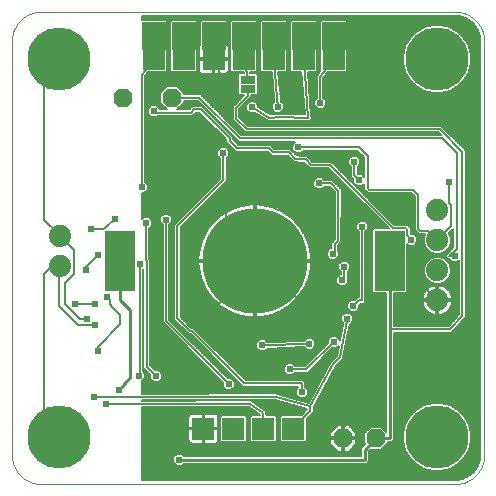
<source format=gbl>
G75*
%MOIN*%
%OFA0B0*%
%FSLAX25Y25*%
%IPPOS*%
%LPD*%
%AMOC8*
5,1,8,0,0,1.08239X$1,22.5*
%
%ADD10C,0.00000*%
%ADD11OC8,0.06300*%
%ADD12R,0.07400X0.07400*%
%ADD13C,0.00100*%
%ADD14C,0.21000*%
%ADD15C,0.07400*%
%ADD16C,0.35000*%
%ADD17R,0.10000X0.20000*%
%ADD18R,0.05000X0.02500*%
%ADD19C,0.02400*%
%ADD20C,0.00600*%
%ADD21C,0.01000*%
D10*
X0002969Y0012811D02*
X0002969Y0150606D01*
X0002968Y0150606D02*
X0002971Y0150844D01*
X0002979Y0151082D01*
X0002994Y0151319D01*
X0003014Y0151556D01*
X0003040Y0151792D01*
X0003071Y0152028D01*
X0003108Y0152263D01*
X0003151Y0152497D01*
X0003200Y0152730D01*
X0003254Y0152962D01*
X0003314Y0153192D01*
X0003379Y0153421D01*
X0003450Y0153648D01*
X0003526Y0153873D01*
X0003608Y0154096D01*
X0003695Y0154318D01*
X0003787Y0154537D01*
X0003885Y0154754D01*
X0003987Y0154968D01*
X0004095Y0155180D01*
X0004209Y0155390D01*
X0004327Y0155596D01*
X0004450Y0155800D01*
X0004578Y0156000D01*
X0004710Y0156197D01*
X0004848Y0156392D01*
X0004990Y0156582D01*
X0005137Y0156770D01*
X0005288Y0156953D01*
X0005443Y0157133D01*
X0005603Y0157309D01*
X0005767Y0157481D01*
X0005936Y0157650D01*
X0006108Y0157814D01*
X0006284Y0157974D01*
X0006464Y0158129D01*
X0006647Y0158280D01*
X0006835Y0158427D01*
X0007025Y0158569D01*
X0007220Y0158707D01*
X0007417Y0158839D01*
X0007617Y0158967D01*
X0007821Y0159090D01*
X0008027Y0159208D01*
X0008237Y0159322D01*
X0008449Y0159430D01*
X0008663Y0159532D01*
X0008880Y0159630D01*
X0009099Y0159722D01*
X0009321Y0159809D01*
X0009544Y0159891D01*
X0009769Y0159967D01*
X0009996Y0160038D01*
X0010225Y0160103D01*
X0010455Y0160163D01*
X0010687Y0160217D01*
X0010920Y0160266D01*
X0011154Y0160309D01*
X0011389Y0160346D01*
X0011625Y0160377D01*
X0011861Y0160403D01*
X0012098Y0160423D01*
X0012335Y0160438D01*
X0012573Y0160446D01*
X0012811Y0160449D01*
X0150606Y0160449D01*
X0150844Y0160446D01*
X0151082Y0160438D01*
X0151319Y0160423D01*
X0151556Y0160403D01*
X0151792Y0160377D01*
X0152028Y0160346D01*
X0152263Y0160309D01*
X0152497Y0160266D01*
X0152730Y0160217D01*
X0152962Y0160163D01*
X0153192Y0160103D01*
X0153421Y0160038D01*
X0153648Y0159967D01*
X0153873Y0159891D01*
X0154096Y0159809D01*
X0154318Y0159722D01*
X0154537Y0159630D01*
X0154754Y0159532D01*
X0154968Y0159430D01*
X0155180Y0159322D01*
X0155390Y0159208D01*
X0155596Y0159090D01*
X0155800Y0158967D01*
X0156000Y0158839D01*
X0156197Y0158707D01*
X0156392Y0158569D01*
X0156582Y0158427D01*
X0156770Y0158280D01*
X0156953Y0158129D01*
X0157133Y0157974D01*
X0157309Y0157814D01*
X0157481Y0157650D01*
X0157650Y0157481D01*
X0157814Y0157309D01*
X0157974Y0157133D01*
X0158129Y0156953D01*
X0158280Y0156770D01*
X0158427Y0156582D01*
X0158569Y0156392D01*
X0158707Y0156197D01*
X0158839Y0156000D01*
X0158967Y0155800D01*
X0159090Y0155596D01*
X0159208Y0155390D01*
X0159322Y0155180D01*
X0159430Y0154968D01*
X0159532Y0154754D01*
X0159630Y0154537D01*
X0159722Y0154318D01*
X0159809Y0154096D01*
X0159891Y0153873D01*
X0159967Y0153648D01*
X0160038Y0153421D01*
X0160103Y0153192D01*
X0160163Y0152962D01*
X0160217Y0152730D01*
X0160266Y0152497D01*
X0160309Y0152263D01*
X0160346Y0152028D01*
X0160377Y0151792D01*
X0160403Y0151556D01*
X0160423Y0151319D01*
X0160438Y0151082D01*
X0160446Y0150844D01*
X0160449Y0150606D01*
X0160449Y0012811D01*
X0160446Y0012573D01*
X0160438Y0012335D01*
X0160423Y0012098D01*
X0160403Y0011861D01*
X0160377Y0011625D01*
X0160346Y0011389D01*
X0160309Y0011154D01*
X0160266Y0010920D01*
X0160217Y0010687D01*
X0160163Y0010455D01*
X0160103Y0010225D01*
X0160038Y0009996D01*
X0159967Y0009769D01*
X0159891Y0009544D01*
X0159809Y0009321D01*
X0159722Y0009099D01*
X0159630Y0008880D01*
X0159532Y0008663D01*
X0159430Y0008449D01*
X0159322Y0008237D01*
X0159208Y0008027D01*
X0159090Y0007821D01*
X0158967Y0007617D01*
X0158839Y0007417D01*
X0158707Y0007220D01*
X0158569Y0007025D01*
X0158427Y0006835D01*
X0158280Y0006647D01*
X0158129Y0006464D01*
X0157974Y0006284D01*
X0157814Y0006108D01*
X0157650Y0005936D01*
X0157481Y0005767D01*
X0157309Y0005603D01*
X0157133Y0005443D01*
X0156953Y0005288D01*
X0156770Y0005137D01*
X0156582Y0004990D01*
X0156392Y0004848D01*
X0156197Y0004710D01*
X0156000Y0004578D01*
X0155800Y0004450D01*
X0155596Y0004327D01*
X0155390Y0004209D01*
X0155180Y0004095D01*
X0154968Y0003987D01*
X0154754Y0003885D01*
X0154537Y0003787D01*
X0154318Y0003695D01*
X0154096Y0003608D01*
X0153873Y0003526D01*
X0153648Y0003450D01*
X0153421Y0003379D01*
X0153192Y0003314D01*
X0152962Y0003254D01*
X0152730Y0003200D01*
X0152497Y0003151D01*
X0152263Y0003108D01*
X0152028Y0003071D01*
X0151792Y0003040D01*
X0151556Y0003014D01*
X0151319Y0002994D01*
X0151082Y0002979D01*
X0150844Y0002971D01*
X0150606Y0002968D01*
X0150606Y0002969D02*
X0012811Y0002969D01*
X0012811Y0002968D02*
X0012573Y0002971D01*
X0012335Y0002979D01*
X0012098Y0002994D01*
X0011861Y0003014D01*
X0011625Y0003040D01*
X0011389Y0003071D01*
X0011154Y0003108D01*
X0010920Y0003151D01*
X0010687Y0003200D01*
X0010455Y0003254D01*
X0010225Y0003314D01*
X0009996Y0003379D01*
X0009769Y0003450D01*
X0009544Y0003526D01*
X0009321Y0003608D01*
X0009099Y0003695D01*
X0008880Y0003787D01*
X0008663Y0003885D01*
X0008449Y0003987D01*
X0008237Y0004095D01*
X0008027Y0004209D01*
X0007821Y0004327D01*
X0007617Y0004450D01*
X0007417Y0004578D01*
X0007220Y0004710D01*
X0007025Y0004848D01*
X0006835Y0004990D01*
X0006647Y0005137D01*
X0006464Y0005288D01*
X0006284Y0005443D01*
X0006108Y0005603D01*
X0005936Y0005767D01*
X0005767Y0005936D01*
X0005603Y0006108D01*
X0005443Y0006284D01*
X0005288Y0006464D01*
X0005137Y0006647D01*
X0004990Y0006835D01*
X0004848Y0007025D01*
X0004710Y0007220D01*
X0004578Y0007417D01*
X0004450Y0007617D01*
X0004327Y0007821D01*
X0004209Y0008027D01*
X0004095Y0008237D01*
X0003987Y0008449D01*
X0003885Y0008663D01*
X0003787Y0008880D01*
X0003695Y0009099D01*
X0003608Y0009321D01*
X0003526Y0009544D01*
X0003450Y0009769D01*
X0003379Y0009996D01*
X0003314Y0010225D01*
X0003254Y0010455D01*
X0003200Y0010687D01*
X0003151Y0010920D01*
X0003108Y0011154D01*
X0003071Y0011389D01*
X0003040Y0011625D01*
X0003014Y0011861D01*
X0002994Y0012098D01*
X0002979Y0012335D01*
X0002971Y0012573D01*
X0002968Y0012811D01*
D11*
X0113402Y0018244D03*
X0124465Y0018244D03*
X0056354Y0131827D03*
X0040173Y0131827D03*
D12*
X0050213Y0144701D03*
X0060213Y0144701D03*
X0070213Y0144701D03*
X0080213Y0144701D03*
X0090213Y0144701D03*
X0100213Y0144701D03*
X0110213Y0144701D03*
X0096848Y0021523D03*
X0086848Y0021523D03*
X0076848Y0021523D03*
X0066848Y0021523D03*
D13*
X0066513Y0148001D02*
X0073913Y0148001D01*
X0073913Y0156901D01*
X0066513Y0156901D01*
X0066513Y0148001D01*
X0066513Y0148036D02*
X0073913Y0148036D01*
X0073913Y0148135D02*
X0066513Y0148135D01*
X0066513Y0148233D02*
X0073913Y0148233D01*
X0073913Y0148332D02*
X0066513Y0148332D01*
X0066513Y0148430D02*
X0073913Y0148430D01*
X0073913Y0148529D02*
X0066513Y0148529D01*
X0066513Y0148627D02*
X0073913Y0148627D01*
X0073913Y0148726D02*
X0066513Y0148726D01*
X0066513Y0148824D02*
X0073913Y0148824D01*
X0073913Y0148923D02*
X0066513Y0148923D01*
X0066513Y0149022D02*
X0073913Y0149022D01*
X0073913Y0149120D02*
X0066513Y0149120D01*
X0066513Y0149219D02*
X0073913Y0149219D01*
X0073913Y0149317D02*
X0066513Y0149317D01*
X0066513Y0149416D02*
X0073913Y0149416D01*
X0073913Y0149514D02*
X0066513Y0149514D01*
X0066513Y0149613D02*
X0073913Y0149613D01*
X0073913Y0149711D02*
X0066513Y0149711D01*
X0066513Y0149810D02*
X0073913Y0149810D01*
X0073913Y0149908D02*
X0066513Y0149908D01*
X0066513Y0150007D02*
X0073913Y0150007D01*
X0073913Y0150105D02*
X0066513Y0150105D01*
X0066513Y0150204D02*
X0073913Y0150204D01*
X0073913Y0150302D02*
X0066513Y0150302D01*
X0066513Y0150401D02*
X0073913Y0150401D01*
X0073913Y0150499D02*
X0066513Y0150499D01*
X0066513Y0150598D02*
X0073913Y0150598D01*
X0073913Y0150696D02*
X0066513Y0150696D01*
X0066513Y0150795D02*
X0073913Y0150795D01*
X0073913Y0150893D02*
X0066513Y0150893D01*
X0066513Y0150992D02*
X0073913Y0150992D01*
X0073913Y0151090D02*
X0066513Y0151090D01*
X0066513Y0151189D02*
X0073913Y0151189D01*
X0073913Y0151287D02*
X0066513Y0151287D01*
X0066513Y0151386D02*
X0073913Y0151386D01*
X0073913Y0151484D02*
X0066513Y0151484D01*
X0066513Y0151583D02*
X0073913Y0151583D01*
X0073913Y0151681D02*
X0066513Y0151681D01*
X0066513Y0151780D02*
X0073913Y0151780D01*
X0073913Y0151878D02*
X0066513Y0151878D01*
X0066513Y0151977D02*
X0073913Y0151977D01*
X0073913Y0152075D02*
X0066513Y0152075D01*
X0066513Y0152174D02*
X0073913Y0152174D01*
X0073913Y0152272D02*
X0066513Y0152272D01*
X0066513Y0152371D02*
X0073913Y0152371D01*
X0073913Y0152469D02*
X0066513Y0152469D01*
X0066513Y0152568D02*
X0073913Y0152568D01*
X0073913Y0152666D02*
X0066513Y0152666D01*
X0066513Y0152765D02*
X0073913Y0152765D01*
X0073913Y0152863D02*
X0066513Y0152863D01*
X0066513Y0152962D02*
X0073913Y0152962D01*
X0073913Y0153060D02*
X0066513Y0153060D01*
X0066513Y0153159D02*
X0073913Y0153159D01*
X0073913Y0153257D02*
X0066513Y0153257D01*
X0066513Y0153356D02*
X0073913Y0153356D01*
X0073913Y0153455D02*
X0066513Y0153455D01*
X0066513Y0153553D02*
X0073913Y0153553D01*
X0073913Y0153652D02*
X0066513Y0153652D01*
X0066513Y0153750D02*
X0073913Y0153750D01*
X0073913Y0153849D02*
X0066513Y0153849D01*
X0066513Y0153947D02*
X0073913Y0153947D01*
X0073913Y0154046D02*
X0066513Y0154046D01*
X0066513Y0154144D02*
X0073913Y0154144D01*
X0073913Y0154243D02*
X0066513Y0154243D01*
X0066513Y0154341D02*
X0073913Y0154341D01*
X0073913Y0154440D02*
X0066513Y0154440D01*
X0066513Y0154538D02*
X0073913Y0154538D01*
X0073913Y0154637D02*
X0066513Y0154637D01*
X0066513Y0154735D02*
X0073913Y0154735D01*
X0073913Y0154834D02*
X0066513Y0154834D01*
X0066513Y0154932D02*
X0073913Y0154932D01*
X0073913Y0155031D02*
X0066513Y0155031D01*
X0066513Y0155129D02*
X0073913Y0155129D01*
X0073913Y0155228D02*
X0066513Y0155228D01*
X0066513Y0155326D02*
X0073913Y0155326D01*
X0073913Y0155425D02*
X0066513Y0155425D01*
X0066513Y0155523D02*
X0073913Y0155523D01*
X0073913Y0155622D02*
X0066513Y0155622D01*
X0066513Y0155720D02*
X0073913Y0155720D01*
X0073913Y0155819D02*
X0066513Y0155819D01*
X0066513Y0155917D02*
X0073913Y0155917D01*
X0073913Y0156016D02*
X0066513Y0156016D01*
X0066513Y0156114D02*
X0073913Y0156114D01*
X0073913Y0156213D02*
X0066513Y0156213D01*
X0066513Y0156311D02*
X0073913Y0156311D01*
X0073913Y0156410D02*
X0066513Y0156410D01*
X0066513Y0156508D02*
X0073913Y0156508D01*
X0073913Y0156607D02*
X0066513Y0156607D01*
X0066513Y0156705D02*
X0073913Y0156705D01*
X0073913Y0156804D02*
X0066513Y0156804D01*
X0063913Y0156804D02*
X0056513Y0156804D01*
X0056513Y0156901D02*
X0063913Y0156901D01*
X0063913Y0148001D01*
X0056513Y0148001D01*
X0056513Y0156901D01*
X0056513Y0156705D02*
X0063913Y0156705D01*
X0063913Y0156607D02*
X0056513Y0156607D01*
X0056513Y0156508D02*
X0063913Y0156508D01*
X0063913Y0156410D02*
X0056513Y0156410D01*
X0056513Y0156311D02*
X0063913Y0156311D01*
X0063913Y0156213D02*
X0056513Y0156213D01*
X0056513Y0156114D02*
X0063913Y0156114D01*
X0063913Y0156016D02*
X0056513Y0156016D01*
X0056513Y0155917D02*
X0063913Y0155917D01*
X0063913Y0155819D02*
X0056513Y0155819D01*
X0056513Y0155720D02*
X0063913Y0155720D01*
X0063913Y0155622D02*
X0056513Y0155622D01*
X0056513Y0155523D02*
X0063913Y0155523D01*
X0063913Y0155425D02*
X0056513Y0155425D01*
X0056513Y0155326D02*
X0063913Y0155326D01*
X0063913Y0155228D02*
X0056513Y0155228D01*
X0056513Y0155129D02*
X0063913Y0155129D01*
X0063913Y0155031D02*
X0056513Y0155031D01*
X0056513Y0154932D02*
X0063913Y0154932D01*
X0063913Y0154834D02*
X0056513Y0154834D01*
X0056513Y0154735D02*
X0063913Y0154735D01*
X0063913Y0154637D02*
X0056513Y0154637D01*
X0056513Y0154538D02*
X0063913Y0154538D01*
X0063913Y0154440D02*
X0056513Y0154440D01*
X0056513Y0154341D02*
X0063913Y0154341D01*
X0063913Y0154243D02*
X0056513Y0154243D01*
X0056513Y0154144D02*
X0063913Y0154144D01*
X0063913Y0154046D02*
X0056513Y0154046D01*
X0056513Y0153947D02*
X0063913Y0153947D01*
X0063913Y0153849D02*
X0056513Y0153849D01*
X0056513Y0153750D02*
X0063913Y0153750D01*
X0063913Y0153652D02*
X0056513Y0153652D01*
X0056513Y0153553D02*
X0063913Y0153553D01*
X0063913Y0153455D02*
X0056513Y0153455D01*
X0056513Y0153356D02*
X0063913Y0153356D01*
X0063913Y0153257D02*
X0056513Y0153257D01*
X0056513Y0153159D02*
X0063913Y0153159D01*
X0063913Y0153060D02*
X0056513Y0153060D01*
X0056513Y0152962D02*
X0063913Y0152962D01*
X0063913Y0152863D02*
X0056513Y0152863D01*
X0056513Y0152765D02*
X0063913Y0152765D01*
X0063913Y0152666D02*
X0056513Y0152666D01*
X0056513Y0152568D02*
X0063913Y0152568D01*
X0063913Y0152469D02*
X0056513Y0152469D01*
X0056513Y0152371D02*
X0063913Y0152371D01*
X0063913Y0152272D02*
X0056513Y0152272D01*
X0056513Y0152174D02*
X0063913Y0152174D01*
X0063913Y0152075D02*
X0056513Y0152075D01*
X0056513Y0151977D02*
X0063913Y0151977D01*
X0063913Y0151878D02*
X0056513Y0151878D01*
X0056513Y0151780D02*
X0063913Y0151780D01*
X0063913Y0151681D02*
X0056513Y0151681D01*
X0056513Y0151583D02*
X0063913Y0151583D01*
X0063913Y0151484D02*
X0056513Y0151484D01*
X0056513Y0151386D02*
X0063913Y0151386D01*
X0063913Y0151287D02*
X0056513Y0151287D01*
X0056513Y0151189D02*
X0063913Y0151189D01*
X0063913Y0151090D02*
X0056513Y0151090D01*
X0056513Y0150992D02*
X0063913Y0150992D01*
X0063913Y0150893D02*
X0056513Y0150893D01*
X0056513Y0150795D02*
X0063913Y0150795D01*
X0063913Y0150696D02*
X0056513Y0150696D01*
X0056513Y0150598D02*
X0063913Y0150598D01*
X0063913Y0150499D02*
X0056513Y0150499D01*
X0056513Y0150401D02*
X0063913Y0150401D01*
X0063913Y0150302D02*
X0056513Y0150302D01*
X0056513Y0150204D02*
X0063913Y0150204D01*
X0063913Y0150105D02*
X0056513Y0150105D01*
X0056513Y0150007D02*
X0063913Y0150007D01*
X0063913Y0149908D02*
X0056513Y0149908D01*
X0056513Y0149810D02*
X0063913Y0149810D01*
X0063913Y0149711D02*
X0056513Y0149711D01*
X0056513Y0149613D02*
X0063913Y0149613D01*
X0063913Y0149514D02*
X0056513Y0149514D01*
X0056513Y0149416D02*
X0063913Y0149416D01*
X0063913Y0149317D02*
X0056513Y0149317D01*
X0056513Y0149219D02*
X0063913Y0149219D01*
X0063913Y0149120D02*
X0056513Y0149120D01*
X0056513Y0149022D02*
X0063913Y0149022D01*
X0063913Y0148923D02*
X0056513Y0148923D01*
X0056513Y0148824D02*
X0063913Y0148824D01*
X0063913Y0148726D02*
X0056513Y0148726D01*
X0056513Y0148627D02*
X0063913Y0148627D01*
X0063913Y0148529D02*
X0056513Y0148529D01*
X0056513Y0148430D02*
X0063913Y0148430D01*
X0063913Y0148332D02*
X0056513Y0148332D01*
X0056513Y0148233D02*
X0063913Y0148233D01*
X0063913Y0148135D02*
X0056513Y0148135D01*
X0056513Y0148036D02*
X0063913Y0148036D01*
X0053913Y0148036D02*
X0046513Y0148036D01*
X0046513Y0148001D02*
X0053913Y0148001D01*
X0053913Y0156901D01*
X0046513Y0156901D01*
X0046513Y0148001D01*
X0046513Y0148135D02*
X0053913Y0148135D01*
X0053913Y0148233D02*
X0046513Y0148233D01*
X0046513Y0148332D02*
X0053913Y0148332D01*
X0053913Y0148430D02*
X0046513Y0148430D01*
X0046513Y0148529D02*
X0053913Y0148529D01*
X0053913Y0148627D02*
X0046513Y0148627D01*
X0046513Y0148726D02*
X0053913Y0148726D01*
X0053913Y0148824D02*
X0046513Y0148824D01*
X0046513Y0148923D02*
X0053913Y0148923D01*
X0053913Y0149022D02*
X0046513Y0149022D01*
X0046513Y0149120D02*
X0053913Y0149120D01*
X0053913Y0149219D02*
X0046513Y0149219D01*
X0046513Y0149317D02*
X0053913Y0149317D01*
X0053913Y0149416D02*
X0046513Y0149416D01*
X0046513Y0149514D02*
X0053913Y0149514D01*
X0053913Y0149613D02*
X0046513Y0149613D01*
X0046513Y0149711D02*
X0053913Y0149711D01*
X0053913Y0149810D02*
X0046513Y0149810D01*
X0046513Y0149908D02*
X0053913Y0149908D01*
X0053913Y0150007D02*
X0046513Y0150007D01*
X0046513Y0150105D02*
X0053913Y0150105D01*
X0053913Y0150204D02*
X0046513Y0150204D01*
X0046513Y0150302D02*
X0053913Y0150302D01*
X0053913Y0150401D02*
X0046513Y0150401D01*
X0046513Y0150499D02*
X0053913Y0150499D01*
X0053913Y0150598D02*
X0046513Y0150598D01*
X0046513Y0150696D02*
X0053913Y0150696D01*
X0053913Y0150795D02*
X0046513Y0150795D01*
X0046513Y0150893D02*
X0053913Y0150893D01*
X0053913Y0150992D02*
X0046513Y0150992D01*
X0046513Y0151090D02*
X0053913Y0151090D01*
X0053913Y0151189D02*
X0046513Y0151189D01*
X0046513Y0151287D02*
X0053913Y0151287D01*
X0053913Y0151386D02*
X0046513Y0151386D01*
X0046513Y0151484D02*
X0053913Y0151484D01*
X0053913Y0151583D02*
X0046513Y0151583D01*
X0046513Y0151681D02*
X0053913Y0151681D01*
X0053913Y0151780D02*
X0046513Y0151780D01*
X0046513Y0151878D02*
X0053913Y0151878D01*
X0053913Y0151977D02*
X0046513Y0151977D01*
X0046513Y0152075D02*
X0053913Y0152075D01*
X0053913Y0152174D02*
X0046513Y0152174D01*
X0046513Y0152272D02*
X0053913Y0152272D01*
X0053913Y0152371D02*
X0046513Y0152371D01*
X0046513Y0152469D02*
X0053913Y0152469D01*
X0053913Y0152568D02*
X0046513Y0152568D01*
X0046513Y0152666D02*
X0053913Y0152666D01*
X0053913Y0152765D02*
X0046513Y0152765D01*
X0046513Y0152863D02*
X0053913Y0152863D01*
X0053913Y0152962D02*
X0046513Y0152962D01*
X0046513Y0153060D02*
X0053913Y0153060D01*
X0053913Y0153159D02*
X0046513Y0153159D01*
X0046513Y0153257D02*
X0053913Y0153257D01*
X0053913Y0153356D02*
X0046513Y0153356D01*
X0046513Y0153455D02*
X0053913Y0153455D01*
X0053913Y0153553D02*
X0046513Y0153553D01*
X0046513Y0153652D02*
X0053913Y0153652D01*
X0053913Y0153750D02*
X0046513Y0153750D01*
X0046513Y0153849D02*
X0053913Y0153849D01*
X0053913Y0153947D02*
X0046513Y0153947D01*
X0046513Y0154046D02*
X0053913Y0154046D01*
X0053913Y0154144D02*
X0046513Y0154144D01*
X0046513Y0154243D02*
X0053913Y0154243D01*
X0053913Y0154341D02*
X0046513Y0154341D01*
X0046513Y0154440D02*
X0053913Y0154440D01*
X0053913Y0154538D02*
X0046513Y0154538D01*
X0046513Y0154637D02*
X0053913Y0154637D01*
X0053913Y0154735D02*
X0046513Y0154735D01*
X0046513Y0154834D02*
X0053913Y0154834D01*
X0053913Y0154932D02*
X0046513Y0154932D01*
X0046513Y0155031D02*
X0053913Y0155031D01*
X0053913Y0155129D02*
X0046513Y0155129D01*
X0046513Y0155228D02*
X0053913Y0155228D01*
X0053913Y0155326D02*
X0046513Y0155326D01*
X0046513Y0155425D02*
X0053913Y0155425D01*
X0053913Y0155523D02*
X0046513Y0155523D01*
X0046513Y0155622D02*
X0053913Y0155622D01*
X0053913Y0155720D02*
X0046513Y0155720D01*
X0046513Y0155819D02*
X0053913Y0155819D01*
X0053913Y0155917D02*
X0046513Y0155917D01*
X0046513Y0156016D02*
X0053913Y0156016D01*
X0053913Y0156114D02*
X0046513Y0156114D01*
X0046513Y0156213D02*
X0053913Y0156213D01*
X0053913Y0156311D02*
X0046513Y0156311D01*
X0046513Y0156410D02*
X0053913Y0156410D01*
X0053913Y0156508D02*
X0046513Y0156508D01*
X0046513Y0156607D02*
X0053913Y0156607D01*
X0053913Y0156705D02*
X0046513Y0156705D01*
X0046513Y0156804D02*
X0053913Y0156804D01*
X0076513Y0156804D02*
X0083913Y0156804D01*
X0083913Y0156901D02*
X0083913Y0148001D01*
X0076513Y0148001D01*
X0076513Y0156901D01*
X0083913Y0156901D01*
X0083913Y0156705D02*
X0076513Y0156705D01*
X0076513Y0156607D02*
X0083913Y0156607D01*
X0083913Y0156508D02*
X0076513Y0156508D01*
X0076513Y0156410D02*
X0083913Y0156410D01*
X0083913Y0156311D02*
X0076513Y0156311D01*
X0076513Y0156213D02*
X0083913Y0156213D01*
X0083913Y0156114D02*
X0076513Y0156114D01*
X0076513Y0156016D02*
X0083913Y0156016D01*
X0083913Y0155917D02*
X0076513Y0155917D01*
X0076513Y0155819D02*
X0083913Y0155819D01*
X0083913Y0155720D02*
X0076513Y0155720D01*
X0076513Y0155622D02*
X0083913Y0155622D01*
X0083913Y0155523D02*
X0076513Y0155523D01*
X0076513Y0155425D02*
X0083913Y0155425D01*
X0083913Y0155326D02*
X0076513Y0155326D01*
X0076513Y0155228D02*
X0083913Y0155228D01*
X0083913Y0155129D02*
X0076513Y0155129D01*
X0076513Y0155031D02*
X0083913Y0155031D01*
X0083913Y0154932D02*
X0076513Y0154932D01*
X0076513Y0154834D02*
X0083913Y0154834D01*
X0083913Y0154735D02*
X0076513Y0154735D01*
X0076513Y0154637D02*
X0083913Y0154637D01*
X0083913Y0154538D02*
X0076513Y0154538D01*
X0076513Y0154440D02*
X0083913Y0154440D01*
X0083913Y0154341D02*
X0076513Y0154341D01*
X0076513Y0154243D02*
X0083913Y0154243D01*
X0083913Y0154144D02*
X0076513Y0154144D01*
X0076513Y0154046D02*
X0083913Y0154046D01*
X0083913Y0153947D02*
X0076513Y0153947D01*
X0076513Y0153849D02*
X0083913Y0153849D01*
X0083913Y0153750D02*
X0076513Y0153750D01*
X0076513Y0153652D02*
X0083913Y0153652D01*
X0083913Y0153553D02*
X0076513Y0153553D01*
X0076513Y0153455D02*
X0083913Y0153455D01*
X0083913Y0153356D02*
X0076513Y0153356D01*
X0076513Y0153257D02*
X0083913Y0153257D01*
X0083913Y0153159D02*
X0076513Y0153159D01*
X0076513Y0153060D02*
X0083913Y0153060D01*
X0083913Y0152962D02*
X0076513Y0152962D01*
X0076513Y0152863D02*
X0083913Y0152863D01*
X0083913Y0152765D02*
X0076513Y0152765D01*
X0076513Y0152666D02*
X0083913Y0152666D01*
X0083913Y0152568D02*
X0076513Y0152568D01*
X0076513Y0152469D02*
X0083913Y0152469D01*
X0083913Y0152371D02*
X0076513Y0152371D01*
X0076513Y0152272D02*
X0083913Y0152272D01*
X0083913Y0152174D02*
X0076513Y0152174D01*
X0076513Y0152075D02*
X0083913Y0152075D01*
X0083913Y0151977D02*
X0076513Y0151977D01*
X0076513Y0151878D02*
X0083913Y0151878D01*
X0083913Y0151780D02*
X0076513Y0151780D01*
X0076513Y0151681D02*
X0083913Y0151681D01*
X0083913Y0151583D02*
X0076513Y0151583D01*
X0076513Y0151484D02*
X0083913Y0151484D01*
X0083913Y0151386D02*
X0076513Y0151386D01*
X0076513Y0151287D02*
X0083913Y0151287D01*
X0083913Y0151189D02*
X0076513Y0151189D01*
X0076513Y0151090D02*
X0083913Y0151090D01*
X0083913Y0150992D02*
X0076513Y0150992D01*
X0076513Y0150893D02*
X0083913Y0150893D01*
X0083913Y0150795D02*
X0076513Y0150795D01*
X0076513Y0150696D02*
X0083913Y0150696D01*
X0083913Y0150598D02*
X0076513Y0150598D01*
X0076513Y0150499D02*
X0083913Y0150499D01*
X0083913Y0150401D02*
X0076513Y0150401D01*
X0076513Y0150302D02*
X0083913Y0150302D01*
X0083913Y0150204D02*
X0076513Y0150204D01*
X0076513Y0150105D02*
X0083913Y0150105D01*
X0083913Y0150007D02*
X0076513Y0150007D01*
X0076513Y0149908D02*
X0083913Y0149908D01*
X0083913Y0149810D02*
X0076513Y0149810D01*
X0076513Y0149711D02*
X0083913Y0149711D01*
X0083913Y0149613D02*
X0076513Y0149613D01*
X0076513Y0149514D02*
X0083913Y0149514D01*
X0083913Y0149416D02*
X0076513Y0149416D01*
X0076513Y0149317D02*
X0083913Y0149317D01*
X0083913Y0149219D02*
X0076513Y0149219D01*
X0076513Y0149120D02*
X0083913Y0149120D01*
X0083913Y0149022D02*
X0076513Y0149022D01*
X0076513Y0148923D02*
X0083913Y0148923D01*
X0083913Y0148824D02*
X0076513Y0148824D01*
X0076513Y0148726D02*
X0083913Y0148726D01*
X0083913Y0148627D02*
X0076513Y0148627D01*
X0076513Y0148529D02*
X0083913Y0148529D01*
X0083913Y0148430D02*
X0076513Y0148430D01*
X0076513Y0148332D02*
X0083913Y0148332D01*
X0083913Y0148233D02*
X0076513Y0148233D01*
X0076513Y0148135D02*
X0083913Y0148135D01*
X0083913Y0148036D02*
X0076513Y0148036D01*
X0086513Y0148036D02*
X0093913Y0148036D01*
X0093913Y0148001D02*
X0086513Y0148001D01*
X0086513Y0156901D01*
X0093913Y0156901D01*
X0093913Y0148001D01*
X0093913Y0148135D02*
X0086513Y0148135D01*
X0086513Y0148233D02*
X0093913Y0148233D01*
X0093913Y0148332D02*
X0086513Y0148332D01*
X0086513Y0148430D02*
X0093913Y0148430D01*
X0093913Y0148529D02*
X0086513Y0148529D01*
X0086513Y0148627D02*
X0093913Y0148627D01*
X0093913Y0148726D02*
X0086513Y0148726D01*
X0086513Y0148824D02*
X0093913Y0148824D01*
X0093913Y0148923D02*
X0086513Y0148923D01*
X0086513Y0149022D02*
X0093913Y0149022D01*
X0093913Y0149120D02*
X0086513Y0149120D01*
X0086513Y0149219D02*
X0093913Y0149219D01*
X0093913Y0149317D02*
X0086513Y0149317D01*
X0086513Y0149416D02*
X0093913Y0149416D01*
X0093913Y0149514D02*
X0086513Y0149514D01*
X0086513Y0149613D02*
X0093913Y0149613D01*
X0093913Y0149711D02*
X0086513Y0149711D01*
X0086513Y0149810D02*
X0093913Y0149810D01*
X0093913Y0149908D02*
X0086513Y0149908D01*
X0086513Y0150007D02*
X0093913Y0150007D01*
X0093913Y0150105D02*
X0086513Y0150105D01*
X0086513Y0150204D02*
X0093913Y0150204D01*
X0093913Y0150302D02*
X0086513Y0150302D01*
X0086513Y0150401D02*
X0093913Y0150401D01*
X0093913Y0150499D02*
X0086513Y0150499D01*
X0086513Y0150598D02*
X0093913Y0150598D01*
X0093913Y0150696D02*
X0086513Y0150696D01*
X0086513Y0150795D02*
X0093913Y0150795D01*
X0093913Y0150893D02*
X0086513Y0150893D01*
X0086513Y0150992D02*
X0093913Y0150992D01*
X0093913Y0151090D02*
X0086513Y0151090D01*
X0086513Y0151189D02*
X0093913Y0151189D01*
X0093913Y0151287D02*
X0086513Y0151287D01*
X0086513Y0151386D02*
X0093913Y0151386D01*
X0093913Y0151484D02*
X0086513Y0151484D01*
X0086513Y0151583D02*
X0093913Y0151583D01*
X0093913Y0151681D02*
X0086513Y0151681D01*
X0086513Y0151780D02*
X0093913Y0151780D01*
X0093913Y0151878D02*
X0086513Y0151878D01*
X0086513Y0151977D02*
X0093913Y0151977D01*
X0093913Y0152075D02*
X0086513Y0152075D01*
X0086513Y0152174D02*
X0093913Y0152174D01*
X0093913Y0152272D02*
X0086513Y0152272D01*
X0086513Y0152371D02*
X0093913Y0152371D01*
X0093913Y0152469D02*
X0086513Y0152469D01*
X0086513Y0152568D02*
X0093913Y0152568D01*
X0093913Y0152666D02*
X0086513Y0152666D01*
X0086513Y0152765D02*
X0093913Y0152765D01*
X0093913Y0152863D02*
X0086513Y0152863D01*
X0086513Y0152962D02*
X0093913Y0152962D01*
X0093913Y0153060D02*
X0086513Y0153060D01*
X0086513Y0153159D02*
X0093913Y0153159D01*
X0093913Y0153257D02*
X0086513Y0153257D01*
X0086513Y0153356D02*
X0093913Y0153356D01*
X0093913Y0153455D02*
X0086513Y0153455D01*
X0086513Y0153553D02*
X0093913Y0153553D01*
X0093913Y0153652D02*
X0086513Y0153652D01*
X0086513Y0153750D02*
X0093913Y0153750D01*
X0093913Y0153849D02*
X0086513Y0153849D01*
X0086513Y0153947D02*
X0093913Y0153947D01*
X0093913Y0154046D02*
X0086513Y0154046D01*
X0086513Y0154144D02*
X0093913Y0154144D01*
X0093913Y0154243D02*
X0086513Y0154243D01*
X0086513Y0154341D02*
X0093913Y0154341D01*
X0093913Y0154440D02*
X0086513Y0154440D01*
X0086513Y0154538D02*
X0093913Y0154538D01*
X0093913Y0154637D02*
X0086513Y0154637D01*
X0086513Y0154735D02*
X0093913Y0154735D01*
X0093913Y0154834D02*
X0086513Y0154834D01*
X0086513Y0154932D02*
X0093913Y0154932D01*
X0093913Y0155031D02*
X0086513Y0155031D01*
X0086513Y0155129D02*
X0093913Y0155129D01*
X0093913Y0155228D02*
X0086513Y0155228D01*
X0086513Y0155326D02*
X0093913Y0155326D01*
X0093913Y0155425D02*
X0086513Y0155425D01*
X0086513Y0155523D02*
X0093913Y0155523D01*
X0093913Y0155622D02*
X0086513Y0155622D01*
X0086513Y0155720D02*
X0093913Y0155720D01*
X0093913Y0155819D02*
X0086513Y0155819D01*
X0086513Y0155917D02*
X0093913Y0155917D01*
X0093913Y0156016D02*
X0086513Y0156016D01*
X0086513Y0156114D02*
X0093913Y0156114D01*
X0093913Y0156213D02*
X0086513Y0156213D01*
X0086513Y0156311D02*
X0093913Y0156311D01*
X0093913Y0156410D02*
X0086513Y0156410D01*
X0086513Y0156508D02*
X0093913Y0156508D01*
X0093913Y0156607D02*
X0086513Y0156607D01*
X0086513Y0156705D02*
X0093913Y0156705D01*
X0093913Y0156804D02*
X0086513Y0156804D01*
X0096513Y0156804D02*
X0103913Y0156804D01*
X0103913Y0156901D02*
X0103913Y0148001D01*
X0096513Y0148001D01*
X0096513Y0156901D01*
X0103913Y0156901D01*
X0103913Y0156705D02*
X0096513Y0156705D01*
X0096513Y0156607D02*
X0103913Y0156607D01*
X0103913Y0156508D02*
X0096513Y0156508D01*
X0096513Y0156410D02*
X0103913Y0156410D01*
X0103913Y0156311D02*
X0096513Y0156311D01*
X0096513Y0156213D02*
X0103913Y0156213D01*
X0103913Y0156114D02*
X0096513Y0156114D01*
X0096513Y0156016D02*
X0103913Y0156016D01*
X0103913Y0155917D02*
X0096513Y0155917D01*
X0096513Y0155819D02*
X0103913Y0155819D01*
X0103913Y0155720D02*
X0096513Y0155720D01*
X0096513Y0155622D02*
X0103913Y0155622D01*
X0103913Y0155523D02*
X0096513Y0155523D01*
X0096513Y0155425D02*
X0103913Y0155425D01*
X0103913Y0155326D02*
X0096513Y0155326D01*
X0096513Y0155228D02*
X0103913Y0155228D01*
X0103913Y0155129D02*
X0096513Y0155129D01*
X0096513Y0155031D02*
X0103913Y0155031D01*
X0103913Y0154932D02*
X0096513Y0154932D01*
X0096513Y0154834D02*
X0103913Y0154834D01*
X0103913Y0154735D02*
X0096513Y0154735D01*
X0096513Y0154637D02*
X0103913Y0154637D01*
X0103913Y0154538D02*
X0096513Y0154538D01*
X0096513Y0154440D02*
X0103913Y0154440D01*
X0103913Y0154341D02*
X0096513Y0154341D01*
X0096513Y0154243D02*
X0103913Y0154243D01*
X0103913Y0154144D02*
X0096513Y0154144D01*
X0096513Y0154046D02*
X0103913Y0154046D01*
X0103913Y0153947D02*
X0096513Y0153947D01*
X0096513Y0153849D02*
X0103913Y0153849D01*
X0103913Y0153750D02*
X0096513Y0153750D01*
X0096513Y0153652D02*
X0103913Y0153652D01*
X0103913Y0153553D02*
X0096513Y0153553D01*
X0096513Y0153455D02*
X0103913Y0153455D01*
X0103913Y0153356D02*
X0096513Y0153356D01*
X0096513Y0153257D02*
X0103913Y0153257D01*
X0103913Y0153159D02*
X0096513Y0153159D01*
X0096513Y0153060D02*
X0103913Y0153060D01*
X0103913Y0152962D02*
X0096513Y0152962D01*
X0096513Y0152863D02*
X0103913Y0152863D01*
X0103913Y0152765D02*
X0096513Y0152765D01*
X0096513Y0152666D02*
X0103913Y0152666D01*
X0103913Y0152568D02*
X0096513Y0152568D01*
X0096513Y0152469D02*
X0103913Y0152469D01*
X0103913Y0152371D02*
X0096513Y0152371D01*
X0096513Y0152272D02*
X0103913Y0152272D01*
X0103913Y0152174D02*
X0096513Y0152174D01*
X0096513Y0152075D02*
X0103913Y0152075D01*
X0103913Y0151977D02*
X0096513Y0151977D01*
X0096513Y0151878D02*
X0103913Y0151878D01*
X0103913Y0151780D02*
X0096513Y0151780D01*
X0096513Y0151681D02*
X0103913Y0151681D01*
X0103913Y0151583D02*
X0096513Y0151583D01*
X0096513Y0151484D02*
X0103913Y0151484D01*
X0103913Y0151386D02*
X0096513Y0151386D01*
X0096513Y0151287D02*
X0103913Y0151287D01*
X0103913Y0151189D02*
X0096513Y0151189D01*
X0096513Y0151090D02*
X0103913Y0151090D01*
X0103913Y0150992D02*
X0096513Y0150992D01*
X0096513Y0150893D02*
X0103913Y0150893D01*
X0103913Y0150795D02*
X0096513Y0150795D01*
X0096513Y0150696D02*
X0103913Y0150696D01*
X0103913Y0150598D02*
X0096513Y0150598D01*
X0096513Y0150499D02*
X0103913Y0150499D01*
X0103913Y0150401D02*
X0096513Y0150401D01*
X0096513Y0150302D02*
X0103913Y0150302D01*
X0103913Y0150204D02*
X0096513Y0150204D01*
X0096513Y0150105D02*
X0103913Y0150105D01*
X0103913Y0150007D02*
X0096513Y0150007D01*
X0096513Y0149908D02*
X0103913Y0149908D01*
X0103913Y0149810D02*
X0096513Y0149810D01*
X0096513Y0149711D02*
X0103913Y0149711D01*
X0103913Y0149613D02*
X0096513Y0149613D01*
X0096513Y0149514D02*
X0103913Y0149514D01*
X0103913Y0149416D02*
X0096513Y0149416D01*
X0096513Y0149317D02*
X0103913Y0149317D01*
X0103913Y0149219D02*
X0096513Y0149219D01*
X0096513Y0149120D02*
X0103913Y0149120D01*
X0103913Y0149022D02*
X0096513Y0149022D01*
X0096513Y0148923D02*
X0103913Y0148923D01*
X0103913Y0148824D02*
X0096513Y0148824D01*
X0096513Y0148726D02*
X0103913Y0148726D01*
X0103913Y0148627D02*
X0096513Y0148627D01*
X0096513Y0148529D02*
X0103913Y0148529D01*
X0103913Y0148430D02*
X0096513Y0148430D01*
X0096513Y0148332D02*
X0103913Y0148332D01*
X0103913Y0148233D02*
X0096513Y0148233D01*
X0096513Y0148135D02*
X0103913Y0148135D01*
X0103913Y0148036D02*
X0096513Y0148036D01*
X0106513Y0148036D02*
X0113913Y0148036D01*
X0113913Y0148001D02*
X0106513Y0148001D01*
X0106513Y0156901D01*
X0113913Y0156901D01*
X0113913Y0148001D01*
X0113913Y0148135D02*
X0106513Y0148135D01*
X0106513Y0148233D02*
X0113913Y0148233D01*
X0113913Y0148332D02*
X0106513Y0148332D01*
X0106513Y0148430D02*
X0113913Y0148430D01*
X0113913Y0148529D02*
X0106513Y0148529D01*
X0106513Y0148627D02*
X0113913Y0148627D01*
X0113913Y0148726D02*
X0106513Y0148726D01*
X0106513Y0148824D02*
X0113913Y0148824D01*
X0113913Y0148923D02*
X0106513Y0148923D01*
X0106513Y0149022D02*
X0113913Y0149022D01*
X0113913Y0149120D02*
X0106513Y0149120D01*
X0106513Y0149219D02*
X0113913Y0149219D01*
X0113913Y0149317D02*
X0106513Y0149317D01*
X0106513Y0149416D02*
X0113913Y0149416D01*
X0113913Y0149514D02*
X0106513Y0149514D01*
X0106513Y0149613D02*
X0113913Y0149613D01*
X0113913Y0149711D02*
X0106513Y0149711D01*
X0106513Y0149810D02*
X0113913Y0149810D01*
X0113913Y0149908D02*
X0106513Y0149908D01*
X0106513Y0150007D02*
X0113913Y0150007D01*
X0113913Y0150105D02*
X0106513Y0150105D01*
X0106513Y0150204D02*
X0113913Y0150204D01*
X0113913Y0150302D02*
X0106513Y0150302D01*
X0106513Y0150401D02*
X0113913Y0150401D01*
X0113913Y0150499D02*
X0106513Y0150499D01*
X0106513Y0150598D02*
X0113913Y0150598D01*
X0113913Y0150696D02*
X0106513Y0150696D01*
X0106513Y0150795D02*
X0113913Y0150795D01*
X0113913Y0150893D02*
X0106513Y0150893D01*
X0106513Y0150992D02*
X0113913Y0150992D01*
X0113913Y0151090D02*
X0106513Y0151090D01*
X0106513Y0151189D02*
X0113913Y0151189D01*
X0113913Y0151287D02*
X0106513Y0151287D01*
X0106513Y0151386D02*
X0113913Y0151386D01*
X0113913Y0151484D02*
X0106513Y0151484D01*
X0106513Y0151583D02*
X0113913Y0151583D01*
X0113913Y0151681D02*
X0106513Y0151681D01*
X0106513Y0151780D02*
X0113913Y0151780D01*
X0113913Y0151878D02*
X0106513Y0151878D01*
X0106513Y0151977D02*
X0113913Y0151977D01*
X0113913Y0152075D02*
X0106513Y0152075D01*
X0106513Y0152174D02*
X0113913Y0152174D01*
X0113913Y0152272D02*
X0106513Y0152272D01*
X0106513Y0152371D02*
X0113913Y0152371D01*
X0113913Y0152469D02*
X0106513Y0152469D01*
X0106513Y0152568D02*
X0113913Y0152568D01*
X0113913Y0152666D02*
X0106513Y0152666D01*
X0106513Y0152765D02*
X0113913Y0152765D01*
X0113913Y0152863D02*
X0106513Y0152863D01*
X0106513Y0152962D02*
X0113913Y0152962D01*
X0113913Y0153060D02*
X0106513Y0153060D01*
X0106513Y0153159D02*
X0113913Y0153159D01*
X0113913Y0153257D02*
X0106513Y0153257D01*
X0106513Y0153356D02*
X0113913Y0153356D01*
X0113913Y0153455D02*
X0106513Y0153455D01*
X0106513Y0153553D02*
X0113913Y0153553D01*
X0113913Y0153652D02*
X0106513Y0153652D01*
X0106513Y0153750D02*
X0113913Y0153750D01*
X0113913Y0153849D02*
X0106513Y0153849D01*
X0106513Y0153947D02*
X0113913Y0153947D01*
X0113913Y0154046D02*
X0106513Y0154046D01*
X0106513Y0154144D02*
X0113913Y0154144D01*
X0113913Y0154243D02*
X0106513Y0154243D01*
X0106513Y0154341D02*
X0113913Y0154341D01*
X0113913Y0154440D02*
X0106513Y0154440D01*
X0106513Y0154538D02*
X0113913Y0154538D01*
X0113913Y0154637D02*
X0106513Y0154637D01*
X0106513Y0154735D02*
X0113913Y0154735D01*
X0113913Y0154834D02*
X0106513Y0154834D01*
X0106513Y0154932D02*
X0113913Y0154932D01*
X0113913Y0155031D02*
X0106513Y0155031D01*
X0106513Y0155129D02*
X0113913Y0155129D01*
X0113913Y0155228D02*
X0106513Y0155228D01*
X0106513Y0155326D02*
X0113913Y0155326D01*
X0113913Y0155425D02*
X0106513Y0155425D01*
X0106513Y0155523D02*
X0113913Y0155523D01*
X0113913Y0155622D02*
X0106513Y0155622D01*
X0106513Y0155720D02*
X0113913Y0155720D01*
X0113913Y0155819D02*
X0106513Y0155819D01*
X0106513Y0155917D02*
X0113913Y0155917D01*
X0113913Y0156016D02*
X0106513Y0156016D01*
X0106513Y0156114D02*
X0113913Y0156114D01*
X0113913Y0156213D02*
X0106513Y0156213D01*
X0106513Y0156311D02*
X0113913Y0156311D01*
X0113913Y0156410D02*
X0106513Y0156410D01*
X0106513Y0156508D02*
X0113913Y0156508D01*
X0113913Y0156607D02*
X0106513Y0156607D01*
X0106513Y0156705D02*
X0113913Y0156705D01*
X0113913Y0156804D02*
X0106513Y0156804D01*
D14*
X0144701Y0144701D03*
X0144701Y0018717D03*
X0018717Y0018717D03*
X0018717Y0144701D03*
D15*
X0018880Y0085846D03*
X0018880Y0075846D03*
X0144795Y0074288D03*
X0144795Y0064288D03*
X0144795Y0084288D03*
X0144795Y0094288D03*
D16*
X0083915Y0077420D03*
D17*
X0128915Y0077420D03*
X0038915Y0077420D03*
D18*
X0081687Y0134646D03*
X0081687Y0137846D03*
D19*
X0072748Y0130118D03*
X0083148Y0128618D03*
X0091548Y0128818D03*
X0105748Y0130118D03*
X0098448Y0115218D03*
X0105448Y0103218D03*
X0117148Y0110418D03*
X0118848Y0104218D03*
X0119748Y0088818D03*
X0113648Y0079918D03*
X0109948Y0079718D03*
X0113848Y0075418D03*
X0113106Y0070876D03*
X0117748Y0068318D03*
X0116748Y0062518D03*
X0114748Y0058118D03*
X0110248Y0050318D03*
X0102148Y0049818D03*
X0095648Y0041218D03*
X0099748Y0033618D03*
X0117448Y0025618D03*
X0121248Y0044818D03*
X0124048Y0060318D03*
X0138848Y0070118D03*
X0138848Y0082618D03*
X0136148Y0084418D03*
X0135248Y0098518D03*
X0148748Y0103718D03*
X0150548Y0079018D03*
X0088748Y0082718D03*
X0074448Y0096218D03*
X0073448Y0113318D03*
X0072748Y0117118D03*
X0061148Y0117918D03*
X0050348Y0127218D03*
X0046348Y0102018D03*
X0047748Y0089918D03*
X0054348Y0091118D03*
X0045648Y0076418D03*
X0036848Y0076818D03*
X0031648Y0079518D03*
X0027548Y0074418D03*
X0034648Y0065418D03*
X0030748Y0063118D03*
X0028148Y0058118D03*
X0030748Y0056118D03*
X0024148Y0063118D03*
X0031548Y0047218D03*
X0038648Y0034318D03*
X0034448Y0029618D03*
X0030248Y0032018D03*
X0045248Y0039118D03*
X0051048Y0039018D03*
X0075348Y0036318D03*
X0081448Y0027518D03*
X0075248Y0048118D03*
X0086448Y0049218D03*
X0067448Y0062118D03*
X0037248Y0091418D03*
X0029348Y0088118D03*
X0058748Y0011118D03*
D20*
X0057414Y0009624D02*
X0046276Y0009624D01*
X0046276Y0010222D02*
X0056815Y0010222D01*
X0056748Y0010290D02*
X0057920Y0009118D01*
X0059576Y0009118D01*
X0060276Y0009818D01*
X0121287Y0009818D01*
X0122048Y0010580D01*
X0122048Y0013989D01*
X0122591Y0014532D01*
X0122828Y0014294D01*
X0126101Y0014294D01*
X0128415Y0016608D01*
X0128415Y0016930D01*
X0128612Y0016929D01*
X0128617Y0016925D01*
X0129149Y0016928D01*
X0129682Y0016926D01*
X0129687Y0016930D01*
X0129694Y0016931D01*
X0130068Y0017309D01*
X0130446Y0017684D01*
X0130446Y0017691D01*
X0130451Y0017696D01*
X0130448Y0018229D01*
X0130450Y0018761D01*
X0130445Y0018766D01*
X0130254Y0053518D01*
X0149504Y0053518D01*
X0149826Y0053841D01*
X0149858Y0053842D01*
X0150145Y0054160D01*
X0150148Y0054162D01*
X0150448Y0054462D01*
X0150448Y0054494D01*
X0153945Y0058360D01*
X0154248Y0058662D01*
X0154248Y0058694D01*
X0154269Y0058718D01*
X0154248Y0059146D01*
X0154248Y0114274D01*
X0153604Y0114918D01*
X0146104Y0122418D01*
X0081704Y0122418D01*
X0078848Y0125274D01*
X0078848Y0127962D01*
X0082787Y0131901D01*
X0082787Y0132596D01*
X0084518Y0132596D01*
X0084987Y0133064D01*
X0084987Y0136227D01*
X0084968Y0136246D01*
X0084987Y0136264D01*
X0084987Y0139427D01*
X0084518Y0139896D01*
X0082462Y0139896D01*
X0082391Y0140201D01*
X0084244Y0140201D01*
X0084713Y0140669D01*
X0084713Y0147599D01*
X0084763Y0147649D01*
X0084763Y0157253D01*
X0084265Y0157751D01*
X0076161Y0157751D01*
X0075663Y0157253D01*
X0075663Y0147649D01*
X0075713Y0147599D01*
X0075713Y0140669D01*
X0076181Y0140201D01*
X0080132Y0140201D01*
X0080203Y0139896D01*
X0078855Y0139896D01*
X0078387Y0139427D01*
X0078387Y0136264D01*
X0078405Y0136246D01*
X0078387Y0136227D01*
X0078387Y0133064D01*
X0078855Y0132596D01*
X0080370Y0132596D01*
X0077292Y0129518D01*
X0076648Y0128874D01*
X0076648Y0124362D01*
X0080148Y0120862D01*
X0080792Y0120218D01*
X0145192Y0120218D01*
X0146092Y0119318D01*
X0079504Y0119318D01*
X0065895Y0132927D01*
X0060304Y0132927D01*
X0060304Y0133463D01*
X0057990Y0135777D01*
X0054718Y0135777D01*
X0052404Y0133463D01*
X0052404Y0130191D01*
X0054677Y0127918D01*
X0052348Y0127918D01*
X0052348Y0128047D01*
X0051176Y0129218D01*
X0049520Y0129218D01*
X0048348Y0128047D01*
X0048348Y0126390D01*
X0049520Y0125218D01*
X0051176Y0125218D01*
X0051676Y0125718D01*
X0063104Y0125718D01*
X0063748Y0126362D01*
X0064204Y0126818D01*
X0065492Y0126818D01*
X0074448Y0117862D01*
X0074448Y0117062D01*
X0075092Y0116418D01*
X0077692Y0113818D01*
X0088292Y0113818D01*
X0088948Y0113162D01*
X0089592Y0112518D01*
X0094892Y0112518D01*
X0096992Y0110418D01*
X0097992Y0110418D01*
X0098273Y0110137D01*
X0100412Y0110137D01*
X0102231Y0108318D01*
X0108492Y0108318D01*
X0128591Y0088220D01*
X0123584Y0088220D01*
X0123115Y0087751D01*
X0123115Y0067088D01*
X0123584Y0066620D01*
X0127625Y0066620D01*
X0127648Y0063713D01*
X0127648Y0055152D01*
X0127645Y0055149D01*
X0127648Y0054614D01*
X0127648Y0054080D01*
X0127651Y0054077D01*
X0127836Y0020459D01*
X0126101Y0022194D01*
X0122828Y0022194D01*
X0120515Y0019880D01*
X0120515Y0016608D01*
X0120752Y0016370D01*
X0119448Y0015066D01*
X0119448Y0012418D01*
X0060276Y0012418D01*
X0059576Y0013118D01*
X0057920Y0013118D01*
X0056748Y0011947D01*
X0056748Y0010290D01*
X0056748Y0010821D02*
X0046276Y0010821D01*
X0046276Y0011420D02*
X0056748Y0011420D01*
X0056820Y0012018D02*
X0046276Y0012018D01*
X0046276Y0012617D02*
X0057418Y0012617D01*
X0060078Y0012617D02*
X0119448Y0012617D01*
X0119448Y0013215D02*
X0046276Y0013215D01*
X0046276Y0013814D02*
X0111539Y0013814D01*
X0111558Y0013794D02*
X0113102Y0013794D01*
X0113102Y0017944D01*
X0113702Y0017944D01*
X0113702Y0018544D01*
X0117852Y0018544D01*
X0117852Y0020087D01*
X0115245Y0022694D01*
X0113702Y0022694D01*
X0113702Y0018544D01*
X0113102Y0018544D01*
X0113102Y0022694D01*
X0111558Y0022694D01*
X0108952Y0020087D01*
X0108952Y0018544D01*
X0113102Y0018544D01*
X0113102Y0017944D01*
X0108952Y0017944D01*
X0108952Y0016401D01*
X0111558Y0013794D01*
X0110940Y0014412D02*
X0046276Y0014412D01*
X0046276Y0015011D02*
X0110342Y0015011D01*
X0109743Y0015609D02*
X0046276Y0015609D01*
X0046276Y0016208D02*
X0109145Y0016208D01*
X0108952Y0016806D02*
X0071370Y0016806D01*
X0071346Y0016783D02*
X0071588Y0017025D01*
X0071759Y0017321D01*
X0071848Y0017652D01*
X0071848Y0021223D01*
X0067148Y0021223D01*
X0067148Y0021823D01*
X0066548Y0021823D01*
X0066548Y0026523D01*
X0062977Y0026523D01*
X0062646Y0026434D01*
X0062350Y0026263D01*
X0062108Y0026021D01*
X0061937Y0025725D01*
X0061848Y0025394D01*
X0061848Y0021823D01*
X0066548Y0021823D01*
X0066548Y0021223D01*
X0061848Y0021223D01*
X0061848Y0017652D01*
X0061937Y0017321D01*
X0062108Y0017025D01*
X0062350Y0016783D01*
X0062646Y0016611D01*
X0062977Y0016523D01*
X0066548Y0016523D01*
X0066548Y0021223D01*
X0067148Y0021223D01*
X0067148Y0016523D01*
X0070719Y0016523D01*
X0071050Y0016611D01*
X0071346Y0016783D01*
X0071782Y0017405D02*
X0072435Y0017405D01*
X0072348Y0017491D02*
X0072817Y0017023D01*
X0080879Y0017023D01*
X0081348Y0017491D01*
X0081348Y0025554D01*
X0080879Y0026023D01*
X0072817Y0026023D01*
X0072348Y0025554D01*
X0072348Y0017491D01*
X0072348Y0018003D02*
X0071848Y0018003D01*
X0071848Y0018602D02*
X0072348Y0018602D01*
X0072348Y0019200D02*
X0071848Y0019200D01*
X0071848Y0019799D02*
X0072348Y0019799D01*
X0072348Y0020397D02*
X0071848Y0020397D01*
X0071848Y0020996D02*
X0072348Y0020996D01*
X0072348Y0021594D02*
X0067148Y0021594D01*
X0067148Y0021823D02*
X0071848Y0021823D01*
X0071848Y0025394D01*
X0071759Y0025725D01*
X0071588Y0026021D01*
X0071346Y0026263D01*
X0071050Y0026434D01*
X0070719Y0026523D01*
X0067148Y0026523D01*
X0067148Y0021823D01*
X0067148Y0022193D02*
X0066548Y0022193D01*
X0066548Y0022791D02*
X0067148Y0022791D01*
X0067148Y0023390D02*
X0066548Y0023390D01*
X0066548Y0023988D02*
X0067148Y0023988D01*
X0067148Y0024587D02*
X0066548Y0024587D01*
X0066548Y0025185D02*
X0067148Y0025185D01*
X0067148Y0025784D02*
X0066548Y0025784D01*
X0066548Y0026382D02*
X0067148Y0026382D01*
X0066775Y0027560D02*
X0072775Y0027523D01*
X0079253Y0027523D01*
X0081448Y0027518D01*
X0082095Y0028717D02*
X0085659Y0026147D01*
X0085661Y0026023D01*
X0082817Y0026023D01*
X0082348Y0025554D01*
X0082348Y0017491D01*
X0082817Y0017023D01*
X0090879Y0017023D01*
X0091348Y0017491D01*
X0091348Y0025554D01*
X0090879Y0026023D01*
X0087862Y0026023D01*
X0087855Y0026372D01*
X0087907Y0026444D01*
X0087846Y0026817D01*
X0087839Y0027195D01*
X0087775Y0027256D01*
X0087761Y0027344D01*
X0087455Y0027565D01*
X0087182Y0027827D01*
X0087094Y0027825D01*
X0083161Y0030660D01*
X0082899Y0030920D01*
X0082801Y0030920D01*
X0082722Y0030977D01*
X0082357Y0030918D01*
X0046276Y0030767D01*
X0046276Y0030945D01*
X0090797Y0031018D01*
X0101369Y0028043D01*
X0101363Y0027873D01*
X0099605Y0026023D01*
X0092817Y0026023D01*
X0092348Y0025554D01*
X0092348Y0017491D01*
X0092817Y0017023D01*
X0100879Y0017023D01*
X0101348Y0017491D01*
X0101348Y0024663D01*
X0103223Y0026637D01*
X0103532Y0026925D01*
X0103533Y0026963D01*
X0103559Y0026991D01*
X0103548Y0027413D01*
X0103588Y0028572D01*
X0111051Y0042376D01*
X0112970Y0044477D01*
X0113237Y0044656D01*
X0113267Y0044802D01*
X0113368Y0044913D01*
X0113353Y0045234D01*
X0115530Y0056118D01*
X0115576Y0056118D01*
X0116748Y0057290D01*
X0116748Y0058947D01*
X0115576Y0060118D01*
X0113920Y0060118D01*
X0112748Y0058947D01*
X0112748Y0057290D01*
X0113392Y0056646D01*
X0112248Y0050927D01*
X0112248Y0051147D01*
X0111076Y0052318D01*
X0109420Y0052318D01*
X0108248Y0051147D01*
X0108248Y0049874D01*
X0100692Y0042318D01*
X0097376Y0042318D01*
X0096476Y0043218D01*
X0094820Y0043218D01*
X0093648Y0042047D01*
X0093648Y0040390D01*
X0094820Y0039218D01*
X0096476Y0039218D01*
X0097376Y0040118D01*
X0101604Y0040118D01*
X0109804Y0048318D01*
X0111076Y0048318D01*
X0111889Y0049130D01*
X0111229Y0045834D01*
X0109541Y0043985D01*
X0109397Y0043942D01*
X0109245Y0043660D01*
X0109028Y0043423D01*
X0109035Y0043273D01*
X0101949Y0030165D01*
X0091522Y0033099D01*
X0091402Y0033219D01*
X0091099Y0033218D01*
X0090807Y0033300D01*
X0090660Y0033218D01*
X0046276Y0033145D01*
X0046276Y0037317D01*
X0047248Y0038290D01*
X0047248Y0039947D01*
X0046651Y0040543D01*
X0046743Y0074685D01*
X0046835Y0074777D01*
X0046835Y0041675D01*
X0047480Y0041031D01*
X0049048Y0039462D01*
X0049048Y0038190D01*
X0050220Y0037018D01*
X0051876Y0037018D01*
X0053048Y0038190D01*
X0053048Y0039847D01*
X0051876Y0041018D01*
X0050604Y0041018D01*
X0049035Y0042586D01*
X0049035Y0077821D01*
X0048848Y0078009D01*
X0048848Y0088190D01*
X0049748Y0089090D01*
X0049748Y0090747D01*
X0048576Y0091918D01*
X0046920Y0091918D01*
X0046276Y0091274D01*
X0046276Y0100018D01*
X0047176Y0100018D01*
X0048348Y0101190D01*
X0048348Y0102847D01*
X0047448Y0103747D01*
X0047448Y0138910D01*
X0048365Y0140201D01*
X0054244Y0140201D01*
X0054713Y0140669D01*
X0054713Y0147599D01*
X0054763Y0147649D01*
X0054763Y0157253D01*
X0054265Y0157751D01*
X0046276Y0157751D01*
X0046276Y0159149D01*
X0150606Y0159149D01*
X0151943Y0159044D01*
X0154485Y0158218D01*
X0156647Y0156647D01*
X0158218Y0154485D01*
X0159044Y0151943D01*
X0159149Y0150606D01*
X0159149Y0012811D01*
X0159044Y0011475D01*
X0158218Y0008933D01*
X0156647Y0006771D01*
X0154485Y0005200D01*
X0151943Y0004374D01*
X0150606Y0004268D01*
X0046276Y0004268D01*
X0046276Y0028567D01*
X0082095Y0028717D01*
X0082842Y0028178D02*
X0046276Y0028178D01*
X0046276Y0027579D02*
X0083672Y0027579D01*
X0084503Y0026981D02*
X0046276Y0026981D01*
X0046276Y0026382D02*
X0062556Y0026382D01*
X0061971Y0025784D02*
X0046276Y0025784D01*
X0046276Y0025185D02*
X0061848Y0025185D01*
X0061848Y0024587D02*
X0046276Y0024587D01*
X0046276Y0023988D02*
X0061848Y0023988D01*
X0061848Y0023390D02*
X0046276Y0023390D01*
X0046276Y0022791D02*
X0061848Y0022791D01*
X0061848Y0022193D02*
X0046276Y0022193D01*
X0046276Y0021594D02*
X0066548Y0021594D01*
X0066848Y0021523D02*
X0066775Y0027560D01*
X0071140Y0026382D02*
X0085333Y0026382D01*
X0086748Y0026718D02*
X0086848Y0021523D01*
X0091348Y0021594D02*
X0092348Y0021594D01*
X0092348Y0020996D02*
X0091348Y0020996D01*
X0091348Y0020397D02*
X0092348Y0020397D01*
X0092348Y0019799D02*
X0091348Y0019799D01*
X0091348Y0019200D02*
X0092348Y0019200D01*
X0092348Y0018602D02*
X0091348Y0018602D01*
X0091348Y0018003D02*
X0092348Y0018003D01*
X0092435Y0017405D02*
X0091261Y0017405D01*
X0091348Y0022193D02*
X0092348Y0022193D01*
X0092348Y0022791D02*
X0091348Y0022791D01*
X0091348Y0023390D02*
X0092348Y0023390D01*
X0092348Y0023988D02*
X0091348Y0023988D01*
X0091348Y0024587D02*
X0092348Y0024587D01*
X0092348Y0025185D02*
X0091348Y0025185D01*
X0091118Y0025784D02*
X0092578Y0025784D01*
X0094509Y0029973D02*
X0084114Y0029973D01*
X0084944Y0029375D02*
X0096636Y0029375D01*
X0098763Y0028776D02*
X0085774Y0028776D01*
X0086604Y0028178D02*
X0100890Y0028178D01*
X0101084Y0027579D02*
X0087439Y0027579D01*
X0087843Y0026981D02*
X0100515Y0026981D01*
X0099947Y0026382D02*
X0087862Y0026382D01*
X0086748Y0026718D02*
X0082448Y0029818D01*
X0034448Y0029618D01*
X0030248Y0032018D02*
X0090948Y0032118D01*
X0102498Y0028868D01*
X0110148Y0043018D01*
X0112248Y0045318D01*
X0114648Y0057318D01*
X0114748Y0058118D01*
X0116748Y0058103D02*
X0127648Y0058103D01*
X0127648Y0057505D02*
X0116748Y0057505D01*
X0116365Y0056906D02*
X0127648Y0056906D01*
X0127648Y0056308D02*
X0115766Y0056308D01*
X0115448Y0055709D02*
X0127648Y0055709D01*
X0127645Y0055111D02*
X0115328Y0055111D01*
X0115209Y0054512D02*
X0127648Y0054512D01*
X0127652Y0053914D02*
X0115089Y0053914D01*
X0114969Y0053315D02*
X0127655Y0053315D01*
X0127658Y0052717D02*
X0114850Y0052717D01*
X0114730Y0052118D02*
X0127662Y0052118D01*
X0127665Y0051520D02*
X0114610Y0051520D01*
X0114490Y0050921D02*
X0127668Y0050921D01*
X0127672Y0050323D02*
X0114371Y0050323D01*
X0114251Y0049724D02*
X0127675Y0049724D01*
X0127678Y0049126D02*
X0114131Y0049126D01*
X0114012Y0048527D02*
X0127681Y0048527D01*
X0127685Y0047929D02*
X0113892Y0047929D01*
X0113772Y0047330D02*
X0127688Y0047330D01*
X0127691Y0046732D02*
X0113653Y0046732D01*
X0113533Y0046133D02*
X0127695Y0046133D01*
X0127698Y0045535D02*
X0113413Y0045535D01*
X0113367Y0044936D02*
X0127701Y0044936D01*
X0127705Y0044338D02*
X0112842Y0044338D01*
X0112296Y0043739D02*
X0127708Y0043739D01*
X0127711Y0043141D02*
X0111749Y0043141D01*
X0111203Y0042542D02*
X0127714Y0042542D01*
X0127718Y0041944D02*
X0110818Y0041944D01*
X0110494Y0041345D02*
X0127721Y0041345D01*
X0127724Y0040747D02*
X0110170Y0040747D01*
X0109847Y0040148D02*
X0127728Y0040148D01*
X0127731Y0039550D02*
X0109523Y0039550D01*
X0109200Y0038951D02*
X0127734Y0038951D01*
X0127737Y0038353D02*
X0108876Y0038353D01*
X0108553Y0037754D02*
X0127741Y0037754D01*
X0127744Y0037155D02*
X0108229Y0037155D01*
X0107905Y0036557D02*
X0127747Y0036557D01*
X0127751Y0035958D02*
X0107582Y0035958D01*
X0107258Y0035360D02*
X0127754Y0035360D01*
X0127757Y0034761D02*
X0106935Y0034761D01*
X0106611Y0034163D02*
X0127760Y0034163D01*
X0127764Y0033564D02*
X0106287Y0033564D01*
X0105964Y0032966D02*
X0127767Y0032966D01*
X0127770Y0032367D02*
X0105640Y0032367D01*
X0105317Y0031769D02*
X0127774Y0031769D01*
X0127777Y0031170D02*
X0104993Y0031170D01*
X0104670Y0030572D02*
X0127780Y0030572D01*
X0127783Y0029973D02*
X0104346Y0029973D01*
X0104022Y0029375D02*
X0127787Y0029375D01*
X0127790Y0028776D02*
X0103699Y0028776D01*
X0103575Y0028178D02*
X0127793Y0028178D01*
X0127797Y0027579D02*
X0103554Y0027579D01*
X0103550Y0026981D02*
X0127800Y0026981D01*
X0127803Y0026382D02*
X0102981Y0026382D01*
X0102413Y0025784D02*
X0127806Y0025784D01*
X0127810Y0025185D02*
X0101844Y0025185D01*
X0101348Y0024587D02*
X0127813Y0024587D01*
X0127816Y0023988D02*
X0101348Y0023988D01*
X0101348Y0023390D02*
X0127820Y0023390D01*
X0127823Y0022791D02*
X0101348Y0022791D01*
X0101348Y0022193D02*
X0111057Y0022193D01*
X0110458Y0021594D02*
X0101348Y0021594D01*
X0101348Y0020996D02*
X0109860Y0020996D01*
X0109261Y0020397D02*
X0101348Y0020397D01*
X0101348Y0019799D02*
X0108952Y0019799D01*
X0108952Y0019200D02*
X0101348Y0019200D01*
X0101348Y0018602D02*
X0108952Y0018602D01*
X0108952Y0017405D02*
X0101261Y0017405D01*
X0101348Y0018003D02*
X0113102Y0018003D01*
X0113402Y0018244D02*
X0113402Y0021572D01*
X0117448Y0025618D01*
X0117448Y0041018D01*
X0121248Y0044818D01*
X0121248Y0047618D01*
X0123748Y0050118D01*
X0123748Y0060018D01*
X0124048Y0060318D01*
X0117248Y0060318D01*
X0102348Y0060218D01*
X0086246Y0077420D01*
X0083915Y0077420D01*
X0083915Y0075018D01*
X0071015Y0062118D01*
X0067448Y0062118D01*
X0070041Y0064706D02*
X0071202Y0063546D01*
X0072459Y0062490D01*
X0073804Y0061549D01*
X0075226Y0060728D01*
X0076714Y0060034D01*
X0078256Y0059473D01*
X0079842Y0059048D01*
X0081459Y0058763D01*
X0083094Y0058620D01*
X0083615Y0058620D01*
X0083615Y0077120D01*
X0065115Y0077120D01*
X0065115Y0076599D01*
X0065258Y0074963D01*
X0065543Y0073347D01*
X0065968Y0071761D01*
X0066529Y0070218D01*
X0067223Y0068731D01*
X0068044Y0067309D01*
X0068986Y0065964D01*
X0070041Y0064706D01*
X0070060Y0064687D02*
X0059248Y0064687D01*
X0059248Y0064088D02*
X0070659Y0064088D01*
X0071268Y0063490D02*
X0059248Y0063490D01*
X0059248Y0062891D02*
X0071981Y0062891D01*
X0072741Y0062293D02*
X0059248Y0062293D01*
X0059248Y0061694D02*
X0073596Y0061694D01*
X0074588Y0061096D02*
X0059248Y0061096D01*
X0059248Y0060497D02*
X0075720Y0060497D01*
X0077085Y0059899D02*
X0059248Y0059899D01*
X0059248Y0059300D02*
X0078899Y0059300D01*
X0082154Y0058702D02*
X0059248Y0058702D01*
X0059248Y0058674D02*
X0059248Y0088562D01*
X0074548Y0103862D01*
X0074548Y0111590D01*
X0075448Y0112490D01*
X0075448Y0114147D01*
X0074276Y0115318D01*
X0072620Y0115318D01*
X0071448Y0114147D01*
X0071448Y0112490D01*
X0072348Y0111590D01*
X0072348Y0104774D01*
X0057692Y0090118D01*
X0057048Y0089474D01*
X0057048Y0057762D01*
X0061248Y0053562D01*
X0061892Y0052918D01*
X0062592Y0052918D01*
X0079348Y0036162D01*
X0079992Y0035518D01*
X0098506Y0035518D01*
X0098527Y0035226D01*
X0097748Y0034447D01*
X0097748Y0032790D01*
X0098920Y0031618D01*
X0100576Y0031618D01*
X0101748Y0032790D01*
X0101748Y0034447D01*
X0100715Y0035480D01*
X0100629Y0036658D01*
X0100629Y0037074D01*
X0100596Y0037107D01*
X0100592Y0037153D01*
X0100278Y0037424D01*
X0099984Y0037718D01*
X0099938Y0037718D01*
X0099903Y0037748D01*
X0099488Y0037718D01*
X0080904Y0037718D01*
X0063504Y0055118D01*
X0062804Y0055118D01*
X0059248Y0058674D01*
X0059818Y0058103D02*
X0112748Y0058103D01*
X0112748Y0057505D02*
X0060417Y0057505D01*
X0061015Y0056906D02*
X0113131Y0056906D01*
X0113324Y0056308D02*
X0061614Y0056308D01*
X0062212Y0055709D02*
X0113205Y0055709D01*
X0113085Y0055111D02*
X0063511Y0055111D01*
X0064109Y0054512D02*
X0112965Y0054512D01*
X0112845Y0053914D02*
X0064708Y0053914D01*
X0065306Y0053315D02*
X0112726Y0053315D01*
X0112606Y0052717D02*
X0065905Y0052717D01*
X0066503Y0052118D02*
X0109220Y0052118D01*
X0108621Y0051520D02*
X0103275Y0051520D01*
X0102976Y0051818D02*
X0101320Y0051818D01*
X0100352Y0050850D01*
X0088112Y0050382D01*
X0087276Y0051218D01*
X0085620Y0051218D01*
X0084448Y0050047D01*
X0084448Y0048390D01*
X0085620Y0047218D01*
X0087276Y0047218D01*
X0088244Y0048186D01*
X0100484Y0048654D01*
X0101320Y0047818D01*
X0102976Y0047818D01*
X0104148Y0048990D01*
X0104148Y0050647D01*
X0102976Y0051818D01*
X0103873Y0050921D02*
X0108248Y0050921D01*
X0108248Y0050323D02*
X0104148Y0050323D01*
X0104148Y0049724D02*
X0108099Y0049724D01*
X0107500Y0049126D02*
X0104148Y0049126D01*
X0103686Y0048527D02*
X0106901Y0048527D01*
X0106303Y0047929D02*
X0103087Y0047929D01*
X0102148Y0049818D02*
X0086448Y0049218D01*
X0084448Y0049126D02*
X0069496Y0049126D01*
X0068898Y0049724D02*
X0084448Y0049724D01*
X0084724Y0050323D02*
X0068299Y0050323D01*
X0067701Y0050921D02*
X0085323Y0050921D01*
X0087573Y0050921D02*
X0100423Y0050921D01*
X0101021Y0051520D02*
X0067102Y0051520D01*
X0065786Y0049724D02*
X0063498Y0049724D01*
X0064096Y0049126D02*
X0066385Y0049126D01*
X0066983Y0048527D02*
X0064695Y0048527D01*
X0065293Y0047929D02*
X0067582Y0047929D01*
X0068180Y0047330D02*
X0065892Y0047330D01*
X0066490Y0046732D02*
X0068779Y0046732D01*
X0069377Y0046133D02*
X0067089Y0046133D01*
X0067687Y0045535D02*
X0069976Y0045535D01*
X0070574Y0044936D02*
X0068286Y0044936D01*
X0068884Y0044338D02*
X0071173Y0044338D01*
X0071771Y0043739D02*
X0069483Y0043739D01*
X0070081Y0043141D02*
X0072370Y0043141D01*
X0072968Y0042542D02*
X0070680Y0042542D01*
X0071278Y0041944D02*
X0073567Y0041944D01*
X0074165Y0041345D02*
X0071877Y0041345D01*
X0072475Y0040747D02*
X0074764Y0040747D01*
X0075362Y0040148D02*
X0073074Y0040148D01*
X0073672Y0039550D02*
X0075961Y0039550D01*
X0076559Y0038951D02*
X0074271Y0038951D01*
X0074869Y0038353D02*
X0077158Y0038353D01*
X0076741Y0037754D02*
X0077756Y0037754D01*
X0077339Y0037155D02*
X0078355Y0037155D01*
X0078954Y0036557D02*
X0077348Y0036557D01*
X0077348Y0037147D02*
X0076176Y0038318D01*
X0074904Y0038318D01*
X0055448Y0057774D01*
X0055448Y0089390D01*
X0056348Y0090290D01*
X0056348Y0091947D01*
X0055176Y0093118D01*
X0053520Y0093118D01*
X0052348Y0091947D01*
X0052348Y0090290D01*
X0053248Y0089390D01*
X0053248Y0056862D01*
X0073348Y0036762D01*
X0073348Y0035490D01*
X0074520Y0034318D01*
X0076176Y0034318D01*
X0077348Y0035490D01*
X0077348Y0037147D01*
X0077348Y0035958D02*
X0079552Y0035958D01*
X0080448Y0036618D02*
X0099529Y0036618D01*
X0099748Y0033618D01*
X0101748Y0033564D02*
X0103787Y0033564D01*
X0103463Y0032966D02*
X0101748Y0032966D01*
X0101326Y0032367D02*
X0103139Y0032367D01*
X0102816Y0031769D02*
X0100727Y0031769D01*
X0100504Y0030572D02*
X0102169Y0030572D01*
X0102492Y0031170D02*
X0098377Y0031170D01*
X0098769Y0031769D02*
X0096250Y0031769D01*
X0097748Y0032966D02*
X0091996Y0032966D01*
X0094123Y0032367D02*
X0098170Y0032367D01*
X0097748Y0033564D02*
X0046276Y0033564D01*
X0046276Y0034163D02*
X0097748Y0034163D01*
X0098063Y0034761D02*
X0076620Y0034761D01*
X0077218Y0035360D02*
X0098518Y0035360D01*
X0100680Y0035958D02*
X0105081Y0035958D01*
X0104757Y0035360D02*
X0100835Y0035360D01*
X0101433Y0034761D02*
X0104434Y0034761D01*
X0104110Y0034163D02*
X0101748Y0034163D01*
X0100636Y0036557D02*
X0105404Y0036557D01*
X0105728Y0037155D02*
X0100589Y0037155D01*
X0101634Y0040148D02*
X0107346Y0040148D01*
X0107022Y0039550D02*
X0096808Y0039550D01*
X0095648Y0041218D02*
X0101148Y0041218D01*
X0110248Y0050318D01*
X0111875Y0051520D02*
X0112367Y0051520D01*
X0112486Y0052118D02*
X0111276Y0052118D01*
X0111884Y0049126D02*
X0111888Y0049126D01*
X0111768Y0048527D02*
X0111286Y0048527D01*
X0111648Y0047929D02*
X0109414Y0047929D01*
X0108816Y0047330D02*
X0111529Y0047330D01*
X0111409Y0046732D02*
X0108217Y0046732D01*
X0107619Y0046133D02*
X0111289Y0046133D01*
X0110956Y0045535D02*
X0107020Y0045535D01*
X0106422Y0044936D02*
X0110410Y0044936D01*
X0109863Y0044338D02*
X0105823Y0044338D01*
X0105225Y0043739D02*
X0109287Y0043739D01*
X0108964Y0043141D02*
X0104626Y0043141D01*
X0104028Y0042542D02*
X0108640Y0042542D01*
X0108317Y0041944D02*
X0103429Y0041944D01*
X0102831Y0041345D02*
X0107993Y0041345D01*
X0107670Y0040747D02*
X0102232Y0040747D01*
X0100916Y0042542D02*
X0097152Y0042542D01*
X0096554Y0043141D02*
X0101515Y0043141D01*
X0102113Y0043739D02*
X0074883Y0043739D01*
X0075481Y0043141D02*
X0094742Y0043141D01*
X0094144Y0042542D02*
X0076080Y0042542D01*
X0076678Y0041944D02*
X0093648Y0041944D01*
X0093648Y0041345D02*
X0077277Y0041345D01*
X0077875Y0040747D02*
X0093648Y0040747D01*
X0093890Y0040148D02*
X0078474Y0040148D01*
X0079072Y0039550D02*
X0094488Y0039550D01*
X0087389Y0047330D02*
X0105704Y0047330D01*
X0105106Y0046732D02*
X0071890Y0046732D01*
X0071292Y0047330D02*
X0085508Y0047330D01*
X0084909Y0047929D02*
X0070693Y0047929D01*
X0070095Y0048527D02*
X0084448Y0048527D01*
X0087987Y0047929D02*
X0101209Y0047929D01*
X0100611Y0048527D02*
X0097174Y0048527D01*
X0102712Y0044338D02*
X0074284Y0044338D01*
X0073686Y0044936D02*
X0103310Y0044936D01*
X0103909Y0045535D02*
X0073087Y0045535D01*
X0072489Y0046133D02*
X0104507Y0046133D01*
X0106699Y0038951D02*
X0079671Y0038951D01*
X0080269Y0038353D02*
X0106375Y0038353D01*
X0106052Y0037754D02*
X0080868Y0037754D01*
X0080448Y0036618D02*
X0063048Y0054018D01*
X0062348Y0054018D01*
X0058148Y0058218D01*
X0058148Y0089018D01*
X0073448Y0104318D01*
X0073448Y0113318D01*
X0071968Y0111969D02*
X0047448Y0111969D01*
X0047448Y0111371D02*
X0072348Y0111371D01*
X0072348Y0110772D02*
X0047448Y0110772D01*
X0047448Y0110174D02*
X0072348Y0110174D01*
X0072348Y0109575D02*
X0047448Y0109575D01*
X0047448Y0108977D02*
X0072348Y0108977D01*
X0072348Y0108378D02*
X0047448Y0108378D01*
X0047448Y0107780D02*
X0072348Y0107780D01*
X0072348Y0107181D02*
X0047448Y0107181D01*
X0047448Y0106583D02*
X0072348Y0106583D01*
X0072348Y0105984D02*
X0047448Y0105984D01*
X0047448Y0105386D02*
X0072348Y0105386D01*
X0072348Y0104787D02*
X0047448Y0104787D01*
X0047448Y0104189D02*
X0071763Y0104189D01*
X0071165Y0103590D02*
X0047604Y0103590D01*
X0048203Y0102992D02*
X0070566Y0102992D01*
X0069968Y0102393D02*
X0048348Y0102393D01*
X0048348Y0101795D02*
X0069369Y0101795D01*
X0068770Y0101196D02*
X0048348Y0101196D01*
X0047756Y0100598D02*
X0068172Y0100598D01*
X0067573Y0099999D02*
X0046276Y0099999D01*
X0046276Y0099401D02*
X0066975Y0099401D01*
X0066376Y0098802D02*
X0046276Y0098802D01*
X0046276Y0098204D02*
X0065778Y0098204D01*
X0065179Y0097605D02*
X0046276Y0097605D01*
X0046276Y0097007D02*
X0064581Y0097007D01*
X0063982Y0096408D02*
X0046276Y0096408D01*
X0046276Y0095810D02*
X0063384Y0095810D01*
X0062785Y0095211D02*
X0046276Y0095211D01*
X0046276Y0094613D02*
X0062187Y0094613D01*
X0061588Y0094014D02*
X0046276Y0094014D01*
X0046276Y0093416D02*
X0060990Y0093416D01*
X0060391Y0092817D02*
X0055478Y0092817D01*
X0056076Y0092219D02*
X0059793Y0092219D01*
X0059194Y0091620D02*
X0056348Y0091620D01*
X0056348Y0091022D02*
X0058596Y0091022D01*
X0057997Y0090423D02*
X0056348Y0090423D01*
X0055883Y0089824D02*
X0057399Y0089824D01*
X0057048Y0089226D02*
X0055448Y0089226D01*
X0055448Y0088627D02*
X0057048Y0088627D01*
X0057048Y0088029D02*
X0055448Y0088029D01*
X0055448Y0087430D02*
X0057048Y0087430D01*
X0057048Y0086832D02*
X0055448Y0086832D01*
X0055448Y0086233D02*
X0057048Y0086233D01*
X0057048Y0085635D02*
X0055448Y0085635D01*
X0055448Y0085036D02*
X0057048Y0085036D01*
X0057048Y0084438D02*
X0055448Y0084438D01*
X0055448Y0083839D02*
X0057048Y0083839D01*
X0057048Y0083241D02*
X0055448Y0083241D01*
X0055448Y0082642D02*
X0057048Y0082642D01*
X0057048Y0082044D02*
X0055448Y0082044D01*
X0055448Y0081445D02*
X0057048Y0081445D01*
X0057048Y0080847D02*
X0055448Y0080847D01*
X0055448Y0080248D02*
X0057048Y0080248D01*
X0057048Y0079650D02*
X0055448Y0079650D01*
X0055448Y0079051D02*
X0057048Y0079051D01*
X0057048Y0078453D02*
X0055448Y0078453D01*
X0055448Y0077854D02*
X0057048Y0077854D01*
X0057048Y0077256D02*
X0055448Y0077256D01*
X0055448Y0076657D02*
X0057048Y0076657D01*
X0057048Y0076059D02*
X0055448Y0076059D01*
X0055448Y0075460D02*
X0057048Y0075460D01*
X0057048Y0074862D02*
X0055448Y0074862D01*
X0055448Y0074263D02*
X0057048Y0074263D01*
X0057048Y0073665D02*
X0055448Y0073665D01*
X0055448Y0073066D02*
X0057048Y0073066D01*
X0057048Y0072468D02*
X0055448Y0072468D01*
X0055448Y0071869D02*
X0057048Y0071869D01*
X0057048Y0071271D02*
X0055448Y0071271D01*
X0055448Y0070672D02*
X0057048Y0070672D01*
X0057048Y0070074D02*
X0055448Y0070074D01*
X0055448Y0069475D02*
X0057048Y0069475D01*
X0057048Y0068877D02*
X0055448Y0068877D01*
X0055448Y0068278D02*
X0057048Y0068278D01*
X0057048Y0067680D02*
X0055448Y0067680D01*
X0055448Y0067081D02*
X0057048Y0067081D01*
X0057048Y0066483D02*
X0055448Y0066483D01*
X0055448Y0065884D02*
X0057048Y0065884D01*
X0057048Y0065286D02*
X0055448Y0065286D01*
X0055448Y0064687D02*
X0057048Y0064687D01*
X0057048Y0064088D02*
X0055448Y0064088D01*
X0055448Y0063490D02*
X0057048Y0063490D01*
X0057048Y0062891D02*
X0055448Y0062891D01*
X0055448Y0062293D02*
X0057048Y0062293D01*
X0057048Y0061694D02*
X0055448Y0061694D01*
X0055448Y0061096D02*
X0057048Y0061096D01*
X0057048Y0060497D02*
X0055448Y0060497D01*
X0055448Y0059899D02*
X0057048Y0059899D01*
X0057048Y0059300D02*
X0055448Y0059300D01*
X0055448Y0058702D02*
X0057048Y0058702D01*
X0057048Y0058103D02*
X0055448Y0058103D01*
X0055717Y0057505D02*
X0057306Y0057505D01*
X0057904Y0056906D02*
X0056315Y0056906D01*
X0056914Y0056308D02*
X0058503Y0056308D01*
X0059101Y0055709D02*
X0057512Y0055709D01*
X0058111Y0055111D02*
X0059700Y0055111D01*
X0060298Y0054512D02*
X0058709Y0054512D01*
X0059308Y0053914D02*
X0060897Y0053914D01*
X0061495Y0053315D02*
X0059906Y0053315D01*
X0060505Y0052717D02*
X0062794Y0052717D01*
X0063392Y0052118D02*
X0061103Y0052118D01*
X0061702Y0051520D02*
X0063991Y0051520D01*
X0064589Y0050921D02*
X0062301Y0050921D01*
X0062899Y0050323D02*
X0065188Y0050323D01*
X0062182Y0047929D02*
X0049035Y0047929D01*
X0049035Y0048527D02*
X0061583Y0048527D01*
X0060985Y0049126D02*
X0049035Y0049126D01*
X0049035Y0049724D02*
X0060386Y0049724D01*
X0059788Y0050323D02*
X0049035Y0050323D01*
X0049035Y0050921D02*
X0059189Y0050921D01*
X0058591Y0051520D02*
X0049035Y0051520D01*
X0049035Y0052118D02*
X0057992Y0052118D01*
X0057394Y0052717D02*
X0049035Y0052717D01*
X0049035Y0053315D02*
X0056795Y0053315D01*
X0056197Y0053914D02*
X0049035Y0053914D01*
X0049035Y0054512D02*
X0055598Y0054512D01*
X0055000Y0055111D02*
X0049035Y0055111D01*
X0049035Y0055709D02*
X0054401Y0055709D01*
X0053803Y0056308D02*
X0049035Y0056308D01*
X0049035Y0056906D02*
X0053248Y0056906D01*
X0053248Y0057505D02*
X0049035Y0057505D01*
X0049035Y0058103D02*
X0053248Y0058103D01*
X0053248Y0058702D02*
X0049035Y0058702D01*
X0049035Y0059300D02*
X0053248Y0059300D01*
X0053248Y0059899D02*
X0049035Y0059899D01*
X0049035Y0060497D02*
X0053248Y0060497D01*
X0053248Y0061096D02*
X0049035Y0061096D01*
X0049035Y0061694D02*
X0053248Y0061694D01*
X0053248Y0062293D02*
X0049035Y0062293D01*
X0049035Y0062891D02*
X0053248Y0062891D01*
X0053248Y0063490D02*
X0049035Y0063490D01*
X0049035Y0064088D02*
X0053248Y0064088D01*
X0053248Y0064687D02*
X0049035Y0064687D01*
X0049035Y0065286D02*
X0053248Y0065286D01*
X0053248Y0065884D02*
X0049035Y0065884D01*
X0049035Y0066483D02*
X0053248Y0066483D01*
X0053248Y0067081D02*
X0049035Y0067081D01*
X0049035Y0067680D02*
X0053248Y0067680D01*
X0053248Y0068278D02*
X0049035Y0068278D01*
X0049035Y0068877D02*
X0053248Y0068877D01*
X0053248Y0069475D02*
X0049035Y0069475D01*
X0049035Y0070074D02*
X0053248Y0070074D01*
X0053248Y0070672D02*
X0049035Y0070672D01*
X0049035Y0071271D02*
X0053248Y0071271D01*
X0053248Y0071869D02*
X0049035Y0071869D01*
X0049035Y0072468D02*
X0053248Y0072468D01*
X0053248Y0073066D02*
X0049035Y0073066D01*
X0049035Y0073665D02*
X0053248Y0073665D01*
X0053248Y0074263D02*
X0049035Y0074263D01*
X0049035Y0074862D02*
X0053248Y0074862D01*
X0053248Y0075460D02*
X0049035Y0075460D01*
X0049035Y0076059D02*
X0053248Y0076059D01*
X0053248Y0076657D02*
X0049035Y0076657D01*
X0049035Y0077256D02*
X0053248Y0077256D01*
X0053248Y0077854D02*
X0049002Y0077854D01*
X0048848Y0078453D02*
X0053248Y0078453D01*
X0053248Y0079051D02*
X0048848Y0079051D01*
X0048848Y0079650D02*
X0053248Y0079650D01*
X0053248Y0080248D02*
X0048848Y0080248D01*
X0048848Y0080847D02*
X0053248Y0080847D01*
X0053248Y0081445D02*
X0048848Y0081445D01*
X0048848Y0082044D02*
X0053248Y0082044D01*
X0053248Y0082642D02*
X0048848Y0082642D01*
X0048848Y0083241D02*
X0053248Y0083241D01*
X0053248Y0083839D02*
X0048848Y0083839D01*
X0048848Y0084438D02*
X0053248Y0084438D01*
X0053248Y0085036D02*
X0048848Y0085036D01*
X0048848Y0085635D02*
X0053248Y0085635D01*
X0053248Y0086233D02*
X0048848Y0086233D01*
X0048848Y0086832D02*
X0053248Y0086832D01*
X0053248Y0087430D02*
X0048848Y0087430D01*
X0048848Y0088029D02*
X0053248Y0088029D01*
X0053248Y0088627D02*
X0049286Y0088627D01*
X0049748Y0089226D02*
X0053248Y0089226D01*
X0052813Y0089824D02*
X0049748Y0089824D01*
X0049748Y0090423D02*
X0052348Y0090423D01*
X0052348Y0091022D02*
X0049473Y0091022D01*
X0048875Y0091620D02*
X0052348Y0091620D01*
X0052620Y0092219D02*
X0046276Y0092219D01*
X0046276Y0092817D02*
X0053219Y0092817D01*
X0054348Y0091118D02*
X0054348Y0057318D01*
X0075348Y0036318D01*
X0074076Y0034761D02*
X0046276Y0034761D01*
X0046276Y0035360D02*
X0073478Y0035360D01*
X0073348Y0035958D02*
X0046276Y0035958D01*
X0046276Y0036557D02*
X0073348Y0036557D01*
X0072955Y0037155D02*
X0052014Y0037155D01*
X0052612Y0037754D02*
X0072356Y0037754D01*
X0071758Y0038353D02*
X0053048Y0038353D01*
X0053048Y0038951D02*
X0071159Y0038951D01*
X0070561Y0039550D02*
X0053048Y0039550D01*
X0052747Y0040148D02*
X0069962Y0040148D01*
X0069364Y0040747D02*
X0052148Y0040747D01*
X0050277Y0041345D02*
X0068765Y0041345D01*
X0068167Y0041944D02*
X0049678Y0041944D01*
X0049080Y0042542D02*
X0067568Y0042542D01*
X0066970Y0043141D02*
X0049035Y0043141D01*
X0049035Y0043739D02*
X0066371Y0043739D01*
X0065773Y0044338D02*
X0049035Y0044338D01*
X0049035Y0044936D02*
X0065174Y0044936D01*
X0064576Y0045535D02*
X0049035Y0045535D01*
X0049035Y0046133D02*
X0063977Y0046133D01*
X0063379Y0046732D02*
X0049035Y0046732D01*
X0049035Y0047330D02*
X0062780Y0047330D01*
X0051048Y0039018D02*
X0047935Y0042131D01*
X0047935Y0077366D01*
X0047748Y0077553D01*
X0047748Y0089918D01*
X0046622Y0091620D02*
X0046276Y0091620D01*
X0037248Y0091418D02*
X0037248Y0091318D01*
X0037248Y0091418D01*
X0034050Y0088220D01*
X0033584Y0088220D01*
X0033482Y0088118D01*
X0029348Y0088118D01*
X0023748Y0080977D02*
X0018880Y0085846D01*
X0018880Y0085987D01*
X0013748Y0091118D01*
X0013748Y0139732D01*
X0018717Y0144701D01*
X0018880Y0144538D01*
X0046348Y0139261D02*
X0050213Y0144701D01*
X0054713Y0144888D02*
X0055713Y0144888D01*
X0055713Y0145486D02*
X0054713Y0145486D01*
X0054713Y0146085D02*
X0055713Y0146085D01*
X0055713Y0146683D02*
X0054713Y0146683D01*
X0054713Y0147282D02*
X0055713Y0147282D01*
X0055713Y0147599D02*
X0055713Y0140669D01*
X0056181Y0140201D01*
X0064244Y0140201D01*
X0064713Y0140669D01*
X0064713Y0147599D01*
X0064763Y0147649D01*
X0064763Y0157253D01*
X0064265Y0157751D01*
X0063561Y0157751D01*
X0056161Y0157751D01*
X0055663Y0157253D01*
X0055663Y0147649D01*
X0055713Y0147599D01*
X0055663Y0147880D02*
X0054763Y0147880D01*
X0054763Y0148479D02*
X0055663Y0148479D01*
X0055663Y0149077D02*
X0054763Y0149077D01*
X0054763Y0149676D02*
X0055663Y0149676D01*
X0055663Y0150274D02*
X0054763Y0150274D01*
X0054763Y0150873D02*
X0055663Y0150873D01*
X0055663Y0151471D02*
X0054763Y0151471D01*
X0054763Y0152070D02*
X0055663Y0152070D01*
X0055663Y0152668D02*
X0054763Y0152668D01*
X0054763Y0153267D02*
X0055663Y0153267D01*
X0055663Y0153865D02*
X0054763Y0153865D01*
X0054763Y0154464D02*
X0055663Y0154464D01*
X0055663Y0155062D02*
X0054763Y0155062D01*
X0054763Y0155661D02*
X0055663Y0155661D01*
X0055663Y0156259D02*
X0054763Y0156259D01*
X0054763Y0156858D02*
X0055663Y0156858D01*
X0055866Y0157456D02*
X0054559Y0157456D01*
X0046276Y0158055D02*
X0154709Y0158055D01*
X0155533Y0157456D02*
X0114559Y0157456D01*
X0114763Y0157253D02*
X0114265Y0157751D01*
X0113561Y0157751D01*
X0106161Y0157751D01*
X0105663Y0157253D01*
X0105663Y0147649D01*
X0105713Y0147599D01*
X0105713Y0140669D01*
X0105800Y0140582D01*
X0104912Y0139381D01*
X0104648Y0139117D01*
X0104648Y0139024D01*
X0104593Y0138949D01*
X0104648Y0138579D01*
X0104648Y0131847D01*
X0103748Y0130947D01*
X0103748Y0129290D01*
X0104920Y0128118D01*
X0106576Y0128118D01*
X0107748Y0129290D01*
X0107748Y0130947D01*
X0106848Y0131847D01*
X0106848Y0138299D01*
X0108254Y0140201D01*
X0114244Y0140201D01*
X0114713Y0140669D01*
X0114713Y0147599D01*
X0114763Y0147649D01*
X0114763Y0157253D01*
X0114763Y0156858D02*
X0156356Y0156858D01*
X0156928Y0156259D02*
X0114763Y0156259D01*
X0114763Y0155661D02*
X0141944Y0155661D01*
X0143213Y0156001D02*
X0140339Y0155231D01*
X0137762Y0153743D01*
X0135659Y0151639D01*
X0134171Y0149062D01*
X0133401Y0146188D01*
X0133401Y0143213D01*
X0134171Y0140339D01*
X0135659Y0137762D01*
X0137762Y0135659D01*
X0140339Y0134171D01*
X0143213Y0133401D01*
X0146188Y0133401D01*
X0149062Y0134171D01*
X0151639Y0135659D01*
X0153743Y0137762D01*
X0155231Y0140339D01*
X0156001Y0143213D01*
X0156001Y0146188D01*
X0155231Y0149062D01*
X0153743Y0151639D01*
X0151639Y0153743D01*
X0149062Y0155231D01*
X0146188Y0156001D01*
X0143213Y0156001D01*
X0140047Y0155062D02*
X0114763Y0155062D01*
X0114763Y0154464D02*
X0139011Y0154464D01*
X0137974Y0153865D02*
X0114763Y0153865D01*
X0114763Y0153267D02*
X0137286Y0153267D01*
X0136688Y0152668D02*
X0114763Y0152668D01*
X0114763Y0152070D02*
X0136089Y0152070D01*
X0135562Y0151471D02*
X0114763Y0151471D01*
X0114763Y0150873D02*
X0135216Y0150873D01*
X0134870Y0150274D02*
X0114763Y0150274D01*
X0114763Y0149676D02*
X0134525Y0149676D01*
X0134179Y0149077D02*
X0114763Y0149077D01*
X0114763Y0148479D02*
X0134014Y0148479D01*
X0133854Y0147880D02*
X0114763Y0147880D01*
X0114713Y0147282D02*
X0133694Y0147282D01*
X0133533Y0146683D02*
X0114713Y0146683D01*
X0114713Y0146085D02*
X0133401Y0146085D01*
X0133401Y0145486D02*
X0114713Y0145486D01*
X0114713Y0144888D02*
X0133401Y0144888D01*
X0133401Y0144289D02*
X0114713Y0144289D01*
X0114713Y0143691D02*
X0133401Y0143691D01*
X0133433Y0143092D02*
X0114713Y0143092D01*
X0114713Y0142493D02*
X0133594Y0142493D01*
X0133754Y0141895D02*
X0114713Y0141895D01*
X0114713Y0141296D02*
X0133914Y0141296D01*
X0134075Y0140698D02*
X0114713Y0140698D01*
X0110213Y0144701D02*
X0105748Y0138661D01*
X0105748Y0130118D01*
X0104310Y0128728D02*
X0102604Y0128728D01*
X0102556Y0129326D02*
X0103748Y0129326D01*
X0103748Y0129925D02*
X0102508Y0129925D01*
X0102460Y0130523D02*
X0103748Y0130523D01*
X0103923Y0131122D02*
X0102411Y0131122D01*
X0102363Y0131720D02*
X0104522Y0131720D01*
X0104648Y0132319D02*
X0102315Y0132319D01*
X0102266Y0132917D02*
X0104648Y0132917D01*
X0104648Y0133516D02*
X0102218Y0133516D01*
X0102170Y0134114D02*
X0104648Y0134114D01*
X0104648Y0134713D02*
X0102122Y0134713D01*
X0102073Y0135311D02*
X0104648Y0135311D01*
X0104648Y0135910D02*
X0102025Y0135910D01*
X0101977Y0136508D02*
X0104648Y0136508D01*
X0104648Y0137107D02*
X0101929Y0137107D01*
X0101880Y0137705D02*
X0104648Y0137705D01*
X0104648Y0138304D02*
X0101832Y0138304D01*
X0101784Y0138902D02*
X0104600Y0138902D01*
X0105001Y0139501D02*
X0101736Y0139501D01*
X0101687Y0140099D02*
X0105443Y0140099D01*
X0105713Y0140698D02*
X0104713Y0140698D01*
X0104713Y0140669D02*
X0104713Y0147599D01*
X0104763Y0147649D01*
X0104763Y0157253D01*
X0104265Y0157751D01*
X0096161Y0157751D01*
X0095663Y0157253D01*
X0095663Y0147649D01*
X0095713Y0147599D01*
X0095713Y0140669D01*
X0096181Y0140201D01*
X0099472Y0140201D01*
X0100595Y0126281D01*
X0093086Y0126328D01*
X0093071Y0126342D01*
X0092633Y0126331D01*
X0092195Y0126334D01*
X0092181Y0126319D01*
X0089061Y0126239D01*
X0085148Y0128670D01*
X0085148Y0129447D01*
X0083976Y0130618D01*
X0082320Y0130618D01*
X0081148Y0129447D01*
X0081148Y0127790D01*
X0082320Y0126618D01*
X0083976Y0126618D01*
X0084094Y0126735D01*
X0088085Y0124256D01*
X0088333Y0124019D01*
X0088460Y0124023D01*
X0088567Y0123956D01*
X0088901Y0124034D01*
X0092655Y0124131D01*
X0101380Y0124077D01*
X0101422Y0124041D01*
X0101828Y0124074D01*
X0102236Y0124071D01*
X0102275Y0124110D01*
X0102330Y0124114D01*
X0102594Y0124425D01*
X0102885Y0124712D01*
X0102885Y0124767D01*
X0102920Y0124808D01*
X0102888Y0125215D01*
X0102890Y0125623D01*
X0102852Y0125662D01*
X0101679Y0140201D01*
X0104244Y0140201D01*
X0104713Y0140669D01*
X0104713Y0141296D02*
X0105713Y0141296D01*
X0105713Y0141895D02*
X0104713Y0141895D01*
X0104713Y0142493D02*
X0105713Y0142493D01*
X0105713Y0143092D02*
X0104713Y0143092D01*
X0104713Y0143691D02*
X0105713Y0143691D01*
X0105713Y0144289D02*
X0104713Y0144289D01*
X0104713Y0144888D02*
X0105713Y0144888D01*
X0105713Y0145486D02*
X0104713Y0145486D01*
X0104713Y0146085D02*
X0105713Y0146085D01*
X0105713Y0146683D02*
X0104713Y0146683D01*
X0104713Y0147282D02*
X0105713Y0147282D01*
X0105663Y0147880D02*
X0104763Y0147880D01*
X0104763Y0148479D02*
X0105663Y0148479D01*
X0105663Y0149077D02*
X0104763Y0149077D01*
X0104763Y0149676D02*
X0105663Y0149676D01*
X0105663Y0150274D02*
X0104763Y0150274D01*
X0104763Y0150873D02*
X0105663Y0150873D01*
X0105663Y0151471D02*
X0104763Y0151471D01*
X0104763Y0152070D02*
X0105663Y0152070D01*
X0105663Y0152668D02*
X0104763Y0152668D01*
X0104763Y0153267D02*
X0105663Y0153267D01*
X0105663Y0153865D02*
X0104763Y0153865D01*
X0104763Y0154464D02*
X0105663Y0154464D01*
X0105663Y0155062D02*
X0104763Y0155062D01*
X0104763Y0155661D02*
X0105663Y0155661D01*
X0105663Y0156259D02*
X0104763Y0156259D01*
X0104763Y0156858D02*
X0105663Y0156858D01*
X0105866Y0157456D02*
X0104559Y0157456D01*
X0095866Y0157456D02*
X0094559Y0157456D01*
X0094763Y0157253D02*
X0094265Y0157751D01*
X0086161Y0157751D01*
X0085663Y0157253D01*
X0085663Y0147649D01*
X0085713Y0147599D01*
X0085713Y0140669D01*
X0086181Y0140201D01*
X0089554Y0140201D01*
X0090388Y0131792D01*
X0090414Y0130512D01*
X0089548Y0129647D01*
X0089548Y0127990D01*
X0090720Y0126818D01*
X0092376Y0126818D01*
X0093548Y0127990D01*
X0093548Y0129647D01*
X0092613Y0130581D01*
X0092595Y0131474D01*
X0092627Y0131513D01*
X0092586Y0131923D01*
X0092578Y0132335D01*
X0092542Y0132370D01*
X0091765Y0140201D01*
X0094244Y0140201D01*
X0094713Y0140669D01*
X0094713Y0147599D01*
X0094763Y0147649D01*
X0094763Y0156549D01*
X0094763Y0157253D01*
X0094763Y0156858D02*
X0095663Y0156858D01*
X0095663Y0156259D02*
X0094763Y0156259D01*
X0094763Y0155661D02*
X0095663Y0155661D01*
X0095663Y0155062D02*
X0094763Y0155062D01*
X0094763Y0154464D02*
X0095663Y0154464D01*
X0095663Y0153865D02*
X0094763Y0153865D01*
X0094763Y0153267D02*
X0095663Y0153267D01*
X0095663Y0152668D02*
X0094763Y0152668D01*
X0094763Y0152070D02*
X0095663Y0152070D01*
X0095663Y0151471D02*
X0094763Y0151471D01*
X0094763Y0150873D02*
X0095663Y0150873D01*
X0095663Y0150274D02*
X0094763Y0150274D01*
X0094763Y0149676D02*
X0095663Y0149676D01*
X0095663Y0149077D02*
X0094763Y0149077D01*
X0094763Y0148479D02*
X0095663Y0148479D01*
X0095663Y0147880D02*
X0094763Y0147880D01*
X0094713Y0147282D02*
X0095713Y0147282D01*
X0095713Y0146683D02*
X0094713Y0146683D01*
X0094713Y0146085D02*
X0095713Y0146085D01*
X0095713Y0145486D02*
X0094713Y0145486D01*
X0094713Y0144888D02*
X0095713Y0144888D01*
X0095713Y0144289D02*
X0094713Y0144289D01*
X0094713Y0143691D02*
X0095713Y0143691D01*
X0095713Y0143092D02*
X0094713Y0143092D01*
X0094713Y0142493D02*
X0095713Y0142493D01*
X0095713Y0141895D02*
X0094713Y0141895D01*
X0094713Y0141296D02*
X0095713Y0141296D01*
X0095713Y0140698D02*
X0094713Y0140698D01*
X0091775Y0140099D02*
X0099480Y0140099D01*
X0099528Y0139501D02*
X0091834Y0139501D01*
X0091894Y0138902D02*
X0099577Y0138902D01*
X0099625Y0138304D02*
X0091953Y0138304D01*
X0092012Y0137705D02*
X0099673Y0137705D01*
X0099721Y0137107D02*
X0092072Y0137107D01*
X0092131Y0136508D02*
X0099770Y0136508D01*
X0099818Y0135910D02*
X0092191Y0135910D01*
X0092250Y0135311D02*
X0099866Y0135311D01*
X0099915Y0134713D02*
X0092309Y0134713D01*
X0092369Y0134114D02*
X0099963Y0134114D01*
X0100011Y0133516D02*
X0092428Y0133516D01*
X0092488Y0132917D02*
X0100059Y0132917D01*
X0100108Y0132319D02*
X0092578Y0132319D01*
X0092606Y0131720D02*
X0100156Y0131720D01*
X0100204Y0131122D02*
X0092602Y0131122D01*
X0092671Y0130523D02*
X0100252Y0130523D01*
X0100301Y0129925D02*
X0093270Y0129925D01*
X0093548Y0129326D02*
X0100349Y0129326D01*
X0100397Y0128728D02*
X0093548Y0128728D01*
X0093548Y0128129D02*
X0100445Y0128129D01*
X0100494Y0127531D02*
X0093089Y0127531D01*
X0092491Y0126932D02*
X0100542Y0126932D01*
X0100590Y0126334D02*
X0093080Y0126334D01*
X0092746Y0126334D02*
X0088909Y0126334D01*
X0087946Y0126932D02*
X0090606Y0126932D01*
X0090007Y0127531D02*
X0086982Y0127531D01*
X0086019Y0128129D02*
X0089548Y0128129D01*
X0089548Y0128728D02*
X0085148Y0128728D01*
X0085148Y0129326D02*
X0089548Y0129326D01*
X0089826Y0129925D02*
X0084670Y0129925D01*
X0084071Y0130523D02*
X0090414Y0130523D01*
X0090402Y0131122D02*
X0082007Y0131122D01*
X0082225Y0130523D02*
X0081409Y0130523D01*
X0081626Y0129925D02*
X0080810Y0129925D01*
X0081148Y0129326D02*
X0080212Y0129326D01*
X0079613Y0128728D02*
X0081148Y0128728D01*
X0081148Y0128129D02*
X0079015Y0128129D01*
X0078848Y0127531D02*
X0081407Y0127531D01*
X0082006Y0126932D02*
X0078848Y0126932D01*
X0078848Y0126334D02*
X0084740Y0126334D01*
X0085704Y0125735D02*
X0078848Y0125735D01*
X0078985Y0125137D02*
X0086667Y0125137D01*
X0087630Y0124538D02*
X0079584Y0124538D01*
X0080182Y0123940D02*
X0159149Y0123940D01*
X0159149Y0124538D02*
X0102709Y0124538D01*
X0102894Y0125137D02*
X0159149Y0125137D01*
X0159149Y0125735D02*
X0102846Y0125735D01*
X0102797Y0126334D02*
X0159149Y0126334D01*
X0159149Y0126932D02*
X0102749Y0126932D01*
X0102701Y0127531D02*
X0159149Y0127531D01*
X0159149Y0128129D02*
X0106588Y0128129D01*
X0107186Y0128728D02*
X0159149Y0128728D01*
X0159149Y0129326D02*
X0107748Y0129326D01*
X0107748Y0129925D02*
X0159149Y0129925D01*
X0159149Y0130523D02*
X0107748Y0130523D01*
X0107573Y0131122D02*
X0159149Y0131122D01*
X0159149Y0131720D02*
X0106974Y0131720D01*
X0106848Y0132319D02*
X0159149Y0132319D01*
X0159149Y0132917D02*
X0106848Y0132917D01*
X0106848Y0133516D02*
X0142784Y0133516D01*
X0140550Y0134114D02*
X0106848Y0134114D01*
X0106848Y0134713D02*
X0139400Y0134713D01*
X0138364Y0135311D02*
X0106848Y0135311D01*
X0106848Y0135910D02*
X0137511Y0135910D01*
X0136913Y0136508D02*
X0106848Y0136508D01*
X0106848Y0137107D02*
X0136314Y0137107D01*
X0135716Y0137705D02*
X0106848Y0137705D01*
X0106852Y0138304D02*
X0135346Y0138304D01*
X0135000Y0138902D02*
X0107294Y0138902D01*
X0107737Y0139501D02*
X0134655Y0139501D01*
X0134309Y0140099D02*
X0108179Y0140099D01*
X0100213Y0144701D02*
X0101787Y0125174D01*
X0092644Y0125231D01*
X0088761Y0125131D01*
X0083148Y0128618D01*
X0082606Y0131720D02*
X0090390Y0131720D01*
X0090336Y0132319D02*
X0082787Y0132319D01*
X0081687Y0132357D02*
X0077748Y0128418D01*
X0077748Y0124818D01*
X0081248Y0121318D01*
X0145648Y0121318D01*
X0153148Y0113818D01*
X0153148Y0059118D01*
X0149348Y0054918D01*
X0149048Y0054618D01*
X0128948Y0054618D01*
X0130248Y0055718D02*
X0130248Y0063186D01*
X0130252Y0063190D01*
X0130248Y0063723D01*
X0130248Y0064257D01*
X0130244Y0064261D01*
X0130225Y0066620D01*
X0134246Y0066620D01*
X0134715Y0067088D01*
X0134715Y0083023D01*
X0135320Y0082418D01*
X0136976Y0082418D01*
X0138148Y0083590D01*
X0138148Y0085247D01*
X0136976Y0086418D01*
X0135997Y0086418D01*
X0135915Y0086525D01*
X0135915Y0088248D01*
X0135271Y0088892D01*
X0134743Y0089420D01*
X0130502Y0089420D01*
X0110048Y0109874D01*
X0109404Y0110518D01*
X0103142Y0110518D01*
X0101967Y0111693D01*
X0101323Y0112337D01*
X0099184Y0112337D01*
X0098904Y0112618D01*
X0097904Y0112618D01*
X0096448Y0114074D01*
X0095804Y0114718D01*
X0090504Y0114718D01*
X0089848Y0115374D01*
X0089204Y0116018D01*
X0078604Y0116018D01*
X0076648Y0117974D01*
X0076648Y0118774D01*
X0067048Y0128374D01*
X0066404Y0129018D01*
X0063292Y0129018D01*
X0062192Y0127918D01*
X0058032Y0127918D01*
X0060304Y0130191D01*
X0060304Y0130727D01*
X0064984Y0130727D01*
X0077948Y0117762D01*
X0078592Y0117118D01*
X0097520Y0117118D01*
X0096448Y0116047D01*
X0096448Y0114390D01*
X0097620Y0113218D01*
X0099276Y0113218D01*
X0100176Y0114118D01*
X0118192Y0114118D01*
X0120448Y0111862D01*
X0120448Y0105447D01*
X0119676Y0106218D01*
X0118404Y0106218D01*
X0118248Y0106374D01*
X0118248Y0108690D01*
X0119148Y0109590D01*
X0119148Y0111247D01*
X0117976Y0112418D01*
X0116320Y0112418D01*
X0115148Y0111247D01*
X0115148Y0109590D01*
X0116048Y0108690D01*
X0116048Y0105462D01*
X0116848Y0104662D01*
X0116848Y0103390D01*
X0118020Y0102218D01*
X0119676Y0102218D01*
X0120448Y0102990D01*
X0120448Y0101162D01*
X0121048Y0100562D01*
X0121692Y0099918D01*
X0136192Y0099918D01*
X0137248Y0098862D01*
X0137248Y0087562D01*
X0137948Y0086862D01*
X0138592Y0086218D01*
X0140724Y0086218D01*
X0140295Y0085183D01*
X0140295Y0083393D01*
X0140980Y0081739D01*
X0142246Y0080473D01*
X0143900Y0079788D01*
X0145690Y0079788D01*
X0147344Y0080473D01*
X0148610Y0081739D01*
X0149295Y0083393D01*
X0149295Y0085183D01*
X0148695Y0086632D01*
X0150148Y0088085D01*
X0150148Y0081974D01*
X0148292Y0080118D01*
X0147648Y0079474D01*
X0147648Y0078562D01*
X0148292Y0077918D01*
X0148820Y0077918D01*
X0149720Y0077018D01*
X0151376Y0077018D01*
X0152048Y0077690D01*
X0152048Y0059542D01*
X0148588Y0055718D01*
X0130248Y0055718D01*
X0130248Y0056308D02*
X0149122Y0056308D01*
X0149664Y0056906D02*
X0130248Y0056906D01*
X0130248Y0057505D02*
X0150205Y0057505D01*
X0150747Y0058103D02*
X0130248Y0058103D01*
X0130248Y0058702D02*
X0151288Y0058702D01*
X0151830Y0059300D02*
X0145266Y0059300D01*
X0145189Y0059288D02*
X0145966Y0059411D01*
X0146715Y0059655D01*
X0147416Y0060012D01*
X0148053Y0060474D01*
X0148609Y0061031D01*
X0149072Y0061668D01*
X0149429Y0062369D01*
X0149672Y0063117D01*
X0149795Y0063895D01*
X0149795Y0063988D01*
X0145095Y0063988D01*
X0145095Y0059288D01*
X0145189Y0059288D01*
X0145095Y0059300D02*
X0144495Y0059300D01*
X0144495Y0059288D02*
X0144495Y0063988D01*
X0139795Y0063988D01*
X0139795Y0063895D01*
X0139918Y0063117D01*
X0140162Y0062369D01*
X0140519Y0061668D01*
X0140981Y0061031D01*
X0141538Y0060474D01*
X0142175Y0060012D01*
X0142876Y0059655D01*
X0143624Y0059411D01*
X0144402Y0059288D01*
X0144495Y0059288D01*
X0144325Y0059300D02*
X0130248Y0059300D01*
X0130248Y0059899D02*
X0142396Y0059899D01*
X0141515Y0060497D02*
X0130248Y0060497D01*
X0130248Y0061096D02*
X0140934Y0061096D01*
X0140505Y0061694D02*
X0130248Y0061694D01*
X0130248Y0062293D02*
X0140200Y0062293D01*
X0139992Y0062891D02*
X0130248Y0062891D01*
X0130250Y0063490D02*
X0139859Y0063490D01*
X0139795Y0064588D02*
X0144495Y0064588D01*
X0144495Y0063988D01*
X0145095Y0063988D01*
X0145095Y0064588D01*
X0144495Y0064588D01*
X0144495Y0069288D01*
X0144402Y0069288D01*
X0143624Y0069165D01*
X0142876Y0068922D01*
X0142175Y0068565D01*
X0141538Y0068102D01*
X0140981Y0067545D01*
X0140519Y0066909D01*
X0140162Y0066208D01*
X0139918Y0065459D01*
X0139795Y0064682D01*
X0139795Y0064588D01*
X0139796Y0064687D02*
X0130240Y0064687D01*
X0130236Y0065286D02*
X0139891Y0065286D01*
X0140056Y0065884D02*
X0130231Y0065884D01*
X0130226Y0066483D02*
X0140302Y0066483D01*
X0140644Y0067081D02*
X0134708Y0067081D01*
X0134715Y0067680D02*
X0141116Y0067680D01*
X0141780Y0068278D02*
X0134715Y0068278D01*
X0134715Y0068877D02*
X0142787Y0068877D01*
X0143211Y0070074D02*
X0134715Y0070074D01*
X0134715Y0070672D02*
X0142047Y0070672D01*
X0142246Y0070473D02*
X0140980Y0071739D01*
X0140295Y0073393D01*
X0140295Y0075183D01*
X0140980Y0076837D01*
X0142246Y0078103D01*
X0143900Y0078788D01*
X0145690Y0078788D01*
X0147344Y0078103D01*
X0148610Y0076837D01*
X0149295Y0075183D01*
X0149295Y0073393D01*
X0148610Y0071739D01*
X0147344Y0070473D01*
X0145690Y0069788D01*
X0143900Y0069788D01*
X0142246Y0070473D01*
X0141449Y0071271D02*
X0134715Y0071271D01*
X0134715Y0071869D02*
X0140927Y0071869D01*
X0140679Y0072468D02*
X0134715Y0072468D01*
X0134715Y0073066D02*
X0140431Y0073066D01*
X0140295Y0073665D02*
X0134715Y0073665D01*
X0134715Y0074263D02*
X0140295Y0074263D01*
X0140295Y0074862D02*
X0134715Y0074862D01*
X0134715Y0075460D02*
X0140410Y0075460D01*
X0140658Y0076059D02*
X0134715Y0076059D01*
X0134715Y0076657D02*
X0140906Y0076657D01*
X0141399Y0077256D02*
X0134715Y0077256D01*
X0134715Y0077854D02*
X0141997Y0077854D01*
X0143090Y0078453D02*
X0134715Y0078453D01*
X0134715Y0079051D02*
X0147648Y0079051D01*
X0147758Y0078453D02*
X0146500Y0078453D01*
X0147593Y0077854D02*
X0148883Y0077854D01*
X0149482Y0077256D02*
X0148192Y0077256D01*
X0148685Y0076657D02*
X0152048Y0076657D01*
X0152048Y0076059D02*
X0148933Y0076059D01*
X0149181Y0075460D02*
X0152048Y0075460D01*
X0152048Y0074862D02*
X0149295Y0074862D01*
X0149295Y0074263D02*
X0152048Y0074263D01*
X0152048Y0073665D02*
X0149295Y0073665D01*
X0149160Y0073066D02*
X0152048Y0073066D01*
X0152048Y0072468D02*
X0148912Y0072468D01*
X0148664Y0071869D02*
X0152048Y0071869D01*
X0152048Y0071271D02*
X0148142Y0071271D01*
X0147543Y0070672D02*
X0152048Y0070672D01*
X0152048Y0070074D02*
X0146379Y0070074D01*
X0145966Y0069165D02*
X0145189Y0069288D01*
X0145095Y0069288D01*
X0145095Y0064588D01*
X0149795Y0064588D01*
X0149795Y0064682D01*
X0149672Y0065459D01*
X0149429Y0066208D01*
X0149072Y0066909D01*
X0148609Y0067545D01*
X0148053Y0068102D01*
X0147416Y0068565D01*
X0146715Y0068922D01*
X0145966Y0069165D01*
X0146803Y0068877D02*
X0152048Y0068877D01*
X0152048Y0069475D02*
X0134715Y0069475D01*
X0138848Y0070118D02*
X0138848Y0082618D01*
X0138848Y0085538D01*
X0136948Y0087438D01*
X0136948Y0096818D01*
X0135248Y0098518D01*
X0136710Y0099401D02*
X0120521Y0099401D01*
X0119923Y0099999D02*
X0121611Y0099999D01*
X0121013Y0100598D02*
X0119324Y0100598D01*
X0118726Y0101196D02*
X0120448Y0101196D01*
X0120448Y0101795D02*
X0118127Y0101795D01*
X0117844Y0102393D02*
X0117529Y0102393D01*
X0117246Y0102992D02*
X0116930Y0102992D01*
X0116848Y0103590D02*
X0116332Y0103590D01*
X0116848Y0104189D02*
X0115733Y0104189D01*
X0115134Y0104787D02*
X0116723Y0104787D01*
X0116125Y0105386D02*
X0114536Y0105386D01*
X0113937Y0105984D02*
X0116048Y0105984D01*
X0116048Y0106583D02*
X0113339Y0106583D01*
X0112740Y0107181D02*
X0116048Y0107181D01*
X0116048Y0107780D02*
X0112142Y0107780D01*
X0111543Y0108378D02*
X0116048Y0108378D01*
X0115761Y0108977D02*
X0110945Y0108977D01*
X0110346Y0109575D02*
X0115162Y0109575D01*
X0115148Y0110174D02*
X0109748Y0110174D01*
X0108948Y0109418D02*
X0102687Y0109418D01*
X0100867Y0111237D01*
X0098729Y0111237D01*
X0098448Y0111518D01*
X0097448Y0111518D01*
X0095348Y0113618D01*
X0090048Y0113618D01*
X0088748Y0114918D01*
X0078148Y0114918D01*
X0075548Y0117518D01*
X0075548Y0118318D01*
X0065948Y0127918D01*
X0063748Y0127918D01*
X0062648Y0126818D01*
X0050748Y0126818D01*
X0050348Y0127218D01*
X0049003Y0125735D02*
X0047448Y0125735D01*
X0047448Y0125137D02*
X0067174Y0125137D01*
X0066575Y0125735D02*
X0063121Y0125735D01*
X0063719Y0126334D02*
X0065977Y0126334D01*
X0067293Y0128129D02*
X0067581Y0128129D01*
X0067891Y0127531D02*
X0068180Y0127531D01*
X0068490Y0126932D02*
X0068778Y0126932D01*
X0069088Y0126334D02*
X0069377Y0126334D01*
X0069687Y0125735D02*
X0069975Y0125735D01*
X0070285Y0125137D02*
X0070574Y0125137D01*
X0070884Y0124538D02*
X0071172Y0124538D01*
X0071482Y0123940D02*
X0071771Y0123940D01*
X0072081Y0123341D02*
X0072369Y0123341D01*
X0072679Y0122743D02*
X0072968Y0122743D01*
X0073278Y0122144D02*
X0073566Y0122144D01*
X0073876Y0121546D02*
X0074165Y0121546D01*
X0074475Y0120947D02*
X0074763Y0120947D01*
X0075073Y0120349D02*
X0075362Y0120349D01*
X0075672Y0119750D02*
X0075960Y0119750D01*
X0076270Y0119152D02*
X0076559Y0119152D01*
X0076648Y0118553D02*
X0077157Y0118553D01*
X0076667Y0117955D02*
X0077756Y0117955D01*
X0077266Y0117356D02*
X0078354Y0117356D01*
X0077864Y0116757D02*
X0097159Y0116757D01*
X0096560Y0116159D02*
X0078463Y0116159D01*
X0079048Y0118218D02*
X0146348Y0118218D01*
X0149248Y0115318D01*
X0149248Y0115218D01*
X0151248Y0113218D01*
X0151248Y0081518D01*
X0148748Y0079018D01*
X0150548Y0079018D01*
X0151614Y0077256D02*
X0152048Y0077256D01*
X0154248Y0077256D02*
X0159149Y0077256D01*
X0159149Y0077854D02*
X0154248Y0077854D01*
X0154248Y0078453D02*
X0159149Y0078453D01*
X0159149Y0079051D02*
X0154248Y0079051D01*
X0154248Y0079650D02*
X0159149Y0079650D01*
X0159149Y0080248D02*
X0154248Y0080248D01*
X0154248Y0080847D02*
X0159149Y0080847D01*
X0159149Y0081445D02*
X0154248Y0081445D01*
X0154248Y0082044D02*
X0159149Y0082044D01*
X0159149Y0082642D02*
X0154248Y0082642D01*
X0154248Y0083241D02*
X0159149Y0083241D01*
X0159149Y0083839D02*
X0154248Y0083839D01*
X0154248Y0084438D02*
X0159149Y0084438D01*
X0159149Y0085036D02*
X0154248Y0085036D01*
X0154248Y0085635D02*
X0159149Y0085635D01*
X0159149Y0086233D02*
X0154248Y0086233D01*
X0154248Y0086832D02*
X0159149Y0086832D01*
X0159149Y0087430D02*
X0154248Y0087430D01*
X0154248Y0088029D02*
X0159149Y0088029D01*
X0159149Y0088627D02*
X0154248Y0088627D01*
X0154248Y0089226D02*
X0159149Y0089226D01*
X0159149Y0089824D02*
X0154248Y0089824D01*
X0154248Y0090423D02*
X0159149Y0090423D01*
X0159149Y0091022D02*
X0154248Y0091022D01*
X0154248Y0091620D02*
X0159149Y0091620D01*
X0159149Y0092219D02*
X0154248Y0092219D01*
X0154248Y0092817D02*
X0159149Y0092817D01*
X0159149Y0093416D02*
X0154248Y0093416D01*
X0154248Y0094014D02*
X0159149Y0094014D01*
X0159149Y0094613D02*
X0154248Y0094613D01*
X0154248Y0095211D02*
X0159149Y0095211D01*
X0159149Y0095810D02*
X0154248Y0095810D01*
X0154248Y0096408D02*
X0159149Y0096408D01*
X0159149Y0097007D02*
X0154248Y0097007D01*
X0154248Y0097605D02*
X0159149Y0097605D01*
X0159149Y0098204D02*
X0154248Y0098204D01*
X0154248Y0098802D02*
X0159149Y0098802D01*
X0159149Y0099401D02*
X0154248Y0099401D01*
X0154248Y0099999D02*
X0159149Y0099999D01*
X0159149Y0100598D02*
X0154248Y0100598D01*
X0154248Y0101196D02*
X0159149Y0101196D01*
X0159149Y0101795D02*
X0154248Y0101795D01*
X0154248Y0102393D02*
X0159149Y0102393D01*
X0159149Y0102992D02*
X0154248Y0102992D01*
X0154248Y0103590D02*
X0159149Y0103590D01*
X0159149Y0104189D02*
X0154248Y0104189D01*
X0154248Y0104787D02*
X0159149Y0104787D01*
X0159149Y0105386D02*
X0154248Y0105386D01*
X0154248Y0105984D02*
X0159149Y0105984D01*
X0159149Y0106583D02*
X0154248Y0106583D01*
X0154248Y0107181D02*
X0159149Y0107181D01*
X0159149Y0107780D02*
X0154248Y0107780D01*
X0154248Y0108378D02*
X0159149Y0108378D01*
X0159149Y0108977D02*
X0154248Y0108977D01*
X0154248Y0109575D02*
X0159149Y0109575D01*
X0159149Y0110174D02*
X0154248Y0110174D01*
X0154248Y0110772D02*
X0159149Y0110772D01*
X0159149Y0111371D02*
X0154248Y0111371D01*
X0154248Y0111969D02*
X0159149Y0111969D01*
X0159149Y0112568D02*
X0154248Y0112568D01*
X0154248Y0113166D02*
X0159149Y0113166D01*
X0159149Y0113765D02*
X0154248Y0113765D01*
X0154158Y0114363D02*
X0159149Y0114363D01*
X0159149Y0114962D02*
X0153560Y0114962D01*
X0152961Y0115560D02*
X0159149Y0115560D01*
X0159149Y0116159D02*
X0152363Y0116159D01*
X0151764Y0116757D02*
X0159149Y0116757D01*
X0159149Y0117356D02*
X0151166Y0117356D01*
X0150567Y0117955D02*
X0159149Y0117955D01*
X0159149Y0118553D02*
X0149969Y0118553D01*
X0149370Y0119152D02*
X0159149Y0119152D01*
X0159149Y0119750D02*
X0148772Y0119750D01*
X0148173Y0120349D02*
X0159149Y0120349D01*
X0159149Y0120947D02*
X0147575Y0120947D01*
X0146976Y0121546D02*
X0159149Y0121546D01*
X0159149Y0122144D02*
X0146378Y0122144D01*
X0145660Y0119750D02*
X0079072Y0119750D01*
X0078473Y0120349D02*
X0080662Y0120349D01*
X0080063Y0120947D02*
X0077875Y0120947D01*
X0077276Y0121546D02*
X0079465Y0121546D01*
X0078866Y0122144D02*
X0076678Y0122144D01*
X0076079Y0122743D02*
X0078268Y0122743D01*
X0077669Y0123341D02*
X0075481Y0123341D01*
X0074882Y0123940D02*
X0077071Y0123940D01*
X0076648Y0124538D02*
X0074284Y0124538D01*
X0073685Y0125137D02*
X0076648Y0125137D01*
X0076648Y0125735D02*
X0073087Y0125735D01*
X0072488Y0126334D02*
X0076648Y0126334D01*
X0076648Y0126932D02*
X0071890Y0126932D01*
X0071291Y0127531D02*
X0076648Y0127531D01*
X0076648Y0128129D02*
X0070693Y0128129D01*
X0070094Y0128728D02*
X0076648Y0128728D01*
X0077101Y0129326D02*
X0069496Y0129326D01*
X0068897Y0129925D02*
X0077699Y0129925D01*
X0078298Y0130523D02*
X0068299Y0130523D01*
X0067700Y0131122D02*
X0078896Y0131122D01*
X0079495Y0131720D02*
X0067101Y0131720D01*
X0066503Y0132319D02*
X0080093Y0132319D01*
X0081687Y0132357D02*
X0081687Y0134646D01*
X0078534Y0132917D02*
X0065904Y0132917D01*
X0065439Y0131827D02*
X0079048Y0118218D01*
X0075950Y0115560D02*
X0047448Y0115560D01*
X0047448Y0114962D02*
X0072263Y0114962D01*
X0071665Y0114363D02*
X0047448Y0114363D01*
X0047448Y0113765D02*
X0071448Y0113765D01*
X0071448Y0113166D02*
X0047448Y0113166D01*
X0047448Y0112568D02*
X0071448Y0112568D01*
X0074548Y0111371D02*
X0096040Y0111371D01*
X0096638Y0110772D02*
X0074548Y0110772D01*
X0074548Y0110174D02*
X0098237Y0110174D01*
X0098954Y0112568D02*
X0119743Y0112568D01*
X0120341Y0111969D02*
X0118425Y0111969D01*
X0119024Y0111371D02*
X0120448Y0111371D01*
X0120448Y0110772D02*
X0119148Y0110772D01*
X0119148Y0110174D02*
X0120448Y0110174D01*
X0120448Y0109575D02*
X0119134Y0109575D01*
X0118535Y0108977D02*
X0120448Y0108977D01*
X0120448Y0108378D02*
X0118248Y0108378D01*
X0118248Y0107780D02*
X0120448Y0107780D01*
X0120448Y0107181D02*
X0118248Y0107181D01*
X0118248Y0106583D02*
X0120448Y0106583D01*
X0120448Y0105984D02*
X0119910Y0105984D01*
X0118848Y0104218D02*
X0117148Y0105918D01*
X0117148Y0110418D01*
X0115871Y0111969D02*
X0101691Y0111969D01*
X0102290Y0111371D02*
X0115272Y0111371D01*
X0115148Y0110772D02*
X0102888Y0110772D01*
X0101572Y0108977D02*
X0074548Y0108977D01*
X0074548Y0109575D02*
X0100974Y0109575D01*
X0102171Y0108378D02*
X0074548Y0108378D01*
X0074548Y0107780D02*
X0109031Y0107780D01*
X0109629Y0107181D02*
X0074548Y0107181D01*
X0074548Y0106583D02*
X0110228Y0106583D01*
X0110826Y0105984D02*
X0074548Y0105984D01*
X0074548Y0105386D02*
X0111425Y0105386D01*
X0112023Y0104787D02*
X0106707Y0104787D01*
X0106276Y0105218D02*
X0107150Y0104345D01*
X0108841Y0104371D01*
X0108845Y0104375D01*
X0109296Y0104378D01*
X0109747Y0104385D01*
X0109751Y0104382D01*
X0109756Y0104382D01*
X0110078Y0104065D01*
X0110402Y0103751D01*
X0110402Y0103746D01*
X0112299Y0101879D01*
X0112304Y0101879D01*
X0112623Y0101559D01*
X0112944Y0101243D01*
X0112944Y0101238D01*
X0112948Y0101234D01*
X0112948Y0100783D01*
X0112949Y0100669D01*
X0112951Y0100667D01*
X0112950Y0100532D01*
X0112952Y0100332D01*
X0112949Y0100329D01*
X0112948Y0100215D01*
X0112948Y0099762D01*
X0112945Y0099760D01*
X0112848Y0084115D01*
X0112848Y0083662D01*
X0112845Y0083660D01*
X0112845Y0083656D01*
X0112524Y0083338D01*
X0111648Y0082462D01*
X0111648Y0080847D01*
X0118648Y0080847D01*
X0118648Y0081445D02*
X0111648Y0081445D01*
X0111648Y0080847D02*
X0111948Y0080547D01*
X0111948Y0078890D01*
X0110776Y0077718D01*
X0109120Y0077718D01*
X0107948Y0078890D01*
X0107948Y0080547D01*
X0109120Y0081718D01*
X0109448Y0081718D01*
X0109448Y0083374D01*
X0110092Y0084018D01*
X0110651Y0084577D01*
X0110748Y0100221D01*
X0110748Y0100318D01*
X0108866Y0102171D01*
X0107204Y0102145D01*
X0106276Y0101218D01*
X0104620Y0101218D01*
X0103448Y0102390D01*
X0103448Y0104047D01*
X0104620Y0105218D01*
X0106276Y0105218D01*
X0105448Y0103218D02*
X0109309Y0103278D01*
X0111848Y0100779D01*
X0111848Y0100218D01*
X0111748Y0084118D01*
X0110548Y0082918D01*
X0110548Y0080318D01*
X0109948Y0079718D01*
X0107948Y0079650D02*
X0102592Y0079650D01*
X0102572Y0079876D02*
X0102287Y0081493D01*
X0101862Y0083078D01*
X0101300Y0084621D01*
X0100607Y0086109D01*
X0099786Y0087531D01*
X0098844Y0088875D01*
X0097789Y0090133D01*
X0096628Y0091294D01*
X0095371Y0092349D01*
X0094026Y0093291D01*
X0092604Y0094111D01*
X0091116Y0094805D01*
X0089574Y0095367D01*
X0087988Y0095792D01*
X0086371Y0096077D01*
X0084736Y0096220D01*
X0084215Y0096220D01*
X0084215Y0077720D01*
X0083615Y0077720D01*
X0083615Y0096220D01*
X0083094Y0096220D01*
X0081459Y0096077D01*
X0079842Y0095792D01*
X0078256Y0095367D01*
X0076714Y0094805D01*
X0075226Y0094111D01*
X0073804Y0093291D01*
X0072459Y0092349D01*
X0071202Y0091294D01*
X0070041Y0090133D01*
X0068986Y0088875D01*
X0068044Y0087531D01*
X0067223Y0086109D01*
X0066529Y0084621D01*
X0065968Y0083078D01*
X0065543Y0081493D01*
X0065258Y0079876D01*
X0065115Y0078241D01*
X0065115Y0077720D01*
X0083615Y0077720D01*
X0083615Y0077120D01*
X0084215Y0077120D01*
X0084215Y0077720D01*
X0102715Y0077720D01*
X0102715Y0078241D01*
X0102572Y0079876D01*
X0102506Y0080248D02*
X0107948Y0080248D01*
X0108248Y0080847D02*
X0102401Y0080847D01*
X0102295Y0081445D02*
X0108847Y0081445D01*
X0109448Y0082044D02*
X0102139Y0082044D01*
X0101979Y0082642D02*
X0109448Y0082642D01*
X0109448Y0083241D02*
X0101803Y0083241D01*
X0101585Y0083839D02*
X0109914Y0083839D01*
X0110512Y0084438D02*
X0101367Y0084438D01*
X0101107Y0085036D02*
X0110654Y0085036D01*
X0110657Y0085635D02*
X0100828Y0085635D01*
X0100535Y0086233D02*
X0110661Y0086233D01*
X0110665Y0086832D02*
X0100189Y0086832D01*
X0099844Y0087430D02*
X0110669Y0087430D01*
X0110672Y0088029D02*
X0099437Y0088029D01*
X0099018Y0088627D02*
X0110676Y0088627D01*
X0110680Y0089226D02*
X0098550Y0089226D01*
X0098048Y0089824D02*
X0110683Y0089824D01*
X0110687Y0090423D02*
X0097499Y0090423D01*
X0096900Y0091022D02*
X0110691Y0091022D01*
X0110695Y0091620D02*
X0096239Y0091620D01*
X0095526Y0092219D02*
X0110698Y0092219D01*
X0110702Y0092817D02*
X0094702Y0092817D01*
X0093809Y0093416D02*
X0110706Y0093416D01*
X0110709Y0094014D02*
X0092773Y0094014D01*
X0091529Y0094613D02*
X0110713Y0094613D01*
X0110717Y0095211D02*
X0090001Y0095211D01*
X0087885Y0095810D02*
X0110721Y0095810D01*
X0110724Y0096408D02*
X0067094Y0096408D01*
X0067692Y0097007D02*
X0110728Y0097007D01*
X0110732Y0097605D02*
X0068291Y0097605D01*
X0068889Y0098204D02*
X0110736Y0098204D01*
X0110739Y0098802D02*
X0069488Y0098802D01*
X0070086Y0099401D02*
X0110743Y0099401D01*
X0110747Y0099999D02*
X0070685Y0099999D01*
X0071283Y0100598D02*
X0110464Y0100598D01*
X0109856Y0101196D02*
X0071882Y0101196D01*
X0072480Y0101795D02*
X0104043Y0101795D01*
X0103448Y0102393D02*
X0073079Y0102393D01*
X0073677Y0102992D02*
X0103448Y0102992D01*
X0103448Y0103590D02*
X0074276Y0103590D01*
X0074448Y0103338D02*
X0075735Y0104626D01*
X0075735Y0114266D01*
X0074396Y0115606D01*
X0074261Y0115606D01*
X0072748Y0117118D01*
X0061948Y0117118D01*
X0061148Y0117918D01*
X0067772Y0124538D02*
X0047448Y0124538D01*
X0047448Y0123940D02*
X0068371Y0123940D01*
X0068969Y0123341D02*
X0047448Y0123341D01*
X0047448Y0122743D02*
X0069568Y0122743D01*
X0070166Y0122144D02*
X0047448Y0122144D01*
X0047448Y0121546D02*
X0070765Y0121546D01*
X0071363Y0120947D02*
X0047448Y0120947D01*
X0047448Y0120349D02*
X0071962Y0120349D01*
X0072560Y0119750D02*
X0047448Y0119750D01*
X0047448Y0119152D02*
X0073159Y0119152D01*
X0073757Y0118553D02*
X0047448Y0118553D01*
X0047448Y0117955D02*
X0074356Y0117955D01*
X0074448Y0117356D02*
X0047448Y0117356D01*
X0047448Y0116757D02*
X0074753Y0116757D01*
X0075352Y0116159D02*
X0047448Y0116159D01*
X0047448Y0126334D02*
X0048404Y0126334D01*
X0048348Y0126932D02*
X0047448Y0126932D01*
X0047448Y0127531D02*
X0048348Y0127531D01*
X0048431Y0128129D02*
X0047448Y0128129D01*
X0047448Y0128728D02*
X0049029Y0128728D01*
X0047448Y0129326D02*
X0053269Y0129326D01*
X0053867Y0128728D02*
X0051667Y0128728D01*
X0052265Y0128129D02*
X0054466Y0128129D01*
X0052670Y0129925D02*
X0047448Y0129925D01*
X0047448Y0130523D02*
X0052404Y0130523D01*
X0052404Y0131122D02*
X0047448Y0131122D01*
X0047448Y0131720D02*
X0052404Y0131720D01*
X0052404Y0132319D02*
X0047448Y0132319D01*
X0047448Y0132917D02*
X0052404Y0132917D01*
X0052457Y0133516D02*
X0047448Y0133516D01*
X0047448Y0134114D02*
X0053056Y0134114D01*
X0053654Y0134713D02*
X0047448Y0134713D01*
X0047448Y0135311D02*
X0054253Y0135311D01*
X0056354Y0131827D02*
X0065439Y0131827D01*
X0065187Y0130523D02*
X0060304Y0130523D01*
X0060038Y0129925D02*
X0065786Y0129925D01*
X0066384Y0129326D02*
X0059440Y0129326D01*
X0058841Y0128728D02*
X0063002Y0128728D01*
X0062403Y0128129D02*
X0058243Y0128129D01*
X0060251Y0133516D02*
X0078387Y0133516D01*
X0078387Y0134114D02*
X0059653Y0134114D01*
X0059054Y0134713D02*
X0078387Y0134713D01*
X0078387Y0135311D02*
X0058456Y0135311D01*
X0055713Y0140698D02*
X0054713Y0140698D01*
X0054713Y0141296D02*
X0055713Y0141296D01*
X0055713Y0141895D02*
X0054713Y0141895D01*
X0054713Y0142493D02*
X0055713Y0142493D01*
X0055713Y0143092D02*
X0054713Y0143092D01*
X0054713Y0143691D02*
X0055713Y0143691D01*
X0055713Y0144289D02*
X0054713Y0144289D01*
X0048293Y0140099D02*
X0065575Y0140099D01*
X0065472Y0140203D02*
X0065714Y0139961D01*
X0066011Y0139789D01*
X0066341Y0139701D01*
X0069913Y0139701D01*
X0069913Y0144401D01*
X0070513Y0144401D01*
X0070513Y0145001D01*
X0075213Y0145001D01*
X0075213Y0148572D01*
X0075124Y0148903D01*
X0074953Y0149199D01*
X0074763Y0149389D01*
X0074763Y0157253D01*
X0074265Y0157751D01*
X0066161Y0157751D01*
X0065663Y0157253D01*
X0065663Y0149389D01*
X0065472Y0149199D01*
X0065301Y0148903D01*
X0065213Y0148572D01*
X0065213Y0145001D01*
X0069913Y0145001D01*
X0069913Y0144401D01*
X0065213Y0144401D01*
X0065213Y0140830D01*
X0065301Y0140499D01*
X0065472Y0140203D01*
X0065248Y0140698D02*
X0064713Y0140698D01*
X0064713Y0141296D02*
X0065213Y0141296D01*
X0065213Y0141895D02*
X0064713Y0141895D01*
X0064713Y0142493D02*
X0065213Y0142493D01*
X0065213Y0143092D02*
X0064713Y0143092D01*
X0064713Y0143691D02*
X0065213Y0143691D01*
X0065213Y0144289D02*
X0064713Y0144289D01*
X0064713Y0144888D02*
X0069913Y0144888D01*
X0070213Y0144701D02*
X0072748Y0139118D01*
X0072748Y0130118D01*
X0066983Y0128728D02*
X0066694Y0128728D01*
X0070513Y0139701D02*
X0074084Y0139701D01*
X0074414Y0139789D01*
X0074711Y0139961D01*
X0074953Y0140203D01*
X0075124Y0140499D01*
X0075213Y0140830D01*
X0075213Y0144401D01*
X0070513Y0144401D01*
X0070513Y0139701D01*
X0070513Y0140099D02*
X0069913Y0140099D01*
X0069913Y0140698D02*
X0070513Y0140698D01*
X0070513Y0141296D02*
X0069913Y0141296D01*
X0069913Y0141895D02*
X0070513Y0141895D01*
X0070513Y0142493D02*
X0069913Y0142493D01*
X0069913Y0143092D02*
X0070513Y0143092D01*
X0070513Y0143691D02*
X0069913Y0143691D01*
X0069913Y0144289D02*
X0070513Y0144289D01*
X0070513Y0144888D02*
X0075713Y0144888D01*
X0075713Y0145486D02*
X0075213Y0145486D01*
X0075213Y0146085D02*
X0075713Y0146085D01*
X0075713Y0146683D02*
X0075213Y0146683D01*
X0075213Y0147282D02*
X0075713Y0147282D01*
X0075663Y0147880D02*
X0075213Y0147880D01*
X0075213Y0148479D02*
X0075663Y0148479D01*
X0075663Y0149077D02*
X0075023Y0149077D01*
X0074763Y0149676D02*
X0075663Y0149676D01*
X0075663Y0150274D02*
X0074763Y0150274D01*
X0074763Y0150873D02*
X0075663Y0150873D01*
X0075663Y0151471D02*
X0074763Y0151471D01*
X0074763Y0152070D02*
X0075663Y0152070D01*
X0075663Y0152668D02*
X0074763Y0152668D01*
X0074763Y0153267D02*
X0075663Y0153267D01*
X0075663Y0153865D02*
X0074763Y0153865D01*
X0074763Y0154464D02*
X0075663Y0154464D01*
X0075663Y0155062D02*
X0074763Y0155062D01*
X0074763Y0155661D02*
X0075663Y0155661D01*
X0075663Y0156259D02*
X0074763Y0156259D01*
X0074763Y0156858D02*
X0075663Y0156858D01*
X0075866Y0157456D02*
X0074559Y0157456D01*
X0065866Y0157456D02*
X0064559Y0157456D01*
X0064763Y0156858D02*
X0065663Y0156858D01*
X0065663Y0156259D02*
X0064763Y0156259D01*
X0064763Y0155661D02*
X0065663Y0155661D01*
X0065663Y0155062D02*
X0064763Y0155062D01*
X0064763Y0154464D02*
X0065663Y0154464D01*
X0065663Y0153865D02*
X0064763Y0153865D01*
X0064763Y0153267D02*
X0065663Y0153267D01*
X0065663Y0152668D02*
X0064763Y0152668D01*
X0064763Y0152070D02*
X0065663Y0152070D01*
X0065663Y0151471D02*
X0064763Y0151471D01*
X0064763Y0150873D02*
X0065663Y0150873D01*
X0065663Y0150274D02*
X0064763Y0150274D01*
X0064763Y0149676D02*
X0065663Y0149676D01*
X0065402Y0149077D02*
X0064763Y0149077D01*
X0064763Y0148479D02*
X0065213Y0148479D01*
X0065213Y0147880D02*
X0064763Y0147880D01*
X0064713Y0147282D02*
X0065213Y0147282D01*
X0065213Y0146683D02*
X0064713Y0146683D01*
X0064713Y0146085D02*
X0065213Y0146085D01*
X0065213Y0145486D02*
X0064713Y0145486D01*
X0074850Y0140099D02*
X0080156Y0140099D01*
X0078461Y0139501D02*
X0047868Y0139501D01*
X0047448Y0138902D02*
X0078387Y0138902D01*
X0078387Y0138304D02*
X0047448Y0138304D01*
X0047448Y0137705D02*
X0078387Y0137705D01*
X0078387Y0137107D02*
X0047448Y0137107D01*
X0047448Y0136508D02*
X0078387Y0136508D01*
X0078387Y0135910D02*
X0047448Y0135910D01*
X0046348Y0139261D02*
X0046348Y0102018D01*
X0059313Y0088627D02*
X0068812Y0088627D01*
X0068393Y0088029D02*
X0059248Y0088029D01*
X0059248Y0087430D02*
X0067986Y0087430D01*
X0067641Y0086832D02*
X0059248Y0086832D01*
X0059248Y0086233D02*
X0067295Y0086233D01*
X0067002Y0085635D02*
X0059248Y0085635D01*
X0059248Y0085036D02*
X0066723Y0085036D01*
X0066463Y0084438D02*
X0059248Y0084438D01*
X0059248Y0083839D02*
X0066245Y0083839D01*
X0066027Y0083241D02*
X0059248Y0083241D01*
X0059248Y0082642D02*
X0065851Y0082642D01*
X0065691Y0082044D02*
X0059248Y0082044D01*
X0059248Y0081445D02*
X0065535Y0081445D01*
X0065429Y0080847D02*
X0059248Y0080847D01*
X0059248Y0080248D02*
X0065324Y0080248D01*
X0065238Y0079650D02*
X0059248Y0079650D01*
X0059248Y0079051D02*
X0065186Y0079051D01*
X0065134Y0078453D02*
X0059248Y0078453D01*
X0059248Y0077854D02*
X0065115Y0077854D01*
X0065115Y0076657D02*
X0059248Y0076657D01*
X0059248Y0076059D02*
X0065162Y0076059D01*
X0065215Y0075460D02*
X0059248Y0075460D01*
X0059248Y0074862D02*
X0065276Y0074862D01*
X0065382Y0074263D02*
X0059248Y0074263D01*
X0059248Y0073665D02*
X0065487Y0073665D01*
X0065618Y0073066D02*
X0059248Y0073066D01*
X0059248Y0072468D02*
X0065779Y0072468D01*
X0065939Y0071869D02*
X0059248Y0071869D01*
X0059248Y0071271D02*
X0066146Y0071271D01*
X0066364Y0070672D02*
X0059248Y0070672D01*
X0059248Y0070074D02*
X0066597Y0070074D01*
X0066876Y0069475D02*
X0059248Y0069475D01*
X0059248Y0068877D02*
X0067155Y0068877D01*
X0067484Y0068278D02*
X0059248Y0068278D01*
X0059248Y0067680D02*
X0067830Y0067680D01*
X0068204Y0067081D02*
X0059248Y0067081D01*
X0059248Y0066483D02*
X0068623Y0066483D01*
X0069053Y0065884D02*
X0059248Y0065884D01*
X0059248Y0065286D02*
X0069555Y0065286D01*
X0059248Y0077256D02*
X0083615Y0077256D01*
X0083915Y0077420D02*
X0083915Y0077885D01*
X0088748Y0082718D01*
X0084215Y0082642D02*
X0083615Y0082642D01*
X0083615Y0082044D02*
X0084215Y0082044D01*
X0084215Y0081445D02*
X0083615Y0081445D01*
X0083615Y0080847D02*
X0084215Y0080847D01*
X0084215Y0080248D02*
X0083615Y0080248D01*
X0083615Y0079650D02*
X0084215Y0079650D01*
X0084215Y0079051D02*
X0083615Y0079051D01*
X0083615Y0078453D02*
X0084215Y0078453D01*
X0084215Y0077854D02*
X0083615Y0077854D01*
X0083915Y0077420D02*
X0074448Y0086887D01*
X0074448Y0096218D01*
X0074448Y0103338D01*
X0074548Y0104189D02*
X0103590Y0104189D01*
X0104189Y0104787D02*
X0074548Y0104787D01*
X0074928Y0111969D02*
X0095441Y0111969D01*
X0096757Y0113765D02*
X0097073Y0113765D01*
X0097355Y0113166D02*
X0119144Y0113166D01*
X0118546Y0113765D02*
X0099823Y0113765D01*
X0098448Y0115218D02*
X0118648Y0115218D01*
X0121548Y0112318D01*
X0121548Y0101618D01*
X0122148Y0101018D01*
X0136648Y0101018D01*
X0138348Y0099318D01*
X0138348Y0088018D01*
X0139048Y0087318D01*
X0141765Y0087318D01*
X0144795Y0084288D01*
X0149395Y0088888D01*
X0149395Y0096194D01*
X0148748Y0096841D01*
X0148748Y0103718D01*
X0137248Y0098802D02*
X0121120Y0098802D01*
X0121718Y0098204D02*
X0137248Y0098204D01*
X0137248Y0097605D02*
X0122317Y0097605D01*
X0122915Y0097007D02*
X0137248Y0097007D01*
X0137248Y0096408D02*
X0123514Y0096408D01*
X0124112Y0095810D02*
X0137248Y0095810D01*
X0137248Y0095211D02*
X0124711Y0095211D01*
X0125309Y0094613D02*
X0137248Y0094613D01*
X0137248Y0094014D02*
X0125908Y0094014D01*
X0126506Y0093416D02*
X0137248Y0093416D01*
X0137248Y0092817D02*
X0127105Y0092817D01*
X0127703Y0092219D02*
X0137248Y0092219D01*
X0137248Y0091620D02*
X0128302Y0091620D01*
X0128900Y0091022D02*
X0137248Y0091022D01*
X0137248Y0090423D02*
X0129499Y0090423D01*
X0130097Y0089824D02*
X0137248Y0089824D01*
X0137248Y0089226D02*
X0134937Y0089226D01*
X0135536Y0088627D02*
X0137248Y0088627D01*
X0137248Y0088029D02*
X0135915Y0088029D01*
X0135915Y0087430D02*
X0137380Y0087430D01*
X0137979Y0086832D02*
X0135915Y0086832D01*
X0134815Y0086151D02*
X0134815Y0087792D01*
X0134288Y0088320D01*
X0130046Y0088320D01*
X0108948Y0109418D01*
X0109952Y0104189D02*
X0112622Y0104189D01*
X0113220Y0103590D02*
X0110560Y0103590D01*
X0111168Y0102992D02*
X0113819Y0102992D01*
X0114417Y0102393D02*
X0111776Y0102393D01*
X0112388Y0101795D02*
X0115016Y0101795D01*
X0115614Y0101196D02*
X0112948Y0101196D01*
X0112950Y0100598D02*
X0116213Y0100598D01*
X0116811Y0099999D02*
X0112948Y0099999D01*
X0112943Y0099401D02*
X0117410Y0099401D01*
X0118008Y0098802D02*
X0112939Y0098802D01*
X0112936Y0098204D02*
X0118607Y0098204D01*
X0119205Y0097605D02*
X0112932Y0097605D01*
X0112928Y0097007D02*
X0119804Y0097007D01*
X0120402Y0096408D02*
X0112924Y0096408D01*
X0112921Y0095810D02*
X0121001Y0095810D01*
X0121599Y0095211D02*
X0112917Y0095211D01*
X0112913Y0094613D02*
X0122198Y0094613D01*
X0122796Y0094014D02*
X0112909Y0094014D01*
X0112906Y0093416D02*
X0123395Y0093416D01*
X0123993Y0092817D02*
X0112902Y0092817D01*
X0112898Y0092219D02*
X0124592Y0092219D01*
X0125190Y0091620D02*
X0112895Y0091620D01*
X0112891Y0091022D02*
X0125789Y0091022D01*
X0126387Y0090423D02*
X0120972Y0090423D01*
X0120576Y0090818D02*
X0121748Y0089647D01*
X0121748Y0087990D01*
X0120848Y0087090D01*
X0120848Y0063762D01*
X0120204Y0063118D01*
X0119237Y0063118D01*
X0118748Y0062722D01*
X0118748Y0061690D01*
X0117576Y0060518D01*
X0115920Y0060518D01*
X0114748Y0061690D01*
X0114748Y0063347D01*
X0115920Y0064518D01*
X0117470Y0064518D01*
X0118111Y0065037D01*
X0118392Y0065318D01*
X0118459Y0065318D01*
X0118510Y0065360D01*
X0118648Y0065345D01*
X0118648Y0087090D01*
X0117748Y0087990D01*
X0117748Y0089647D01*
X0118920Y0090818D01*
X0120576Y0090818D01*
X0121570Y0089824D02*
X0126986Y0089824D01*
X0127585Y0089226D02*
X0121748Y0089226D01*
X0121748Y0088627D02*
X0128183Y0088627D01*
X0123393Y0088029D02*
X0121748Y0088029D01*
X0121189Y0087430D02*
X0123115Y0087430D01*
X0123115Y0086832D02*
X0120848Y0086832D01*
X0120848Y0086233D02*
X0123115Y0086233D01*
X0123115Y0085635D02*
X0120848Y0085635D01*
X0120848Y0085036D02*
X0123115Y0085036D01*
X0123115Y0084438D02*
X0120848Y0084438D01*
X0120848Y0083839D02*
X0123115Y0083839D01*
X0123115Y0083241D02*
X0120848Y0083241D01*
X0120848Y0082642D02*
X0123115Y0082642D01*
X0123115Y0082044D02*
X0120848Y0082044D01*
X0120848Y0081445D02*
X0123115Y0081445D01*
X0123115Y0080847D02*
X0120848Y0080847D01*
X0120848Y0080248D02*
X0123115Y0080248D01*
X0123115Y0079650D02*
X0120848Y0079650D01*
X0120848Y0079051D02*
X0123115Y0079051D01*
X0123115Y0078453D02*
X0120848Y0078453D01*
X0120848Y0077854D02*
X0123115Y0077854D01*
X0123115Y0077256D02*
X0120848Y0077256D01*
X0120848Y0076657D02*
X0123115Y0076657D01*
X0123115Y0076059D02*
X0120848Y0076059D01*
X0120848Y0075460D02*
X0123115Y0075460D01*
X0123115Y0074862D02*
X0120848Y0074862D01*
X0120848Y0074263D02*
X0123115Y0074263D01*
X0123115Y0073665D02*
X0120848Y0073665D01*
X0120848Y0073066D02*
X0123115Y0073066D01*
X0123115Y0072468D02*
X0120848Y0072468D01*
X0120848Y0071869D02*
X0123115Y0071869D01*
X0123115Y0071271D02*
X0120848Y0071271D01*
X0120848Y0070672D02*
X0123115Y0070672D01*
X0123115Y0070074D02*
X0120848Y0070074D01*
X0120848Y0069475D02*
X0123115Y0069475D01*
X0123115Y0068877D02*
X0120848Y0068877D01*
X0120848Y0068278D02*
X0123115Y0068278D01*
X0123115Y0067680D02*
X0120848Y0067680D01*
X0120848Y0067081D02*
X0123122Y0067081D01*
X0120848Y0066483D02*
X0127626Y0066483D01*
X0127631Y0065884D02*
X0120848Y0065884D01*
X0120848Y0065286D02*
X0127636Y0065286D01*
X0127640Y0064687D02*
X0120848Y0064687D01*
X0120848Y0064088D02*
X0127645Y0064088D01*
X0127648Y0063490D02*
X0120576Y0063490D01*
X0119748Y0064218D02*
X0118848Y0064218D01*
X0116748Y0062518D01*
X0115342Y0061096D02*
X0093241Y0061096D01*
X0092604Y0060728D02*
X0094026Y0061549D01*
X0095371Y0062490D01*
X0096628Y0063546D01*
X0097789Y0064706D01*
X0098844Y0065964D01*
X0099786Y0067309D01*
X0100607Y0068731D01*
X0101300Y0070218D01*
X0101862Y0071761D01*
X0102287Y0073347D01*
X0102572Y0074963D01*
X0102715Y0076599D01*
X0102715Y0077120D01*
X0084215Y0077120D01*
X0084215Y0058620D01*
X0084736Y0058620D01*
X0086371Y0058763D01*
X0087988Y0059048D01*
X0089574Y0059473D01*
X0091116Y0060034D01*
X0092604Y0060728D01*
X0092110Y0060497D02*
X0127648Y0060497D01*
X0127648Y0059899D02*
X0115796Y0059899D01*
X0116394Y0059300D02*
X0127648Y0059300D01*
X0127648Y0058702D02*
X0116748Y0058702D01*
X0118154Y0061096D02*
X0127648Y0061096D01*
X0127648Y0061694D02*
X0118748Y0061694D01*
X0118748Y0062293D02*
X0127648Y0062293D01*
X0127648Y0062891D02*
X0118957Y0062891D01*
X0119748Y0064218D02*
X0119748Y0080218D01*
X0119748Y0088818D01*
X0118307Y0087430D02*
X0112869Y0087430D01*
X0112865Y0086832D02*
X0118648Y0086832D01*
X0118648Y0086233D02*
X0112861Y0086233D01*
X0112857Y0085635D02*
X0118648Y0085635D01*
X0118648Y0085036D02*
X0112854Y0085036D01*
X0112850Y0084438D02*
X0118648Y0084438D01*
X0118648Y0083839D02*
X0112848Y0083839D01*
X0112426Y0083241D02*
X0118648Y0083241D01*
X0118648Y0082642D02*
X0111828Y0082642D01*
X0111648Y0082044D02*
X0118648Y0082044D01*
X0118648Y0080248D02*
X0111948Y0080248D01*
X0111948Y0079650D02*
X0118648Y0079650D01*
X0118648Y0079051D02*
X0111948Y0079051D01*
X0111511Y0078453D02*
X0118648Y0078453D01*
X0118648Y0077854D02*
X0110913Y0077854D01*
X0112259Y0076657D02*
X0102715Y0076657D01*
X0102668Y0076059D02*
X0111848Y0076059D01*
X0111848Y0076247D02*
X0111848Y0074590D01*
X0112748Y0073690D01*
X0112748Y0072876D01*
X0112277Y0072876D01*
X0111106Y0071704D01*
X0111106Y0070047D01*
X0112277Y0068876D01*
X0113934Y0068876D01*
X0115105Y0070047D01*
X0115105Y0071704D01*
X0114948Y0071861D01*
X0114948Y0073690D01*
X0115848Y0074590D01*
X0115848Y0076247D01*
X0114676Y0077418D01*
X0113020Y0077418D01*
X0111848Y0076247D01*
X0111848Y0075460D02*
X0102615Y0075460D01*
X0102554Y0074862D02*
X0111848Y0074862D01*
X0112175Y0074263D02*
X0102448Y0074263D01*
X0102343Y0073665D02*
X0112748Y0073665D01*
X0112748Y0073066D02*
X0102212Y0073066D01*
X0102051Y0072468D02*
X0111869Y0072468D01*
X0111271Y0071869D02*
X0101891Y0071869D01*
X0101683Y0071271D02*
X0111106Y0071271D01*
X0111106Y0070672D02*
X0101466Y0070672D01*
X0101233Y0070074D02*
X0111106Y0070074D01*
X0111678Y0069475D02*
X0100954Y0069475D01*
X0100675Y0068877D02*
X0112276Y0068877D01*
X0113935Y0068877D02*
X0118648Y0068877D01*
X0118648Y0069475D02*
X0114533Y0069475D01*
X0115105Y0070074D02*
X0118648Y0070074D01*
X0118648Y0070672D02*
X0115105Y0070672D01*
X0115105Y0071271D02*
X0118648Y0071271D01*
X0118648Y0071869D02*
X0114948Y0071869D01*
X0114948Y0072468D02*
X0118648Y0072468D01*
X0118648Y0073066D02*
X0114948Y0073066D01*
X0114948Y0073665D02*
X0118648Y0073665D01*
X0118648Y0074263D02*
X0115522Y0074263D01*
X0115848Y0074862D02*
X0118648Y0074862D01*
X0118648Y0075460D02*
X0115848Y0075460D01*
X0115848Y0076059D02*
X0118648Y0076059D01*
X0118648Y0076657D02*
X0115437Y0076657D01*
X0114839Y0077256D02*
X0118648Y0077256D01*
X0117148Y0077818D02*
X0116798Y0078168D01*
X0116798Y0070068D01*
X0117748Y0068318D01*
X0118648Y0068278D02*
X0100345Y0068278D01*
X0100000Y0067680D02*
X0118648Y0067680D01*
X0118648Y0067081D02*
X0099626Y0067081D01*
X0099207Y0066483D02*
X0118648Y0066483D01*
X0118648Y0065884D02*
X0098777Y0065884D01*
X0098275Y0065286D02*
X0118360Y0065286D01*
X0117679Y0064687D02*
X0097770Y0064687D01*
X0097171Y0064088D02*
X0115490Y0064088D01*
X0114891Y0063490D02*
X0096562Y0063490D01*
X0095849Y0062891D02*
X0114748Y0062891D01*
X0114748Y0062293D02*
X0095089Y0062293D01*
X0094234Y0061694D02*
X0114748Y0061694D01*
X0113700Y0059899D02*
X0090745Y0059899D01*
X0088930Y0059300D02*
X0113102Y0059300D01*
X0112748Y0058702D02*
X0085675Y0058702D01*
X0084215Y0058702D02*
X0083615Y0058702D01*
X0083615Y0059300D02*
X0084215Y0059300D01*
X0084215Y0059899D02*
X0083615Y0059899D01*
X0083615Y0060497D02*
X0084215Y0060497D01*
X0084215Y0061096D02*
X0083615Y0061096D01*
X0083615Y0061694D02*
X0084215Y0061694D01*
X0084215Y0062293D02*
X0083615Y0062293D01*
X0083615Y0062891D02*
X0084215Y0062891D01*
X0084215Y0063490D02*
X0083615Y0063490D01*
X0083615Y0064088D02*
X0084215Y0064088D01*
X0084215Y0064687D02*
X0083615Y0064687D01*
X0083615Y0065286D02*
X0084215Y0065286D01*
X0084215Y0065884D02*
X0083615Y0065884D01*
X0083615Y0066483D02*
X0084215Y0066483D01*
X0084215Y0067081D02*
X0083615Y0067081D01*
X0083615Y0067680D02*
X0084215Y0067680D01*
X0084215Y0068278D02*
X0083615Y0068278D01*
X0083615Y0068877D02*
X0084215Y0068877D01*
X0084215Y0069475D02*
X0083615Y0069475D01*
X0083615Y0070074D02*
X0084215Y0070074D01*
X0084215Y0070672D02*
X0083615Y0070672D01*
X0083615Y0071271D02*
X0084215Y0071271D01*
X0084215Y0071869D02*
X0083615Y0071869D01*
X0083615Y0072468D02*
X0084215Y0072468D01*
X0084215Y0073066D02*
X0083615Y0073066D01*
X0083615Y0073665D02*
X0084215Y0073665D01*
X0084215Y0074263D02*
X0083615Y0074263D01*
X0083615Y0074862D02*
X0084215Y0074862D01*
X0083915Y0075018D02*
X0083915Y0054085D01*
X0078848Y0052218D01*
X0078348Y0051918D01*
X0077248Y0051018D01*
X0075448Y0049018D01*
X0075248Y0048118D01*
X0083283Y0030572D02*
X0092382Y0030572D01*
X0096848Y0021523D02*
X0102448Y0027418D01*
X0102498Y0028868D01*
X0113102Y0022193D02*
X0113702Y0022193D01*
X0113702Y0021594D02*
X0113102Y0021594D01*
X0113102Y0020996D02*
X0113702Y0020996D01*
X0113702Y0020397D02*
X0113102Y0020397D01*
X0113102Y0019799D02*
X0113702Y0019799D01*
X0113702Y0019200D02*
X0113102Y0019200D01*
X0113102Y0018602D02*
X0113702Y0018602D01*
X0113702Y0018003D02*
X0120515Y0018003D01*
X0120515Y0017405D02*
X0117852Y0017405D01*
X0117852Y0017944D02*
X0113702Y0017944D01*
X0113702Y0013794D01*
X0115245Y0013794D01*
X0117852Y0016401D01*
X0117852Y0017944D01*
X0117852Y0018602D02*
X0120515Y0018602D01*
X0120515Y0019200D02*
X0117852Y0019200D01*
X0117852Y0019799D02*
X0120515Y0019799D01*
X0121032Y0020397D02*
X0117542Y0020397D01*
X0116943Y0020996D02*
X0121630Y0020996D01*
X0122229Y0021594D02*
X0116345Y0021594D01*
X0115746Y0022193D02*
X0122827Y0022193D01*
X0126102Y0022193D02*
X0127826Y0022193D01*
X0127830Y0021594D02*
X0126701Y0021594D01*
X0127299Y0020996D02*
X0127833Y0020996D01*
X0130433Y0020996D02*
X0133613Y0020996D01*
X0133773Y0021594D02*
X0130430Y0021594D01*
X0130426Y0022193D02*
X0133934Y0022193D01*
X0134094Y0022791D02*
X0130423Y0022791D01*
X0130420Y0023390D02*
X0134351Y0023390D01*
X0134171Y0023078D02*
X0133401Y0020204D01*
X0133401Y0017229D01*
X0134171Y0014355D01*
X0135659Y0011778D01*
X0137762Y0009674D01*
X0140339Y0008187D01*
X0143213Y0007417D01*
X0146188Y0007417D01*
X0149062Y0008187D01*
X0151639Y0009674D01*
X0153743Y0011778D01*
X0155231Y0014355D01*
X0156001Y0017229D01*
X0156001Y0020204D01*
X0155231Y0023078D01*
X0153743Y0025655D01*
X0151639Y0027759D01*
X0149062Y0029246D01*
X0146188Y0030017D01*
X0143213Y0030017D01*
X0140339Y0029246D01*
X0137762Y0027759D01*
X0135659Y0025655D01*
X0134171Y0023078D01*
X0134696Y0023988D02*
X0130416Y0023988D01*
X0130413Y0024587D02*
X0135042Y0024587D01*
X0135387Y0025185D02*
X0130410Y0025185D01*
X0130407Y0025784D02*
X0135787Y0025784D01*
X0136386Y0026382D02*
X0130403Y0026382D01*
X0130400Y0026981D02*
X0136984Y0026981D01*
X0137583Y0027579D02*
X0130397Y0027579D01*
X0130393Y0028178D02*
X0138488Y0028178D01*
X0139525Y0028776D02*
X0130390Y0028776D01*
X0130387Y0029375D02*
X0140818Y0029375D01*
X0143052Y0029973D02*
X0130383Y0029973D01*
X0130380Y0030572D02*
X0159149Y0030572D01*
X0159149Y0031170D02*
X0130377Y0031170D01*
X0130374Y0031769D02*
X0159149Y0031769D01*
X0159149Y0032367D02*
X0130370Y0032367D01*
X0130367Y0032966D02*
X0159149Y0032966D01*
X0159149Y0033564D02*
X0130364Y0033564D01*
X0130360Y0034163D02*
X0159149Y0034163D01*
X0159149Y0034761D02*
X0130357Y0034761D01*
X0130354Y0035360D02*
X0159149Y0035360D01*
X0159149Y0035958D02*
X0130351Y0035958D01*
X0130347Y0036557D02*
X0159149Y0036557D01*
X0159149Y0037155D02*
X0130344Y0037155D01*
X0130341Y0037754D02*
X0159149Y0037754D01*
X0159149Y0038353D02*
X0130337Y0038353D01*
X0130334Y0038951D02*
X0159149Y0038951D01*
X0159149Y0039550D02*
X0130331Y0039550D01*
X0130328Y0040148D02*
X0159149Y0040148D01*
X0159149Y0040747D02*
X0130324Y0040747D01*
X0130321Y0041345D02*
X0159149Y0041345D01*
X0159149Y0041944D02*
X0130318Y0041944D01*
X0130314Y0042542D02*
X0159149Y0042542D01*
X0159149Y0043141D02*
X0130311Y0043141D01*
X0130308Y0043739D02*
X0159149Y0043739D01*
X0159149Y0044338D02*
X0130305Y0044338D01*
X0130301Y0044936D02*
X0159149Y0044936D01*
X0159149Y0045535D02*
X0130298Y0045535D01*
X0130295Y0046133D02*
X0159149Y0046133D01*
X0159149Y0046732D02*
X0130291Y0046732D01*
X0130288Y0047330D02*
X0159149Y0047330D01*
X0159149Y0047929D02*
X0130285Y0047929D01*
X0130282Y0048527D02*
X0159149Y0048527D01*
X0159149Y0049126D02*
X0130278Y0049126D01*
X0130275Y0049724D02*
X0159149Y0049724D01*
X0159149Y0050323D02*
X0130272Y0050323D01*
X0130268Y0050921D02*
X0159149Y0050921D01*
X0159149Y0051520D02*
X0130265Y0051520D01*
X0130262Y0052118D02*
X0159149Y0052118D01*
X0159149Y0052717D02*
X0130258Y0052717D01*
X0130255Y0053315D02*
X0159149Y0053315D01*
X0159149Y0053914D02*
X0149923Y0053914D01*
X0150464Y0054512D02*
X0159149Y0054512D01*
X0159149Y0055111D02*
X0151006Y0055111D01*
X0151547Y0055709D02*
X0159149Y0055709D01*
X0159149Y0056308D02*
X0152089Y0056308D01*
X0152630Y0056906D02*
X0159149Y0056906D01*
X0159149Y0057505D02*
X0153172Y0057505D01*
X0153713Y0058103D02*
X0159149Y0058103D01*
X0159149Y0058702D02*
X0154255Y0058702D01*
X0154248Y0059300D02*
X0159149Y0059300D01*
X0159149Y0059899D02*
X0154248Y0059899D01*
X0154248Y0060497D02*
X0159149Y0060497D01*
X0159149Y0061096D02*
X0154248Y0061096D01*
X0154248Y0061694D02*
X0159149Y0061694D01*
X0159149Y0062293D02*
X0154248Y0062293D01*
X0154248Y0062891D02*
X0159149Y0062891D01*
X0159149Y0063490D02*
X0154248Y0063490D01*
X0154248Y0064088D02*
X0159149Y0064088D01*
X0159149Y0064687D02*
X0154248Y0064687D01*
X0154248Y0065286D02*
X0159149Y0065286D01*
X0159149Y0065884D02*
X0154248Y0065884D01*
X0154248Y0066483D02*
X0159149Y0066483D01*
X0159149Y0067081D02*
X0154248Y0067081D01*
X0154248Y0067680D02*
X0159149Y0067680D01*
X0159149Y0068278D02*
X0154248Y0068278D01*
X0154248Y0068877D02*
X0159149Y0068877D01*
X0159149Y0069475D02*
X0154248Y0069475D01*
X0154248Y0070074D02*
X0159149Y0070074D01*
X0159149Y0070672D02*
X0154248Y0070672D01*
X0154248Y0071271D02*
X0159149Y0071271D01*
X0159149Y0071869D02*
X0154248Y0071869D01*
X0154248Y0072468D02*
X0159149Y0072468D01*
X0159149Y0073066D02*
X0154248Y0073066D01*
X0154248Y0073665D02*
X0159149Y0073665D01*
X0159149Y0074263D02*
X0154248Y0074263D01*
X0154248Y0074862D02*
X0159149Y0074862D01*
X0159149Y0075460D02*
X0154248Y0075460D01*
X0154248Y0076059D02*
X0159149Y0076059D01*
X0159149Y0076657D02*
X0154248Y0076657D01*
X0149620Y0081445D02*
X0148316Y0081445D01*
X0148736Y0082044D02*
X0150148Y0082044D01*
X0150148Y0082642D02*
X0148984Y0082642D01*
X0149232Y0083241D02*
X0150148Y0083241D01*
X0150148Y0083839D02*
X0149295Y0083839D01*
X0149295Y0084438D02*
X0150148Y0084438D01*
X0150148Y0085036D02*
X0149295Y0085036D01*
X0149108Y0085635D02*
X0150148Y0085635D01*
X0150148Y0086233D02*
X0148860Y0086233D01*
X0148895Y0086832D02*
X0150148Y0086832D01*
X0150148Y0087430D02*
X0149493Y0087430D01*
X0150092Y0088029D02*
X0150148Y0088029D01*
X0149021Y0080847D02*
X0147718Y0080847D01*
X0148423Y0080248D02*
X0146801Y0080248D01*
X0147824Y0079650D02*
X0134715Y0079650D01*
X0134715Y0080248D02*
X0142789Y0080248D01*
X0141873Y0080847D02*
X0134715Y0080847D01*
X0134715Y0081445D02*
X0141274Y0081445D01*
X0140854Y0082044D02*
X0134715Y0082044D01*
X0134715Y0082642D02*
X0135095Y0082642D01*
X0136148Y0084418D02*
X0134815Y0086151D01*
X0137161Y0086233D02*
X0138577Y0086233D01*
X0137760Y0085635D02*
X0140482Y0085635D01*
X0140295Y0085036D02*
X0138148Y0085036D01*
X0138148Y0084438D02*
X0140295Y0084438D01*
X0140295Y0083839D02*
X0138148Y0083839D01*
X0137799Y0083241D02*
X0140358Y0083241D01*
X0140606Y0082642D02*
X0137201Y0082642D01*
X0138848Y0070118D02*
X0138965Y0070118D01*
X0144795Y0064288D01*
X0144495Y0064088D02*
X0130248Y0064088D01*
X0116798Y0078168D02*
X0115048Y0079918D01*
X0113648Y0079918D01*
X0112857Y0077256D02*
X0084215Y0077256D01*
X0084215Y0076657D02*
X0083615Y0076657D01*
X0083615Y0076059D02*
X0084215Y0076059D01*
X0084215Y0075460D02*
X0083615Y0075460D01*
X0083615Y0083241D02*
X0084215Y0083241D01*
X0084215Y0083839D02*
X0083615Y0083839D01*
X0083615Y0084438D02*
X0084215Y0084438D01*
X0084215Y0085036D02*
X0083615Y0085036D01*
X0083615Y0085635D02*
X0084215Y0085635D01*
X0084215Y0086233D02*
X0083615Y0086233D01*
X0083615Y0086832D02*
X0084215Y0086832D01*
X0084215Y0087430D02*
X0083615Y0087430D01*
X0083615Y0088029D02*
X0084215Y0088029D01*
X0084215Y0088627D02*
X0083615Y0088627D01*
X0083615Y0089226D02*
X0084215Y0089226D01*
X0084215Y0089824D02*
X0083615Y0089824D01*
X0083615Y0090423D02*
X0084215Y0090423D01*
X0084215Y0091022D02*
X0083615Y0091022D01*
X0083615Y0091620D02*
X0084215Y0091620D01*
X0084215Y0092219D02*
X0083615Y0092219D01*
X0083615Y0092817D02*
X0084215Y0092817D01*
X0084215Y0093416D02*
X0083615Y0093416D01*
X0083615Y0094014D02*
X0084215Y0094014D01*
X0084215Y0094613D02*
X0083615Y0094613D01*
X0083615Y0095211D02*
X0084215Y0095211D01*
X0084215Y0095810D02*
X0083615Y0095810D01*
X0079945Y0095810D02*
X0066495Y0095810D01*
X0065897Y0095211D02*
X0077829Y0095211D01*
X0076301Y0094613D02*
X0065298Y0094613D01*
X0064700Y0094014D02*
X0075057Y0094014D01*
X0074021Y0093416D02*
X0064101Y0093416D01*
X0063503Y0092817D02*
X0073128Y0092817D01*
X0072304Y0092219D02*
X0062904Y0092219D01*
X0062306Y0091620D02*
X0071591Y0091620D01*
X0070930Y0091022D02*
X0061707Y0091022D01*
X0061109Y0090423D02*
X0070331Y0090423D01*
X0069782Y0089824D02*
X0060510Y0089824D01*
X0059912Y0089226D02*
X0069280Y0089226D01*
X0075448Y0112568D02*
X0089543Y0112568D01*
X0088948Y0113162D02*
X0088948Y0113162D01*
X0088944Y0113166D02*
X0075448Y0113166D01*
X0075448Y0113765D02*
X0088346Y0113765D01*
X0089848Y0115374D02*
X0089848Y0115374D01*
X0089661Y0115560D02*
X0096448Y0115560D01*
X0096448Y0114962D02*
X0090260Y0114962D01*
X0096158Y0114363D02*
X0096474Y0114363D01*
X0106853Y0101795D02*
X0109248Y0101795D01*
X0119852Y0102393D02*
X0120448Y0102393D01*
X0118524Y0090423D02*
X0112887Y0090423D01*
X0112883Y0089824D02*
X0117926Y0089824D01*
X0117748Y0089226D02*
X0112880Y0089226D01*
X0112876Y0088627D02*
X0117748Y0088627D01*
X0117748Y0088029D02*
X0112872Y0088029D01*
X0107948Y0079051D02*
X0102644Y0079051D01*
X0102696Y0078453D02*
X0108385Y0078453D01*
X0108983Y0077854D02*
X0102715Y0077854D01*
X0113848Y0075418D02*
X0113848Y0071133D01*
X0113106Y0070876D01*
X0144495Y0068877D02*
X0145095Y0068877D01*
X0145095Y0068278D02*
X0144495Y0068278D01*
X0144495Y0067680D02*
X0145095Y0067680D01*
X0145095Y0067081D02*
X0144495Y0067081D01*
X0144495Y0066483D02*
X0145095Y0066483D01*
X0145095Y0065884D02*
X0144495Y0065884D01*
X0144495Y0065286D02*
X0145095Y0065286D01*
X0145095Y0064687D02*
X0144495Y0064687D01*
X0145095Y0064088D02*
X0152048Y0064088D01*
X0152048Y0063490D02*
X0149731Y0063490D01*
X0149599Y0062891D02*
X0152048Y0062891D01*
X0152048Y0062293D02*
X0149390Y0062293D01*
X0149085Y0061694D02*
X0152048Y0061694D01*
X0152048Y0061096D02*
X0148656Y0061096D01*
X0148076Y0060497D02*
X0152048Y0060497D01*
X0152048Y0059899D02*
X0147194Y0059899D01*
X0145095Y0059899D02*
X0144495Y0059899D01*
X0144495Y0060497D02*
X0145095Y0060497D01*
X0145095Y0061096D02*
X0144495Y0061096D01*
X0144495Y0061694D02*
X0145095Y0061694D01*
X0145095Y0062293D02*
X0144495Y0062293D01*
X0144495Y0062891D02*
X0145095Y0062891D01*
X0145095Y0063490D02*
X0144495Y0063490D01*
X0149794Y0064687D02*
X0152048Y0064687D01*
X0152048Y0065286D02*
X0149700Y0065286D01*
X0149534Y0065884D02*
X0152048Y0065884D01*
X0152048Y0066483D02*
X0149289Y0066483D01*
X0148946Y0067081D02*
X0152048Y0067081D01*
X0152048Y0067680D02*
X0148475Y0067680D01*
X0147810Y0068278D02*
X0152048Y0068278D01*
X0146350Y0029973D02*
X0159149Y0029973D01*
X0159149Y0029375D02*
X0148583Y0029375D01*
X0149877Y0028776D02*
X0159149Y0028776D01*
X0159149Y0028178D02*
X0150913Y0028178D01*
X0151819Y0027579D02*
X0159149Y0027579D01*
X0159149Y0026981D02*
X0152417Y0026981D01*
X0153016Y0026382D02*
X0159149Y0026382D01*
X0159149Y0025784D02*
X0153614Y0025784D01*
X0154014Y0025185D02*
X0159149Y0025185D01*
X0159149Y0024587D02*
X0154360Y0024587D01*
X0154705Y0023988D02*
X0159149Y0023988D01*
X0159149Y0023390D02*
X0155051Y0023390D01*
X0155308Y0022791D02*
X0159149Y0022791D01*
X0159149Y0022193D02*
X0155468Y0022193D01*
X0155628Y0021594D02*
X0159149Y0021594D01*
X0159149Y0020996D02*
X0155789Y0020996D01*
X0155949Y0020397D02*
X0159149Y0020397D01*
X0159149Y0019799D02*
X0156001Y0019799D01*
X0156001Y0019200D02*
X0159149Y0019200D01*
X0159149Y0018602D02*
X0156001Y0018602D01*
X0156001Y0018003D02*
X0159149Y0018003D01*
X0159149Y0017405D02*
X0156001Y0017405D01*
X0155887Y0016806D02*
X0159149Y0016806D01*
X0159149Y0016208D02*
X0155727Y0016208D01*
X0155567Y0015609D02*
X0159149Y0015609D01*
X0159149Y0015011D02*
X0155406Y0015011D01*
X0155246Y0014412D02*
X0159149Y0014412D01*
X0159149Y0013814D02*
X0154918Y0013814D01*
X0154573Y0013215D02*
X0159149Y0013215D01*
X0159134Y0012617D02*
X0154227Y0012617D01*
X0153881Y0012018D02*
X0159086Y0012018D01*
X0159026Y0011420D02*
X0153384Y0011420D01*
X0152786Y0010821D02*
X0158831Y0010821D01*
X0158637Y0010222D02*
X0152187Y0010222D01*
X0151552Y0009624D02*
X0158442Y0009624D01*
X0158248Y0009025D02*
X0150515Y0009025D01*
X0149479Y0008427D02*
X0157850Y0008427D01*
X0157415Y0007828D02*
X0147726Y0007828D01*
X0153365Y0004836D02*
X0046276Y0004836D01*
X0046276Y0005434D02*
X0154808Y0005434D01*
X0155631Y0006033D02*
X0046276Y0006033D01*
X0046276Y0006631D02*
X0156455Y0006631D01*
X0156981Y0007230D02*
X0046276Y0007230D01*
X0046276Y0007828D02*
X0141676Y0007828D01*
X0139923Y0008427D02*
X0046276Y0008427D01*
X0046276Y0009025D02*
X0138886Y0009025D01*
X0137850Y0009624D02*
X0060082Y0009624D01*
X0062326Y0016806D02*
X0046276Y0016806D01*
X0046276Y0017405D02*
X0061914Y0017405D01*
X0061848Y0018003D02*
X0046276Y0018003D01*
X0046276Y0018602D02*
X0061848Y0018602D01*
X0061848Y0019200D02*
X0046276Y0019200D01*
X0046276Y0019799D02*
X0061848Y0019799D01*
X0061848Y0020397D02*
X0046276Y0020397D01*
X0046276Y0020996D02*
X0061848Y0020996D01*
X0066548Y0020996D02*
X0067148Y0020996D01*
X0067148Y0020397D02*
X0066548Y0020397D01*
X0066548Y0019799D02*
X0067148Y0019799D01*
X0067148Y0019200D02*
X0066548Y0019200D01*
X0066548Y0018602D02*
X0067148Y0018602D01*
X0067148Y0018003D02*
X0066548Y0018003D01*
X0066548Y0017405D02*
X0067148Y0017405D01*
X0067148Y0016806D02*
X0066548Y0016806D01*
X0071848Y0022193D02*
X0072348Y0022193D01*
X0072348Y0022791D02*
X0071848Y0022791D01*
X0071848Y0023390D02*
X0072348Y0023390D01*
X0072348Y0023988D02*
X0071848Y0023988D01*
X0071848Y0024587D02*
X0072348Y0024587D01*
X0072348Y0025185D02*
X0071848Y0025185D01*
X0071725Y0025784D02*
X0072578Y0025784D01*
X0081118Y0025784D02*
X0082578Y0025784D01*
X0082348Y0025185D02*
X0081348Y0025185D01*
X0081348Y0024587D02*
X0082348Y0024587D01*
X0082348Y0023988D02*
X0081348Y0023988D01*
X0081348Y0023390D02*
X0082348Y0023390D01*
X0082348Y0022791D02*
X0081348Y0022791D01*
X0081348Y0022193D02*
X0082348Y0022193D01*
X0082348Y0021594D02*
X0081348Y0021594D01*
X0081348Y0020996D02*
X0082348Y0020996D01*
X0082348Y0020397D02*
X0081348Y0020397D01*
X0081348Y0019799D02*
X0082348Y0019799D01*
X0082348Y0019200D02*
X0081348Y0019200D01*
X0081348Y0018602D02*
X0082348Y0018602D01*
X0082348Y0018003D02*
X0081348Y0018003D01*
X0081261Y0017405D02*
X0082435Y0017405D01*
X0113102Y0017405D02*
X0113702Y0017405D01*
X0113702Y0016806D02*
X0113102Y0016806D01*
X0113102Y0016208D02*
X0113702Y0016208D01*
X0113702Y0015609D02*
X0113102Y0015609D01*
X0113102Y0015011D02*
X0113702Y0015011D01*
X0113702Y0014412D02*
X0113102Y0014412D01*
X0113102Y0013814D02*
X0113702Y0013814D01*
X0115264Y0013814D02*
X0119448Y0013814D01*
X0119448Y0014412D02*
X0115863Y0014412D01*
X0116461Y0015011D02*
X0119448Y0015011D01*
X0119991Y0015609D02*
X0117060Y0015609D01*
X0117658Y0016208D02*
X0120590Y0016208D01*
X0120515Y0016806D02*
X0117852Y0016806D01*
X0122048Y0013814D02*
X0134483Y0013814D01*
X0134156Y0014412D02*
X0126219Y0014412D01*
X0126817Y0015011D02*
X0133995Y0015011D01*
X0133835Y0015609D02*
X0127416Y0015609D01*
X0128014Y0016208D02*
X0133674Y0016208D01*
X0133514Y0016806D02*
X0128415Y0016806D01*
X0130164Y0017405D02*
X0133401Y0017405D01*
X0133401Y0018003D02*
X0130449Y0018003D01*
X0130449Y0018602D02*
X0133401Y0018602D01*
X0133401Y0019200D02*
X0130443Y0019200D01*
X0130439Y0019799D02*
X0133401Y0019799D01*
X0133452Y0020397D02*
X0130436Y0020397D01*
X0134829Y0013215D02*
X0122048Y0013215D01*
X0122048Y0012617D02*
X0135175Y0012617D01*
X0135520Y0012018D02*
X0122048Y0012018D01*
X0122048Y0011420D02*
X0136017Y0011420D01*
X0136616Y0010821D02*
X0122048Y0010821D01*
X0121691Y0010222D02*
X0137214Y0010222D01*
X0122710Y0014412D02*
X0122471Y0014412D01*
X0050082Y0037155D02*
X0046276Y0037155D01*
X0046712Y0037754D02*
X0049484Y0037754D01*
X0049048Y0038353D02*
X0047248Y0038353D01*
X0047248Y0038951D02*
X0049048Y0038951D01*
X0048961Y0039550D02*
X0047248Y0039550D01*
X0047047Y0040148D02*
X0048362Y0040148D01*
X0047764Y0040747D02*
X0046652Y0040747D01*
X0046653Y0041345D02*
X0047165Y0041345D01*
X0046835Y0041944D02*
X0046655Y0041944D01*
X0046656Y0042542D02*
X0046835Y0042542D01*
X0046835Y0043141D02*
X0046658Y0043141D01*
X0046660Y0043739D02*
X0046835Y0043739D01*
X0046835Y0044338D02*
X0046661Y0044338D01*
X0046663Y0044936D02*
X0046835Y0044936D01*
X0046835Y0045535D02*
X0046665Y0045535D01*
X0046666Y0046133D02*
X0046835Y0046133D01*
X0046835Y0046732D02*
X0046668Y0046732D01*
X0046669Y0047330D02*
X0046835Y0047330D01*
X0046835Y0047929D02*
X0046671Y0047929D01*
X0046673Y0048527D02*
X0046835Y0048527D01*
X0046835Y0049126D02*
X0046674Y0049126D01*
X0046676Y0049724D02*
X0046835Y0049724D01*
X0046835Y0050323D02*
X0046677Y0050323D01*
X0046679Y0050921D02*
X0046835Y0050921D01*
X0046835Y0051520D02*
X0046681Y0051520D01*
X0046682Y0052118D02*
X0046835Y0052118D01*
X0046835Y0052717D02*
X0046684Y0052717D01*
X0046686Y0053315D02*
X0046835Y0053315D01*
X0046835Y0053914D02*
X0046687Y0053914D01*
X0046689Y0054512D02*
X0046835Y0054512D01*
X0046835Y0055111D02*
X0046690Y0055111D01*
X0046692Y0055709D02*
X0046835Y0055709D01*
X0046835Y0056308D02*
X0046694Y0056308D01*
X0046695Y0056906D02*
X0046835Y0056906D01*
X0046835Y0057505D02*
X0046697Y0057505D01*
X0046699Y0058103D02*
X0046835Y0058103D01*
X0046835Y0058702D02*
X0046700Y0058702D01*
X0046702Y0059300D02*
X0046835Y0059300D01*
X0046835Y0059899D02*
X0046703Y0059899D01*
X0046705Y0060497D02*
X0046835Y0060497D01*
X0046835Y0061096D02*
X0046707Y0061096D01*
X0046708Y0061694D02*
X0046835Y0061694D01*
X0046835Y0062293D02*
X0046710Y0062293D01*
X0046711Y0062891D02*
X0046835Y0062891D01*
X0046835Y0063490D02*
X0046713Y0063490D01*
X0046715Y0064088D02*
X0046835Y0064088D01*
X0046835Y0064687D02*
X0046716Y0064687D01*
X0046718Y0065286D02*
X0046835Y0065286D01*
X0046835Y0065884D02*
X0046720Y0065884D01*
X0046721Y0066483D02*
X0046835Y0066483D01*
X0046835Y0067081D02*
X0046723Y0067081D01*
X0046724Y0067680D02*
X0046835Y0067680D01*
X0046835Y0068278D02*
X0046726Y0068278D01*
X0046728Y0068877D02*
X0046835Y0068877D01*
X0046835Y0069475D02*
X0046729Y0069475D01*
X0046731Y0070074D02*
X0046835Y0070074D01*
X0046835Y0070672D02*
X0046732Y0070672D01*
X0046734Y0071271D02*
X0046835Y0071271D01*
X0046835Y0071869D02*
X0046736Y0071869D01*
X0046737Y0072468D02*
X0046835Y0072468D01*
X0046835Y0073066D02*
X0046739Y0073066D01*
X0046741Y0073665D02*
X0046835Y0073665D01*
X0046835Y0074263D02*
X0046742Y0074263D01*
X0045648Y0076418D02*
X0045548Y0039418D01*
X0045248Y0039118D01*
X0031548Y0047218D02*
X0031548Y0048818D01*
X0039148Y0056418D01*
X0039148Y0059418D01*
X0036048Y0062318D01*
X0035548Y0063320D01*
X0035548Y0064518D01*
X0034648Y0065418D01*
X0030748Y0063118D02*
X0024148Y0063118D01*
X0020748Y0063118D02*
X0020748Y0070118D01*
X0023748Y0073118D01*
X0023748Y0080977D01*
X0027548Y0075418D02*
X0031648Y0079518D01*
X0027548Y0075418D02*
X0027548Y0074418D01*
X0018880Y0075846D02*
X0016476Y0075846D01*
X0013748Y0073118D01*
X0013748Y0023685D01*
X0018717Y0018717D01*
X0025048Y0056118D02*
X0018848Y0062318D01*
X0018848Y0075814D01*
X0018880Y0075846D01*
X0020748Y0063118D02*
X0025748Y0058118D01*
X0028148Y0058118D01*
X0030748Y0056118D02*
X0025048Y0056118D01*
X0036848Y0076818D02*
X0038848Y0076818D01*
X0041148Y0079118D01*
X0037948Y0079118D01*
X0037648Y0079418D01*
X0037648Y0078687D01*
X0038915Y0077420D01*
X0075231Y0114363D02*
X0077147Y0114363D01*
X0076549Y0114962D02*
X0074633Y0114962D01*
X0081379Y0122743D02*
X0159149Y0122743D01*
X0159149Y0123341D02*
X0080781Y0123341D01*
X0084840Y0132917D02*
X0090277Y0132917D01*
X0090217Y0133516D02*
X0084987Y0133516D01*
X0084987Y0134114D02*
X0090158Y0134114D01*
X0090099Y0134713D02*
X0084987Y0134713D01*
X0084987Y0135311D02*
X0090039Y0135311D01*
X0089980Y0135910D02*
X0084987Y0135910D01*
X0084987Y0136508D02*
X0089920Y0136508D01*
X0089861Y0137107D02*
X0084987Y0137107D01*
X0084987Y0137705D02*
X0089802Y0137705D01*
X0089742Y0138304D02*
X0084987Y0138304D01*
X0084987Y0138902D02*
X0089683Y0138902D01*
X0089623Y0139501D02*
X0084913Y0139501D01*
X0084713Y0140698D02*
X0085713Y0140698D01*
X0085713Y0141296D02*
X0084713Y0141296D01*
X0084713Y0141895D02*
X0085713Y0141895D01*
X0085713Y0142493D02*
X0084713Y0142493D01*
X0084713Y0143092D02*
X0085713Y0143092D01*
X0085713Y0143691D02*
X0084713Y0143691D01*
X0084713Y0144289D02*
X0085713Y0144289D01*
X0085713Y0144888D02*
X0084713Y0144888D01*
X0084713Y0145486D02*
X0085713Y0145486D01*
X0085713Y0146085D02*
X0084713Y0146085D01*
X0084713Y0146683D02*
X0085713Y0146683D01*
X0085713Y0147282D02*
X0084713Y0147282D01*
X0084763Y0147880D02*
X0085663Y0147880D01*
X0085663Y0148479D02*
X0084763Y0148479D01*
X0084763Y0149077D02*
X0085663Y0149077D01*
X0085663Y0149676D02*
X0084763Y0149676D01*
X0084763Y0150274D02*
X0085663Y0150274D01*
X0085663Y0150873D02*
X0084763Y0150873D01*
X0084763Y0151471D02*
X0085663Y0151471D01*
X0085663Y0152070D02*
X0084763Y0152070D01*
X0084763Y0152668D02*
X0085663Y0152668D01*
X0085663Y0153267D02*
X0084763Y0153267D01*
X0084763Y0153865D02*
X0085663Y0153865D01*
X0085663Y0154464D02*
X0084763Y0154464D01*
X0084763Y0155062D02*
X0085663Y0155062D01*
X0085663Y0155661D02*
X0084763Y0155661D01*
X0084763Y0156259D02*
X0085663Y0156259D01*
X0085663Y0156858D02*
X0084763Y0156858D01*
X0084559Y0157456D02*
X0085866Y0157456D01*
X0090213Y0144701D02*
X0091487Y0131857D01*
X0091548Y0128818D01*
X0102653Y0128129D02*
X0104909Y0128129D01*
X0089564Y0140099D02*
X0082415Y0140099D01*
X0081787Y0137946D02*
X0081687Y0137846D01*
X0081787Y0137946D02*
X0080213Y0144701D01*
X0075713Y0144289D02*
X0075213Y0144289D01*
X0075213Y0143691D02*
X0075713Y0143691D01*
X0075713Y0143092D02*
X0075213Y0143092D01*
X0075213Y0142493D02*
X0075713Y0142493D01*
X0075713Y0141895D02*
X0075213Y0141895D01*
X0075213Y0141296D02*
X0075713Y0141296D01*
X0075713Y0140698D02*
X0075177Y0140698D01*
X0046276Y0158653D02*
X0153144Y0158653D01*
X0150391Y0154464D02*
X0158224Y0154464D01*
X0158419Y0153865D02*
X0151428Y0153865D01*
X0152115Y0153267D02*
X0158613Y0153267D01*
X0158808Y0152668D02*
X0152714Y0152668D01*
X0153313Y0152070D02*
X0159002Y0152070D01*
X0159081Y0151471D02*
X0153840Y0151471D01*
X0154186Y0150873D02*
X0159128Y0150873D01*
X0159149Y0150274D02*
X0154531Y0150274D01*
X0154877Y0149676D02*
X0159149Y0149676D01*
X0159149Y0149077D02*
X0155222Y0149077D01*
X0155387Y0148479D02*
X0159149Y0148479D01*
X0159149Y0147880D02*
X0155548Y0147880D01*
X0155708Y0147282D02*
X0159149Y0147282D01*
X0159149Y0146683D02*
X0155868Y0146683D01*
X0156001Y0146085D02*
X0159149Y0146085D01*
X0159149Y0145486D02*
X0156001Y0145486D01*
X0156001Y0144888D02*
X0159149Y0144888D01*
X0159149Y0144289D02*
X0156001Y0144289D01*
X0156001Y0143691D02*
X0159149Y0143691D01*
X0159149Y0143092D02*
X0155968Y0143092D01*
X0155808Y0142493D02*
X0159149Y0142493D01*
X0159149Y0141895D02*
X0155648Y0141895D01*
X0155487Y0141296D02*
X0159149Y0141296D01*
X0159149Y0140698D02*
X0155327Y0140698D01*
X0155092Y0140099D02*
X0159149Y0140099D01*
X0159149Y0139501D02*
X0154747Y0139501D01*
X0154401Y0138902D02*
X0159149Y0138902D01*
X0159149Y0138304D02*
X0154056Y0138304D01*
X0153686Y0137705D02*
X0159149Y0137705D01*
X0159149Y0137107D02*
X0153087Y0137107D01*
X0152489Y0136508D02*
X0159149Y0136508D01*
X0159149Y0135910D02*
X0151890Y0135910D01*
X0151038Y0135311D02*
X0159149Y0135311D01*
X0159149Y0134713D02*
X0150001Y0134713D01*
X0148851Y0134114D02*
X0159149Y0134114D01*
X0159149Y0133516D02*
X0146618Y0133516D01*
X0149354Y0155062D02*
X0157798Y0155062D01*
X0157363Y0155661D02*
X0147458Y0155661D01*
D21*
X0128915Y0077420D02*
X0128915Y0067885D01*
X0128948Y0063718D01*
X0128948Y0054618D01*
X0129148Y0018228D01*
X0124465Y0018244D01*
X0120748Y0014528D01*
X0120748Y0011118D01*
X0058748Y0011118D01*
X0038648Y0034318D02*
X0042248Y0038618D01*
X0042248Y0061018D01*
X0038915Y0064351D01*
X0038915Y0077420D01*
M02*

</source>
